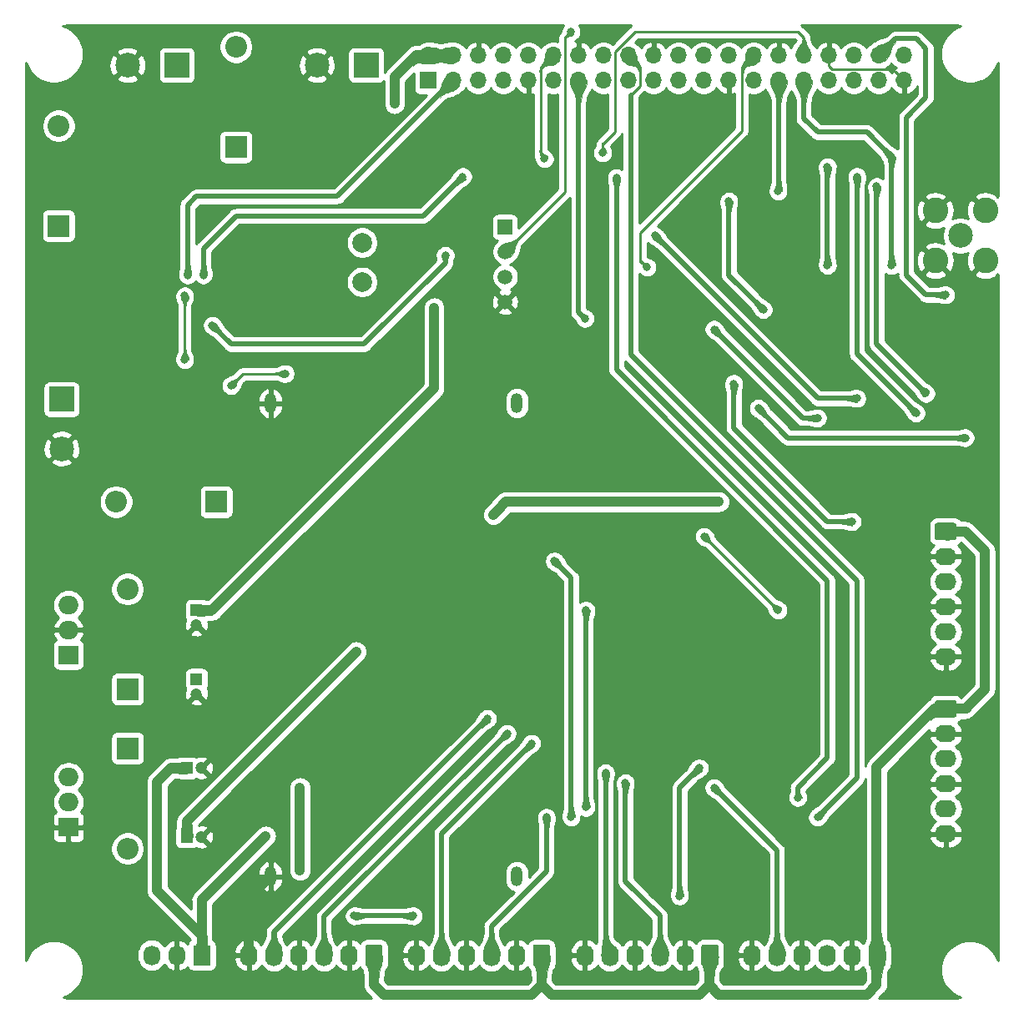
<source format=gbr>
G04 #@! TF.GenerationSoftware,KiCad,Pcbnew,(5.1.5)-3*
G04 #@! TF.CreationDate,2022-02-09T23:25:38-03:00*
G04 #@! TF.ProjectId,envcity_pcb,656e7663-6974-4795-9f70-63622e6b6963,rev?*
G04 #@! TF.SameCoordinates,Original*
G04 #@! TF.FileFunction,Copper,L2,Bot*
G04 #@! TF.FilePolarity,Positive*
%FSLAX46Y46*%
G04 Gerber Fmt 4.6, Leading zero omitted, Abs format (unit mm)*
G04 Created by KiCad (PCBNEW (5.1.5)-3) date 2022-02-09 23:25:38*
%MOMM*%
%LPD*%
G04 APERTURE LIST*
%ADD10C,2.500000*%
%ADD11R,2.500000X2.500000*%
%ADD12C,1.200000*%
%ADD13R,1.200000X1.200000*%
%ADD14O,2.200000X2.200000*%
%ADD15R,2.200000X2.200000*%
%ADD16R,1.700000X1.700000*%
%ADD17O,1.700000X1.700000*%
%ADD18C,2.600000*%
%ADD19O,1.740000X2.200000*%
%ADD20C,0.100000*%
%ADD21O,2.200000X1.740000*%
%ADD22R,1.730000X2.030000*%
%ADD23O,1.730000X2.030000*%
%ADD24C,2.000000*%
%ADD25R,2.000000X1.905000*%
%ADD26O,2.000000X1.905000*%
%ADD27R,1.500000X1.500000*%
%ADD28C,1.500000*%
%ADD29O,1.200000X2.000000*%
%ADD30C,0.800000*%
%ADD31C,1.000000*%
%ADD32C,0.250000*%
%ADD33C,0.500000*%
%ADD34C,0.254000*%
%ADD35C,0.025400*%
G04 APERTURE END LIST*
D10*
X83300000Y-79600000D03*
D11*
X83300000Y-74600000D03*
D10*
X90000000Y-40700000D03*
D11*
X95000000Y-40700000D03*
D10*
X109200000Y-40700000D03*
D11*
X114200000Y-40700000D03*
D12*
X97000000Y-104500000D03*
D13*
X97000000Y-103000000D03*
X97000000Y-96000000D03*
D12*
X97000000Y-97500000D03*
D13*
X96000000Y-112000000D03*
D12*
X97500000Y-112000000D03*
X97500000Y-119000000D03*
D13*
X96000000Y-119000000D03*
D14*
X90000000Y-93840000D03*
D15*
X90000000Y-104000000D03*
X90000000Y-110000000D03*
D14*
X90000000Y-120160000D03*
D16*
X120500000Y-42250000D03*
D17*
X120500000Y-39710000D03*
X123040000Y-42250000D03*
X123040000Y-39710000D03*
X125580000Y-42250000D03*
X125580000Y-39710000D03*
X128120000Y-42250000D03*
X128120000Y-39710000D03*
X130660000Y-42250000D03*
X130660000Y-39710000D03*
X133200000Y-42250000D03*
X133200000Y-39710000D03*
X135740000Y-42250000D03*
X135740000Y-39710000D03*
X138280000Y-42250000D03*
X138280000Y-39710000D03*
X140820000Y-42250000D03*
X140820000Y-39710000D03*
X143360000Y-42250000D03*
X143360000Y-39710000D03*
X145900000Y-42250000D03*
X145900000Y-39710000D03*
X148440000Y-42250000D03*
X148440000Y-39710000D03*
X150980000Y-42250000D03*
X150980000Y-39710000D03*
X153520000Y-42250000D03*
X153520000Y-39710000D03*
X156060000Y-42250000D03*
X156060000Y-39710000D03*
X158600000Y-42250000D03*
X158600000Y-39710000D03*
X161140000Y-42250000D03*
X161140000Y-39710000D03*
X163680000Y-42250000D03*
X163680000Y-39710000D03*
X166220000Y-42250000D03*
X166220000Y-39710000D03*
X168760000Y-42250000D03*
X168760000Y-39710000D03*
D18*
X177040000Y-60540000D03*
X171960000Y-60540000D03*
X177040000Y-55460000D03*
X171960000Y-55460000D03*
D10*
X174500000Y-58000000D03*
D19*
X153340000Y-131000000D03*
X155880000Y-131000000D03*
X158420000Y-131000000D03*
X160960000Y-131000000D03*
X163500000Y-131000000D03*
G04 #@! TA.AperFunction,ComponentPad*
D20*
G36*
X166684505Y-129901204D02*
G01*
X166708773Y-129904804D01*
X166732572Y-129910765D01*
X166755671Y-129919030D01*
X166777850Y-129929520D01*
X166798893Y-129942132D01*
X166818599Y-129956747D01*
X166836777Y-129973223D01*
X166853253Y-129991401D01*
X166867868Y-130011107D01*
X166880480Y-130032150D01*
X166890970Y-130054329D01*
X166899235Y-130077428D01*
X166905196Y-130101227D01*
X166908796Y-130125495D01*
X166910000Y-130149999D01*
X166910000Y-131850001D01*
X166908796Y-131874505D01*
X166905196Y-131898773D01*
X166899235Y-131922572D01*
X166890970Y-131945671D01*
X166880480Y-131967850D01*
X166867868Y-131988893D01*
X166853253Y-132008599D01*
X166836777Y-132026777D01*
X166818599Y-132043253D01*
X166798893Y-132057868D01*
X166777850Y-132070480D01*
X166755671Y-132080970D01*
X166732572Y-132089235D01*
X166708773Y-132095196D01*
X166684505Y-132098796D01*
X166660001Y-132100000D01*
X165419999Y-132100000D01*
X165395495Y-132098796D01*
X165371227Y-132095196D01*
X165347428Y-132089235D01*
X165324329Y-132080970D01*
X165302150Y-132070480D01*
X165281107Y-132057868D01*
X165261401Y-132043253D01*
X165243223Y-132026777D01*
X165226747Y-132008599D01*
X165212132Y-131988893D01*
X165199520Y-131967850D01*
X165189030Y-131945671D01*
X165180765Y-131922572D01*
X165174804Y-131898773D01*
X165171204Y-131874505D01*
X165170000Y-131850001D01*
X165170000Y-130149999D01*
X165171204Y-130125495D01*
X165174804Y-130101227D01*
X165180765Y-130077428D01*
X165189030Y-130054329D01*
X165199520Y-130032150D01*
X165212132Y-130011107D01*
X165226747Y-129991401D01*
X165243223Y-129973223D01*
X165261401Y-129956747D01*
X165281107Y-129942132D01*
X165302150Y-129929520D01*
X165324329Y-129919030D01*
X165347428Y-129910765D01*
X165371227Y-129904804D01*
X165395495Y-129901204D01*
X165419999Y-129900000D01*
X166660001Y-129900000D01*
X166684505Y-129901204D01*
G37*
G04 #@! TD.AperFunction*
G04 #@! TA.AperFunction,ComponentPad*
G36*
X132644505Y-129901204D02*
G01*
X132668773Y-129904804D01*
X132692572Y-129910765D01*
X132715671Y-129919030D01*
X132737850Y-129929520D01*
X132758893Y-129942132D01*
X132778599Y-129956747D01*
X132796777Y-129973223D01*
X132813253Y-129991401D01*
X132827868Y-130011107D01*
X132840480Y-130032150D01*
X132850970Y-130054329D01*
X132859235Y-130077428D01*
X132865196Y-130101227D01*
X132868796Y-130125495D01*
X132870000Y-130149999D01*
X132870000Y-131850001D01*
X132868796Y-131874505D01*
X132865196Y-131898773D01*
X132859235Y-131922572D01*
X132850970Y-131945671D01*
X132840480Y-131967850D01*
X132827868Y-131988893D01*
X132813253Y-132008599D01*
X132796777Y-132026777D01*
X132778599Y-132043253D01*
X132758893Y-132057868D01*
X132737850Y-132070480D01*
X132715671Y-132080970D01*
X132692572Y-132089235D01*
X132668773Y-132095196D01*
X132644505Y-132098796D01*
X132620001Y-132100000D01*
X131379999Y-132100000D01*
X131355495Y-132098796D01*
X131331227Y-132095196D01*
X131307428Y-132089235D01*
X131284329Y-132080970D01*
X131262150Y-132070480D01*
X131241107Y-132057868D01*
X131221401Y-132043253D01*
X131203223Y-132026777D01*
X131186747Y-132008599D01*
X131172132Y-131988893D01*
X131159520Y-131967850D01*
X131149030Y-131945671D01*
X131140765Y-131922572D01*
X131134804Y-131898773D01*
X131131204Y-131874505D01*
X131130000Y-131850001D01*
X131130000Y-130149999D01*
X131131204Y-130125495D01*
X131134804Y-130101227D01*
X131140765Y-130077428D01*
X131149030Y-130054329D01*
X131159520Y-130032150D01*
X131172132Y-130011107D01*
X131186747Y-129991401D01*
X131203223Y-129973223D01*
X131221401Y-129956747D01*
X131241107Y-129942132D01*
X131262150Y-129929520D01*
X131284329Y-129919030D01*
X131307428Y-129910765D01*
X131331227Y-129904804D01*
X131355495Y-129901204D01*
X131379999Y-129900000D01*
X132620001Y-129900000D01*
X132644505Y-129901204D01*
G37*
G04 #@! TD.AperFunction*
D19*
X129460000Y-131000000D03*
X126920000Y-131000000D03*
X124380000Y-131000000D03*
X121840000Y-131000000D03*
X119300000Y-131000000D03*
D21*
X173000000Y-100700000D03*
X173000000Y-98160000D03*
X173000000Y-95620000D03*
X173000000Y-93080000D03*
X173000000Y-90540000D03*
G04 #@! TA.AperFunction,ComponentPad*
D20*
G36*
X173874505Y-87131204D02*
G01*
X173898773Y-87134804D01*
X173922572Y-87140765D01*
X173945671Y-87149030D01*
X173967850Y-87159520D01*
X173988893Y-87172132D01*
X174008599Y-87186747D01*
X174026777Y-87203223D01*
X174043253Y-87221401D01*
X174057868Y-87241107D01*
X174070480Y-87262150D01*
X174080970Y-87284329D01*
X174089235Y-87307428D01*
X174095196Y-87331227D01*
X174098796Y-87355495D01*
X174100000Y-87379999D01*
X174100000Y-88620001D01*
X174098796Y-88644505D01*
X174095196Y-88668773D01*
X174089235Y-88692572D01*
X174080970Y-88715671D01*
X174070480Y-88737850D01*
X174057868Y-88758893D01*
X174043253Y-88778599D01*
X174026777Y-88796777D01*
X174008599Y-88813253D01*
X173988893Y-88827868D01*
X173967850Y-88840480D01*
X173945671Y-88850970D01*
X173922572Y-88859235D01*
X173898773Y-88865196D01*
X173874505Y-88868796D01*
X173850001Y-88870000D01*
X172149999Y-88870000D01*
X172125495Y-88868796D01*
X172101227Y-88865196D01*
X172077428Y-88859235D01*
X172054329Y-88850970D01*
X172032150Y-88840480D01*
X172011107Y-88827868D01*
X171991401Y-88813253D01*
X171973223Y-88796777D01*
X171956747Y-88778599D01*
X171942132Y-88758893D01*
X171929520Y-88737850D01*
X171919030Y-88715671D01*
X171910765Y-88692572D01*
X171904804Y-88668773D01*
X171901204Y-88644505D01*
X171900000Y-88620001D01*
X171900000Y-87379999D01*
X171901204Y-87355495D01*
X171904804Y-87331227D01*
X171910765Y-87307428D01*
X171919030Y-87284329D01*
X171929520Y-87262150D01*
X171942132Y-87241107D01*
X171956747Y-87221401D01*
X171973223Y-87203223D01*
X171991401Y-87186747D01*
X172011107Y-87172132D01*
X172032150Y-87159520D01*
X172054329Y-87149030D01*
X172077428Y-87140765D01*
X172101227Y-87134804D01*
X172125495Y-87131204D01*
X172149999Y-87130000D01*
X173850001Y-87130000D01*
X173874505Y-87131204D01*
G37*
G04 #@! TD.AperFunction*
D19*
X136380000Y-131000000D03*
X138920000Y-131000000D03*
X141460000Y-131000000D03*
X144000000Y-131000000D03*
X146540000Y-131000000D03*
G04 #@! TA.AperFunction,ComponentPad*
D20*
G36*
X149724505Y-129901204D02*
G01*
X149748773Y-129904804D01*
X149772572Y-129910765D01*
X149795671Y-129919030D01*
X149817850Y-129929520D01*
X149838893Y-129942132D01*
X149858599Y-129956747D01*
X149876777Y-129973223D01*
X149893253Y-129991401D01*
X149907868Y-130011107D01*
X149920480Y-130032150D01*
X149930970Y-130054329D01*
X149939235Y-130077428D01*
X149945196Y-130101227D01*
X149948796Y-130125495D01*
X149950000Y-130149999D01*
X149950000Y-131850001D01*
X149948796Y-131874505D01*
X149945196Y-131898773D01*
X149939235Y-131922572D01*
X149930970Y-131945671D01*
X149920480Y-131967850D01*
X149907868Y-131988893D01*
X149893253Y-132008599D01*
X149876777Y-132026777D01*
X149858599Y-132043253D01*
X149838893Y-132057868D01*
X149817850Y-132070480D01*
X149795671Y-132080970D01*
X149772572Y-132089235D01*
X149748773Y-132095196D01*
X149724505Y-132098796D01*
X149700001Y-132100000D01*
X148459999Y-132100000D01*
X148435495Y-132098796D01*
X148411227Y-132095196D01*
X148387428Y-132089235D01*
X148364329Y-132080970D01*
X148342150Y-132070480D01*
X148321107Y-132057868D01*
X148301401Y-132043253D01*
X148283223Y-132026777D01*
X148266747Y-132008599D01*
X148252132Y-131988893D01*
X148239520Y-131967850D01*
X148229030Y-131945671D01*
X148220765Y-131922572D01*
X148214804Y-131898773D01*
X148211204Y-131874505D01*
X148210000Y-131850001D01*
X148210000Y-130149999D01*
X148211204Y-130125495D01*
X148214804Y-130101227D01*
X148220765Y-130077428D01*
X148229030Y-130054329D01*
X148239520Y-130032150D01*
X148252132Y-130011107D01*
X148266747Y-129991401D01*
X148283223Y-129973223D01*
X148301401Y-129956747D01*
X148321107Y-129942132D01*
X148342150Y-129929520D01*
X148364329Y-129919030D01*
X148387428Y-129910765D01*
X148411227Y-129904804D01*
X148435495Y-129901204D01*
X148459999Y-129900000D01*
X149700001Y-129900000D01*
X149724505Y-129901204D01*
G37*
G04 #@! TD.AperFunction*
G04 #@! TA.AperFunction,ComponentPad*
G36*
X115644505Y-129901204D02*
G01*
X115668773Y-129904804D01*
X115692572Y-129910765D01*
X115715671Y-129919030D01*
X115737850Y-129929520D01*
X115758893Y-129942132D01*
X115778599Y-129956747D01*
X115796777Y-129973223D01*
X115813253Y-129991401D01*
X115827868Y-130011107D01*
X115840480Y-130032150D01*
X115850970Y-130054329D01*
X115859235Y-130077428D01*
X115865196Y-130101227D01*
X115868796Y-130125495D01*
X115870000Y-130149999D01*
X115870000Y-131850001D01*
X115868796Y-131874505D01*
X115865196Y-131898773D01*
X115859235Y-131922572D01*
X115850970Y-131945671D01*
X115840480Y-131967850D01*
X115827868Y-131988893D01*
X115813253Y-132008599D01*
X115796777Y-132026777D01*
X115778599Y-132043253D01*
X115758893Y-132057868D01*
X115737850Y-132070480D01*
X115715671Y-132080970D01*
X115692572Y-132089235D01*
X115668773Y-132095196D01*
X115644505Y-132098796D01*
X115620001Y-132100000D01*
X114379999Y-132100000D01*
X114355495Y-132098796D01*
X114331227Y-132095196D01*
X114307428Y-132089235D01*
X114284329Y-132080970D01*
X114262150Y-132070480D01*
X114241107Y-132057868D01*
X114221401Y-132043253D01*
X114203223Y-132026777D01*
X114186747Y-132008599D01*
X114172132Y-131988893D01*
X114159520Y-131967850D01*
X114149030Y-131945671D01*
X114140765Y-131922572D01*
X114134804Y-131898773D01*
X114131204Y-131874505D01*
X114130000Y-131850001D01*
X114130000Y-130149999D01*
X114131204Y-130125495D01*
X114134804Y-130101227D01*
X114140765Y-130077428D01*
X114149030Y-130054329D01*
X114159520Y-130032150D01*
X114172132Y-130011107D01*
X114186747Y-129991401D01*
X114203223Y-129973223D01*
X114221401Y-129956747D01*
X114241107Y-129942132D01*
X114262150Y-129929520D01*
X114284329Y-129919030D01*
X114307428Y-129910765D01*
X114331227Y-129904804D01*
X114355495Y-129901204D01*
X114379999Y-129900000D01*
X115620001Y-129900000D01*
X115644505Y-129901204D01*
G37*
G04 #@! TD.AperFunction*
D19*
X112460000Y-131000000D03*
X109920000Y-131000000D03*
X107380000Y-131000000D03*
X104840000Y-131000000D03*
X102300000Y-131000000D03*
G04 #@! TA.AperFunction,ComponentPad*
D20*
G36*
X173874505Y-105131204D02*
G01*
X173898773Y-105134804D01*
X173922572Y-105140765D01*
X173945671Y-105149030D01*
X173967850Y-105159520D01*
X173988893Y-105172132D01*
X174008599Y-105186747D01*
X174026777Y-105203223D01*
X174043253Y-105221401D01*
X174057868Y-105241107D01*
X174070480Y-105262150D01*
X174080970Y-105284329D01*
X174089235Y-105307428D01*
X174095196Y-105331227D01*
X174098796Y-105355495D01*
X174100000Y-105379999D01*
X174100000Y-106620001D01*
X174098796Y-106644505D01*
X174095196Y-106668773D01*
X174089235Y-106692572D01*
X174080970Y-106715671D01*
X174070480Y-106737850D01*
X174057868Y-106758893D01*
X174043253Y-106778599D01*
X174026777Y-106796777D01*
X174008599Y-106813253D01*
X173988893Y-106827868D01*
X173967850Y-106840480D01*
X173945671Y-106850970D01*
X173922572Y-106859235D01*
X173898773Y-106865196D01*
X173874505Y-106868796D01*
X173850001Y-106870000D01*
X172149999Y-106870000D01*
X172125495Y-106868796D01*
X172101227Y-106865196D01*
X172077428Y-106859235D01*
X172054329Y-106850970D01*
X172032150Y-106840480D01*
X172011107Y-106827868D01*
X171991401Y-106813253D01*
X171973223Y-106796777D01*
X171956747Y-106778599D01*
X171942132Y-106758893D01*
X171929520Y-106737850D01*
X171919030Y-106715671D01*
X171910765Y-106692572D01*
X171904804Y-106668773D01*
X171901204Y-106644505D01*
X171900000Y-106620001D01*
X171900000Y-105379999D01*
X171901204Y-105355495D01*
X171904804Y-105331227D01*
X171910765Y-105307428D01*
X171919030Y-105284329D01*
X171929520Y-105262150D01*
X171942132Y-105241107D01*
X171956747Y-105221401D01*
X171973223Y-105203223D01*
X171991401Y-105186747D01*
X172011107Y-105172132D01*
X172032150Y-105159520D01*
X172054329Y-105149030D01*
X172077428Y-105140765D01*
X172101227Y-105134804D01*
X172125495Y-105131204D01*
X172149999Y-105130000D01*
X173850001Y-105130000D01*
X173874505Y-105131204D01*
G37*
G04 #@! TD.AperFunction*
D21*
X173000000Y-108540000D03*
X173000000Y-111080000D03*
X173000000Y-113620000D03*
X173000000Y-116160000D03*
X173000000Y-118700000D03*
D22*
X97540000Y-131000000D03*
D23*
X95000000Y-131000000D03*
X92460000Y-131000000D03*
D24*
X113800000Y-62700000D03*
X113800000Y-58700000D03*
D25*
X84000000Y-100540000D03*
D26*
X84000000Y-98000000D03*
X84000000Y-95460000D03*
X84000000Y-112920000D03*
X84000000Y-115460000D03*
D25*
X84000000Y-118000000D03*
D27*
X128300000Y-57100000D03*
D28*
X128300000Y-59640000D03*
X128300000Y-62180000D03*
X128300000Y-64720000D03*
D14*
X101000000Y-38840000D03*
D15*
X101000000Y-49000000D03*
X83000000Y-57000000D03*
D14*
X83000000Y-46840000D03*
D15*
X99000000Y-85000000D03*
D14*
X88840000Y-85000000D03*
D29*
X129500000Y-123000000D03*
X129500000Y-75000000D03*
X104500000Y-123000000D03*
X104500000Y-75000000D03*
D30*
X156000000Y-96000000D03*
X148500000Y-88500000D03*
X107500000Y-114000000D03*
X107500000Y-122400000D03*
X117100000Y-44600000D03*
X121100000Y-65300000D03*
X113200000Y-100200000D03*
X127100000Y-86300000D03*
X150000000Y-85000000D03*
X95800000Y-70600000D03*
X95800000Y-64100000D03*
X106000000Y-72000000D03*
X100500000Y-73200000D03*
X104000000Y-118900000D03*
X96100000Y-62000000D03*
X97700000Y-62000000D03*
X124000000Y-52000000D03*
X173000000Y-64000000D03*
X98600000Y-67100000D03*
X122237500Y-60000000D03*
X135000000Y-117000000D03*
X133300000Y-91000000D03*
X132300000Y-50200000D03*
X136500000Y-116000000D03*
X136500000Y-96000000D03*
X136400000Y-66400000D03*
X158000000Y-115000000D03*
X139600001Y-52100001D03*
X160000000Y-117000000D03*
X164000000Y-74500000D03*
X143500000Y-58000000D03*
X160000000Y-76500000D03*
X149500000Y-67500000D03*
X163500000Y-87000000D03*
X151500000Y-73000000D03*
X154500000Y-65500000D03*
X151000000Y-54500000D03*
X175000000Y-78500000D03*
X154000000Y-75500000D03*
X135000000Y-37300000D03*
X142700000Y-61200000D03*
X156000000Y-53500000D03*
X167500000Y-50000000D03*
X167500000Y-61000000D03*
X138200000Y-49600000D03*
X161000000Y-61000000D03*
X161000000Y-51000000D03*
X170000000Y-76000000D03*
X164000000Y-52000000D03*
X171000000Y-74000000D03*
X166000000Y-53000000D03*
X149500000Y-114000000D03*
X132500000Y-117000000D03*
X131000000Y-109500000D03*
X138500000Y-112500000D03*
X140500000Y-113500000D03*
X128500000Y-108500000D03*
X126500000Y-107000000D03*
X148000000Y-112000000D03*
X146000000Y-125000000D03*
X119000000Y-127000000D03*
X113000000Y-127000000D03*
D31*
X102300000Y-125200000D02*
X102300000Y-131000000D01*
X104500000Y-123000000D02*
X102300000Y-125200000D01*
D32*
X161140000Y-39710000D02*
X161140000Y-40760000D01*
X167910001Y-41400001D02*
X168760000Y-42250000D01*
X167584999Y-41074999D02*
X167910001Y-41400001D01*
X161454999Y-41074999D02*
X167584999Y-41074999D01*
X161140000Y-40760000D02*
X161454999Y-41074999D01*
D31*
X116000000Y-135000000D02*
X115000000Y-134000000D01*
X131000000Y-135000000D02*
X116000000Y-135000000D01*
X115000000Y-134000000D02*
X115000000Y-131000000D01*
X132000000Y-134000000D02*
X131000000Y-135000000D01*
X132000000Y-131000000D02*
X132000000Y-134000000D01*
X148000000Y-135000000D02*
X149000000Y-134000000D01*
X132000000Y-134000000D02*
X133000000Y-135000000D01*
X149000000Y-134000000D02*
X149000000Y-131000000D01*
X133000000Y-135000000D02*
X148000000Y-135000000D01*
X149000000Y-134000000D02*
X150000000Y-135000000D01*
X150000000Y-135000000D02*
X165000000Y-135000000D01*
X165000000Y-135000000D02*
X166000000Y-134000000D01*
X166000000Y-134000000D02*
X166000000Y-131000000D01*
X166000000Y-129900000D02*
X166000000Y-131000000D01*
X166000000Y-111900000D02*
X166000000Y-129900000D01*
X171900000Y-106000000D02*
X166000000Y-111900000D01*
X173000000Y-106000000D02*
X171900000Y-106000000D01*
X175000000Y-88000000D02*
X173000000Y-88000000D01*
X177000000Y-90000000D02*
X175000000Y-88000000D01*
X177000000Y-104000000D02*
X177000000Y-90000000D01*
X173000000Y-106000000D02*
X175000000Y-106000000D01*
X175000000Y-106000000D02*
X177000000Y-104000000D01*
D32*
X156000000Y-96000000D02*
X148500000Y-88500000D01*
D31*
X107500000Y-114000000D02*
X107500000Y-122400000D01*
X119297919Y-39710000D02*
X117100000Y-41907919D01*
X120500000Y-39710000D02*
X119297919Y-39710000D01*
X117100000Y-41907919D02*
X117100000Y-44600000D01*
X98600000Y-96000000D02*
X97000000Y-96000000D01*
X121100000Y-73500000D02*
X98600000Y-96000000D01*
X121100000Y-65300000D02*
X121100000Y-73500000D01*
X123040000Y-39710000D02*
X120500000Y-39710000D01*
X96000000Y-117400000D02*
X113200000Y-100200000D01*
X96000000Y-119000000D02*
X96000000Y-117400000D01*
X128400000Y-85000000D02*
X127499999Y-85900001D01*
X129000000Y-85000000D02*
X128400000Y-85000000D01*
X127499999Y-85900001D02*
X127100000Y-86300000D01*
X150000000Y-85000000D02*
X129000000Y-85000000D01*
D32*
X95800000Y-70600000D02*
X95800000Y-64100000D01*
X106000000Y-72000000D02*
X101700000Y-72000000D01*
X101700000Y-72000000D02*
X100500000Y-73200000D01*
D31*
X97540000Y-128985000D02*
X97540000Y-131000000D01*
X93000000Y-124445000D02*
X97540000Y-128985000D01*
X93000000Y-113400000D02*
X93000000Y-124445000D01*
X96000000Y-112000000D02*
X94400000Y-112000000D01*
X94400000Y-112000000D02*
X93000000Y-113400000D01*
X97540000Y-128985000D02*
X97540000Y-125360000D01*
X97540000Y-125360000D02*
X104000000Y-118900000D01*
D33*
X97000000Y-54000000D02*
X111290000Y-54000000D01*
X96100000Y-62000000D02*
X96100000Y-54900000D01*
X111290000Y-54000000D02*
X123040000Y-42250000D01*
X96100000Y-54900000D02*
X97000000Y-54000000D01*
X97700000Y-62000000D02*
X97700000Y-59300000D01*
X97700000Y-59300000D02*
X101000000Y-56000000D01*
X101000000Y-56000000D02*
X120000000Y-56000000D01*
X120000000Y-56000000D02*
X124000000Y-52000000D01*
X169000000Y-46000000D02*
X171000000Y-44000000D01*
X166220000Y-39710000D02*
X167930000Y-38000000D01*
X167930000Y-38000000D02*
X170000000Y-38000000D01*
X170000000Y-38000000D02*
X171000000Y-39000000D01*
X171000000Y-39000000D02*
X171000000Y-44000000D01*
X169000000Y-62000000D02*
X169000000Y-46000000D01*
X173000000Y-64000000D02*
X171000000Y-64000000D01*
X171000000Y-64000000D02*
X169000000Y-62000000D01*
X122237500Y-60762500D02*
X122237500Y-60000000D01*
X114000000Y-69000000D02*
X122237500Y-60762500D01*
X98600000Y-67100000D02*
X100500000Y-69000000D01*
X100500000Y-69000000D02*
X114000000Y-69000000D01*
X135000000Y-117000000D02*
X135000000Y-92700000D01*
X135000000Y-92700000D02*
X133300000Y-91000000D01*
D32*
X132350001Y-40559999D02*
X133200000Y-39710000D01*
X131900001Y-41009999D02*
X132350001Y-40559999D01*
X131900001Y-49800001D02*
X131900001Y-41009999D01*
X132300000Y-50200000D02*
X131900001Y-49800001D01*
D33*
X136500000Y-116000000D02*
X136500000Y-96000000D01*
X135740000Y-65740000D02*
X135740000Y-42250000D01*
X136400000Y-66400000D02*
X135740000Y-65740000D01*
X158000000Y-114000000D02*
X158000000Y-115000000D01*
X161000000Y-111000000D02*
X158000000Y-114000000D01*
X161000000Y-93000000D02*
X161000000Y-111000000D01*
X139600001Y-52100001D02*
X139600001Y-71600001D01*
X139600001Y-71600001D02*
X161000000Y-93000000D01*
X160000000Y-117000000D02*
X162000000Y-115000000D01*
X162000000Y-115000000D02*
X164000000Y-113000000D01*
X164000000Y-113000000D02*
X164000000Y-93000000D01*
X164000000Y-93000000D02*
X147000000Y-76000000D01*
D32*
X141669999Y-40559999D02*
X140820000Y-39710000D01*
X141995001Y-40885001D02*
X141669999Y-40559999D01*
X141995001Y-42814001D02*
X141995001Y-40885001D01*
X141049990Y-43759012D02*
X141995001Y-42814001D01*
D33*
X141049990Y-70049990D02*
X141049990Y-43759012D01*
X147000000Y-76000000D02*
X141049990Y-70049990D01*
X164000000Y-74500000D02*
X160000000Y-74500000D01*
X160000000Y-74500000D02*
X143500000Y-58000000D01*
X160000000Y-76500000D02*
X158500000Y-76500000D01*
X158500000Y-76500000D02*
X149500000Y-67500000D01*
X163500000Y-87000000D02*
X161000000Y-87000000D01*
X161000000Y-87000000D02*
X151500000Y-77500000D01*
X151500000Y-77500000D02*
X151500000Y-73000000D01*
X148500000Y-42310000D02*
X148440000Y-42250000D01*
X151000000Y-62000000D02*
X154500000Y-65500000D01*
X151000000Y-54500000D02*
X151000000Y-62000000D01*
X157000000Y-78500000D02*
X175000000Y-78500000D01*
X154000000Y-75500000D02*
X157000000Y-78500000D01*
D32*
X129049999Y-58890001D02*
X128300000Y-59640000D01*
X134375001Y-53564999D02*
X129049999Y-58890001D01*
X134375001Y-37924999D02*
X134375001Y-53564999D01*
X135000000Y-37300000D02*
X134375001Y-37924999D01*
X152344999Y-47344999D02*
X142000000Y-57689998D01*
X142000000Y-60500000D02*
X142700000Y-61200000D01*
X142000000Y-57689998D02*
X142000000Y-60500000D01*
X153520000Y-39710000D02*
X152344999Y-40885001D01*
X152344999Y-40885001D02*
X152344999Y-47344999D01*
D33*
X156060000Y-53440000D02*
X156000000Y-53500000D01*
X156060000Y-42250000D02*
X156060000Y-53440000D01*
X158600000Y-46100000D02*
X158600000Y-42250000D01*
X160000000Y-47500000D02*
X158600000Y-46100000D01*
X167500000Y-50000000D02*
X165000000Y-47500000D01*
X165000000Y-47500000D02*
X160000000Y-47500000D01*
X167500000Y-61000000D02*
X167500000Y-50000000D01*
D32*
X138200000Y-49600000D02*
X138200000Y-48700000D01*
X158600000Y-39710000D02*
X158600000Y-37900000D01*
X158600000Y-37900000D02*
X158000000Y-37300000D01*
X139455001Y-47444999D02*
X138200000Y-48700000D01*
X139455001Y-39335997D02*
X139455001Y-47444999D01*
X141490998Y-37300000D02*
X139455001Y-39335997D01*
X158000000Y-37300000D02*
X141490998Y-37300000D01*
D33*
X161000000Y-61000000D02*
X161000000Y-51000000D01*
X170000000Y-76000000D02*
X164000000Y-70000000D01*
X164000000Y-70000000D02*
X164000000Y-52000000D01*
X166000000Y-69000000D02*
X166000000Y-53000000D01*
X171000000Y-74000000D02*
X166000000Y-69000000D01*
X155880000Y-120380000D02*
X155880000Y-131000000D01*
X149500000Y-114000000D02*
X155880000Y-120380000D01*
X132500000Y-122500000D02*
X132500000Y-117000000D01*
X126920000Y-131000000D02*
X126920000Y-128080000D01*
X126920000Y-128080000D02*
X132500000Y-122500000D01*
X121840000Y-118660000D02*
X121840000Y-131000000D01*
X131000000Y-109500000D02*
X121840000Y-118660000D01*
X138500000Y-130580000D02*
X138920000Y-131000000D01*
X138500000Y-112500000D02*
X138500000Y-130580000D01*
X140500000Y-113500000D02*
X140500000Y-123500000D01*
X144000000Y-127000000D02*
X144000000Y-131000000D01*
X140500000Y-123500000D02*
X144000000Y-127000000D01*
X109920000Y-127080000D02*
X109920000Y-131000000D01*
X128500000Y-108500000D02*
X109920000Y-127080000D01*
X104840000Y-128660000D02*
X104840000Y-131000000D01*
X104840000Y-128660000D02*
X126500000Y-107000000D01*
X148000000Y-112000000D02*
X146000000Y-114000000D01*
X146000000Y-114000000D02*
X146000000Y-125000000D01*
X119000000Y-127000000D02*
X113000000Y-127000000D01*
D34*
G36*
X134198113Y-36651558D02*
G01*
X134089885Y-36813533D01*
X134012467Y-37000435D01*
X133973000Y-37198849D01*
X133973000Y-37256018D01*
X133920816Y-37310395D01*
X133884375Y-37352137D01*
X133869380Y-37367132D01*
X133840684Y-37390682D01*
X133794123Y-37447418D01*
X133746711Y-37505189D01*
X133701823Y-37589170D01*
X133676883Y-37635830D01*
X133633882Y-37777582D01*
X133623028Y-37887787D01*
X133619363Y-37924999D01*
X133623001Y-37961935D01*
X133623001Y-38288204D01*
X133345472Y-38233000D01*
X133054528Y-38233000D01*
X132769175Y-38289760D01*
X132500378Y-38401099D01*
X132258467Y-38562739D01*
X132052739Y-38768467D01*
X131930000Y-38952159D01*
X131807261Y-38768467D01*
X131601533Y-38562739D01*
X131359622Y-38401099D01*
X131090825Y-38289760D01*
X130805472Y-38233000D01*
X130514528Y-38233000D01*
X130229175Y-38289760D01*
X129960378Y-38401099D01*
X129718467Y-38562739D01*
X129512739Y-38768467D01*
X129390000Y-38952159D01*
X129267261Y-38768467D01*
X129061533Y-38562739D01*
X128819622Y-38401099D01*
X128550825Y-38289760D01*
X128265472Y-38233000D01*
X127974528Y-38233000D01*
X127689175Y-38289760D01*
X127420378Y-38401099D01*
X127178467Y-38562739D01*
X126972739Y-38768467D01*
X126849340Y-38953147D01*
X126775178Y-38828645D01*
X126580269Y-38612412D01*
X126346920Y-38438359D01*
X126084099Y-38313175D01*
X125936890Y-38268524D01*
X125707000Y-38389845D01*
X125707000Y-39583000D01*
X125727000Y-39583000D01*
X125727000Y-39837000D01*
X125707000Y-39837000D01*
X125707000Y-39857000D01*
X125453000Y-39857000D01*
X125453000Y-39837000D01*
X125433000Y-39837000D01*
X125433000Y-39583000D01*
X125453000Y-39583000D01*
X125453000Y-38389845D01*
X125223110Y-38268524D01*
X125075901Y-38313175D01*
X124813080Y-38438359D01*
X124579731Y-38612412D01*
X124384822Y-38828645D01*
X124310660Y-38953147D01*
X124187261Y-38768467D01*
X123981533Y-38562739D01*
X123739622Y-38401099D01*
X123470825Y-38289760D01*
X123185472Y-38233000D01*
X122894528Y-38233000D01*
X122868173Y-38238242D01*
X122717488Y-38243129D01*
X122670782Y-38246393D01*
X122423386Y-38272993D01*
X122373374Y-38280421D01*
X122167072Y-38319620D01*
X122122898Y-38329679D01*
X121943992Y-38377280D01*
X121917619Y-38384919D01*
X121769999Y-38431205D01*
X121622379Y-38384919D01*
X121596004Y-38377280D01*
X121417098Y-38329680D01*
X121372930Y-38319621D01*
X121166628Y-38280421D01*
X121116613Y-38272993D01*
X120869217Y-38246393D01*
X120822511Y-38243129D01*
X120671827Y-38238242D01*
X120645472Y-38233000D01*
X120354528Y-38233000D01*
X120069175Y-38289760D01*
X119800378Y-38401099D01*
X119558467Y-38562739D01*
X119538206Y-38583000D01*
X119353276Y-38583000D01*
X119297919Y-38577548D01*
X119242562Y-38583000D01*
X119242554Y-38583000D01*
X119076988Y-38599307D01*
X118864548Y-38663750D01*
X118668762Y-38768400D01*
X118540158Y-38873942D01*
X118540155Y-38873945D01*
X118497154Y-38909235D01*
X118461864Y-38952236D01*
X116342241Y-41071860D01*
X116299235Y-41107154D01*
X116158400Y-41278762D01*
X116080033Y-41425377D01*
X116080033Y-39450000D01*
X116067927Y-39327087D01*
X116032075Y-39208897D01*
X115973853Y-39099972D01*
X115895501Y-39004499D01*
X115800028Y-38926147D01*
X115691103Y-38867925D01*
X115572913Y-38832073D01*
X115450000Y-38819967D01*
X112950000Y-38819967D01*
X112827087Y-38832073D01*
X112708897Y-38867925D01*
X112599972Y-38926147D01*
X112504499Y-39004499D01*
X112426147Y-39099972D01*
X112367925Y-39208897D01*
X112332073Y-39327087D01*
X112319967Y-39450000D01*
X112319967Y-41950000D01*
X112332073Y-42072913D01*
X112367925Y-42191103D01*
X112426147Y-42300028D01*
X112504499Y-42395501D01*
X112599972Y-42473853D01*
X112708897Y-42532075D01*
X112827087Y-42567927D01*
X112950000Y-42580033D01*
X115450000Y-42580033D01*
X115572913Y-42567927D01*
X115691103Y-42532075D01*
X115800028Y-42473853D01*
X115895501Y-42395501D01*
X115973000Y-42301067D01*
X115973001Y-44655365D01*
X115989308Y-44820931D01*
X116053751Y-45033371D01*
X116158401Y-45229157D01*
X116299236Y-45400765D01*
X116470844Y-45541600D01*
X116666630Y-45646250D01*
X116879070Y-45710693D01*
X117100000Y-45732453D01*
X117320931Y-45710693D01*
X117533371Y-45646250D01*
X117729157Y-45541600D01*
X117900765Y-45400765D01*
X118041600Y-45229157D01*
X118146250Y-45033371D01*
X118210693Y-44820931D01*
X118227000Y-44655365D01*
X118227000Y-42374737D01*
X119019967Y-41581771D01*
X119019967Y-43100000D01*
X119032073Y-43222913D01*
X119067925Y-43341103D01*
X119126147Y-43450028D01*
X119204499Y-43545501D01*
X119299972Y-43623853D01*
X119408897Y-43682075D01*
X119527087Y-43717927D01*
X119650000Y-43730033D01*
X120319702Y-43730033D01*
X110926735Y-53123000D01*
X97043069Y-53123000D01*
X96999999Y-53118758D01*
X96956930Y-53123000D01*
X96956921Y-53123000D01*
X96828078Y-53135690D01*
X96662763Y-53185838D01*
X96510408Y-53267273D01*
X96376867Y-53376867D01*
X96349406Y-53410329D01*
X95510327Y-54249408D01*
X95476868Y-54276867D01*
X95449409Y-54310326D01*
X95449406Y-54310329D01*
X95367274Y-54410408D01*
X95285838Y-54562764D01*
X95235690Y-54728078D01*
X95218757Y-54900000D01*
X95223001Y-54943090D01*
X95223000Y-60960676D01*
X95219715Y-61071163D01*
X95212693Y-61142457D01*
X95203436Y-61195696D01*
X95190957Y-61247006D01*
X95172244Y-61312333D01*
X95150044Y-61389830D01*
X95143561Y-61414317D01*
X95123161Y-61498191D01*
X95114668Y-61538966D01*
X95097868Y-61635590D01*
X95091619Y-61681541D01*
X95080219Y-61797292D01*
X95077477Y-61840111D01*
X95076210Y-61882709D01*
X95073000Y-61898849D01*
X95073000Y-62101151D01*
X95112467Y-62299565D01*
X95189885Y-62486467D01*
X95302277Y-62654674D01*
X95445326Y-62797723D01*
X95613533Y-62910115D01*
X95800435Y-62987533D01*
X95998849Y-63027000D01*
X96201151Y-63027000D01*
X96399565Y-62987533D01*
X96586467Y-62910115D01*
X96754674Y-62797723D01*
X96897723Y-62654674D01*
X96900000Y-62651266D01*
X96902277Y-62654674D01*
X97045326Y-62797723D01*
X97213533Y-62910115D01*
X97400435Y-62987533D01*
X97598849Y-63027000D01*
X97801151Y-63027000D01*
X97999565Y-62987533D01*
X98186467Y-62910115D01*
X98354674Y-62797723D01*
X98497723Y-62654674D01*
X98574509Y-62539755D01*
X112173000Y-62539755D01*
X112173000Y-62860245D01*
X112235525Y-63174578D01*
X112358172Y-63470673D01*
X112536227Y-63737152D01*
X112762848Y-63963773D01*
X113029327Y-64141828D01*
X113325422Y-64264475D01*
X113639755Y-64327000D01*
X113960245Y-64327000D01*
X114274578Y-64264475D01*
X114570673Y-64141828D01*
X114837152Y-63963773D01*
X115063773Y-63737152D01*
X115241828Y-63470673D01*
X115364475Y-63174578D01*
X115427000Y-62860245D01*
X115427000Y-62539755D01*
X115364475Y-62225422D01*
X115241828Y-61929327D01*
X115063773Y-61662848D01*
X114837152Y-61436227D01*
X114570673Y-61258172D01*
X114274578Y-61135525D01*
X113960245Y-61073000D01*
X113639755Y-61073000D01*
X113325422Y-61135525D01*
X113029327Y-61258172D01*
X112762848Y-61436227D01*
X112536227Y-61662848D01*
X112358172Y-61929327D01*
X112235525Y-62225422D01*
X112173000Y-62539755D01*
X98574509Y-62539755D01*
X98610115Y-62486467D01*
X98687533Y-62299565D01*
X98727000Y-62101151D01*
X98727000Y-61898849D01*
X98723790Y-61882709D01*
X98722523Y-61840111D01*
X98719781Y-61797292D01*
X98708381Y-61681541D01*
X98702131Y-61635584D01*
X98685330Y-61538960D01*
X98676839Y-61498198D01*
X98656440Y-61414324D01*
X98649956Y-61389830D01*
X98627756Y-61312333D01*
X98609047Y-61247019D01*
X98596561Y-61195685D01*
X98587307Y-61142461D01*
X98580285Y-61071163D01*
X98577000Y-60960681D01*
X98577000Y-59663265D01*
X99700510Y-58539755D01*
X112173000Y-58539755D01*
X112173000Y-58860245D01*
X112235525Y-59174578D01*
X112358172Y-59470673D01*
X112536227Y-59737152D01*
X112762848Y-59963773D01*
X113029327Y-60141828D01*
X113325422Y-60264475D01*
X113639755Y-60327000D01*
X113960245Y-60327000D01*
X114274578Y-60264475D01*
X114570673Y-60141828D01*
X114837152Y-59963773D01*
X115063773Y-59737152D01*
X115241828Y-59470673D01*
X115364475Y-59174578D01*
X115427000Y-58860245D01*
X115427000Y-58539755D01*
X115364475Y-58225422D01*
X115241828Y-57929327D01*
X115063773Y-57662848D01*
X114837152Y-57436227D01*
X114570673Y-57258172D01*
X114274578Y-57135525D01*
X113960245Y-57073000D01*
X113639755Y-57073000D01*
X113325422Y-57135525D01*
X113029327Y-57258172D01*
X112762848Y-57436227D01*
X112536227Y-57662848D01*
X112358172Y-57929327D01*
X112235525Y-58225422D01*
X112173000Y-58539755D01*
X99700510Y-58539755D01*
X101363266Y-56877000D01*
X119956921Y-56877000D01*
X120000000Y-56881243D01*
X120043079Y-56877000D01*
X120171922Y-56864310D01*
X120337237Y-56814162D01*
X120489592Y-56732727D01*
X120623133Y-56623133D01*
X120650597Y-56589668D01*
X123885217Y-53355048D01*
X123965666Y-53279244D01*
X124021051Y-53233791D01*
X124065240Y-53202692D01*
X124110329Y-53175245D01*
X124169774Y-53142273D01*
X124240265Y-53103175D01*
X124262168Y-53090441D01*
X124335900Y-53045558D01*
X124370734Y-53022734D01*
X124450937Y-52966290D01*
X124487848Y-52938216D01*
X124577757Y-52864429D01*
X124609974Y-52836091D01*
X124640990Y-52806866D01*
X124654674Y-52797723D01*
X124797723Y-52654674D01*
X124910115Y-52486467D01*
X124987533Y-52299565D01*
X125027000Y-52101151D01*
X125027000Y-51898849D01*
X124987533Y-51700435D01*
X124910115Y-51513533D01*
X124797723Y-51345326D01*
X124654674Y-51202277D01*
X124486467Y-51089885D01*
X124299565Y-51012467D01*
X124101151Y-50973000D01*
X123898849Y-50973000D01*
X123700435Y-51012467D01*
X123513533Y-51089885D01*
X123345326Y-51202277D01*
X123202277Y-51345326D01*
X123193134Y-51359010D01*
X123163913Y-51390021D01*
X123135570Y-51422242D01*
X123061783Y-51512151D01*
X123033709Y-51549062D01*
X122977265Y-51629265D01*
X122954441Y-51664099D01*
X122909558Y-51737831D01*
X122896824Y-51759734D01*
X122857726Y-51830225D01*
X122824754Y-51889670D01*
X122797307Y-51934759D01*
X122766208Y-51978948D01*
X122720761Y-52034326D01*
X122644929Y-52114806D01*
X119636735Y-55123000D01*
X101043079Y-55123000D01*
X101000000Y-55118757D01*
X100828077Y-55135690D01*
X100765496Y-55154674D01*
X100662763Y-55185838D01*
X100510408Y-55267273D01*
X100376867Y-55376867D01*
X100349408Y-55410326D01*
X97110327Y-58649408D01*
X97076868Y-58676867D01*
X97049409Y-58710326D01*
X97049406Y-58710329D01*
X96977000Y-58798557D01*
X96977000Y-55263265D01*
X97363265Y-54877000D01*
X111246921Y-54877000D01*
X111290000Y-54881243D01*
X111333079Y-54877000D01*
X111461922Y-54864310D01*
X111627237Y-54814162D01*
X111779592Y-54732727D01*
X111913133Y-54623133D01*
X111940597Y-54589668D01*
X122092420Y-44437845D01*
X122279716Y-44269931D01*
X122420629Y-44172597D01*
X122542486Y-44110830D01*
X122669670Y-44064203D01*
X122825845Y-44018879D01*
X123002770Y-43967534D01*
X123043839Y-43954064D01*
X123226032Y-43887270D01*
X123293693Y-43857841D01*
X123486418Y-43760151D01*
X123559284Y-43716788D01*
X123767804Y-43572756D01*
X123829997Y-43523717D01*
X123940377Y-43424761D01*
X123981533Y-43397261D01*
X124187261Y-43191533D01*
X124310000Y-43007841D01*
X124432739Y-43191533D01*
X124638467Y-43397261D01*
X124880378Y-43558901D01*
X125149175Y-43670240D01*
X125434528Y-43727000D01*
X125725472Y-43727000D01*
X126010825Y-43670240D01*
X126279622Y-43558901D01*
X126521533Y-43397261D01*
X126727261Y-43191533D01*
X126850000Y-43007841D01*
X126972739Y-43191533D01*
X127178467Y-43397261D01*
X127420378Y-43558901D01*
X127689175Y-43670240D01*
X127974528Y-43727000D01*
X128265472Y-43727000D01*
X128550825Y-43670240D01*
X128819622Y-43558901D01*
X129061533Y-43397261D01*
X129267261Y-43191533D01*
X129390660Y-43006853D01*
X129464822Y-43131355D01*
X129659731Y-43347588D01*
X129893080Y-43521641D01*
X130155901Y-43646825D01*
X130303110Y-43691476D01*
X130533000Y-43570155D01*
X130533000Y-42377000D01*
X130513000Y-42377000D01*
X130513000Y-42123000D01*
X130533000Y-42123000D01*
X130533000Y-42103000D01*
X130787000Y-42103000D01*
X130787000Y-42123000D01*
X130807000Y-42123000D01*
X130807000Y-42377000D01*
X130787000Y-42377000D01*
X130787000Y-43570155D01*
X131016890Y-43691476D01*
X131148002Y-43651708D01*
X131148001Y-49763065D01*
X131144363Y-49800001D01*
X131148001Y-49836936D01*
X131148001Y-49836938D01*
X131158882Y-49947418D01*
X131201063Y-50086467D01*
X131201883Y-50089170D01*
X131271711Y-50219811D01*
X131273000Y-50221382D01*
X131273000Y-50301151D01*
X131312467Y-50499565D01*
X131389885Y-50686467D01*
X131502277Y-50854674D01*
X131645326Y-50997723D01*
X131813533Y-51110115D01*
X132000435Y-51187533D01*
X132198849Y-51227000D01*
X132401151Y-51227000D01*
X132599565Y-51187533D01*
X132786467Y-51110115D01*
X132954674Y-50997723D01*
X133097723Y-50854674D01*
X133210115Y-50686467D01*
X133287533Y-50499565D01*
X133327000Y-50301151D01*
X133327000Y-50098849D01*
X133287533Y-49900435D01*
X133210115Y-49713533D01*
X133097723Y-49545326D01*
X132954674Y-49402277D01*
X132923069Y-49381159D01*
X132912271Y-49371629D01*
X132854361Y-49326274D01*
X132771435Y-49268841D01*
X132724265Y-49239183D01*
X132652001Y-49198111D01*
X132652001Y-43621705D01*
X132769175Y-43670240D01*
X133054528Y-43727000D01*
X133345472Y-43727000D01*
X133623001Y-43671796D01*
X133623002Y-53253509D01*
X129680033Y-57196479D01*
X129680033Y-56350000D01*
X129667927Y-56227087D01*
X129632075Y-56108897D01*
X129573853Y-55999972D01*
X129495501Y-55904499D01*
X129400028Y-55826147D01*
X129291103Y-55767925D01*
X129172913Y-55732073D01*
X129050000Y-55719967D01*
X127550000Y-55719967D01*
X127427087Y-55732073D01*
X127308897Y-55767925D01*
X127199972Y-55826147D01*
X127104499Y-55904499D01*
X127026147Y-55999972D01*
X126967925Y-56108897D01*
X126932073Y-56227087D01*
X126919967Y-56350000D01*
X126919967Y-57850000D01*
X126932073Y-57972913D01*
X126967925Y-58091103D01*
X127026147Y-58200028D01*
X127104499Y-58295501D01*
X127199972Y-58373853D01*
X127308897Y-58432075D01*
X127427087Y-58467927D01*
X127537349Y-58478787D01*
X127468188Y-58539695D01*
X127422213Y-58570414D01*
X127230414Y-58762213D01*
X127079718Y-58987746D01*
X126975917Y-59238344D01*
X126923000Y-59504377D01*
X126923000Y-59775623D01*
X126975917Y-60041656D01*
X127079718Y-60292254D01*
X127230414Y-60517787D01*
X127422213Y-60709586D01*
X127647746Y-60860282D01*
X127767776Y-60910000D01*
X127647746Y-60959718D01*
X127422213Y-61110414D01*
X127230414Y-61302213D01*
X127079718Y-61527746D01*
X126975917Y-61778344D01*
X126923000Y-62044377D01*
X126923000Y-62315623D01*
X126975917Y-62581656D01*
X127079718Y-62832254D01*
X127230414Y-63057787D01*
X127422213Y-63249586D01*
X127647746Y-63400282D01*
X127754445Y-63444478D01*
X127701168Y-63463723D01*
X127588137Y-63524140D01*
X127522612Y-63763007D01*
X128300000Y-64540395D01*
X129077388Y-63763007D01*
X129011863Y-63524140D01*
X128843723Y-63445237D01*
X128952254Y-63400282D01*
X129177787Y-63249586D01*
X129369586Y-63057787D01*
X129520282Y-62832254D01*
X129624083Y-62581656D01*
X129677000Y-62315623D01*
X129677000Y-62044377D01*
X129624083Y-61778344D01*
X129520282Y-61527746D01*
X129369586Y-61302213D01*
X129177787Y-61110414D01*
X128952254Y-60959718D01*
X128832224Y-60910000D01*
X128952254Y-60860282D01*
X129177787Y-60709586D01*
X129369586Y-60517787D01*
X129400311Y-60471804D01*
X129483488Y-60377354D01*
X129539273Y-60303710D01*
X129662605Y-60113203D01*
X129709450Y-60026624D01*
X129788321Y-59848757D01*
X129817245Y-59769537D01*
X129866476Y-59600098D01*
X129878205Y-59552996D01*
X129912615Y-59387773D01*
X129942074Y-59246328D01*
X129972738Y-59140791D01*
X130014462Y-59046696D01*
X130085792Y-58936516D01*
X130224663Y-58778825D01*
X134863000Y-54140488D01*
X134863000Y-65696920D01*
X134858757Y-65740000D01*
X134868334Y-65837236D01*
X134875690Y-65911921D01*
X134925838Y-66077236D01*
X135007273Y-66229591D01*
X135116867Y-66363133D01*
X135150331Y-66390596D01*
X135400838Y-66641104D01*
X135412467Y-66699565D01*
X135489885Y-66886467D01*
X135602277Y-67054674D01*
X135745326Y-67197723D01*
X135913533Y-67310115D01*
X136100435Y-67387533D01*
X136298849Y-67427000D01*
X136501151Y-67427000D01*
X136699565Y-67387533D01*
X136886467Y-67310115D01*
X137054674Y-67197723D01*
X137197723Y-67054674D01*
X137310115Y-66886467D01*
X137387533Y-66699565D01*
X137427000Y-66501151D01*
X137427000Y-66298849D01*
X137387533Y-66100435D01*
X137310115Y-65913533D01*
X137197723Y-65745326D01*
X137054674Y-65602277D01*
X136991380Y-65559985D01*
X136986186Y-65555766D01*
X136903602Y-65501334D01*
X136886467Y-65489885D01*
X136885832Y-65489622D01*
X136882197Y-65487226D01*
X136787416Y-65437487D01*
X136696462Y-65398570D01*
X136617000Y-65371767D01*
X136617000Y-44467101D01*
X136630707Y-44215905D01*
X136661521Y-44047446D01*
X136704012Y-43917597D01*
X136760977Y-43794690D01*
X136839355Y-43652221D01*
X136839356Y-43652220D01*
X136928156Y-43490805D01*
X136947670Y-43452243D01*
X137029270Y-43276182D01*
X137056305Y-43207528D01*
X137084946Y-43120006D01*
X137132739Y-43191533D01*
X137338467Y-43397261D01*
X137580378Y-43558901D01*
X137849175Y-43670240D01*
X138134528Y-43727000D01*
X138425472Y-43727000D01*
X138703002Y-43671796D01*
X138703002Y-47133509D01*
X137694375Y-48142137D01*
X137665684Y-48165683D01*
X137642138Y-48194374D01*
X137642137Y-48194375D01*
X137571710Y-48280190D01*
X137501882Y-48410831D01*
X137474641Y-48500632D01*
X137458882Y-48552582D01*
X137452984Y-48612467D01*
X137444362Y-48700000D01*
X137445737Y-48713963D01*
X137439461Y-48780755D01*
X137436713Y-48840827D01*
X137436870Y-48910733D01*
X137402277Y-48945326D01*
X137289885Y-49113533D01*
X137212467Y-49300435D01*
X137173000Y-49498849D01*
X137173000Y-49701151D01*
X137212467Y-49899565D01*
X137289885Y-50086467D01*
X137402277Y-50254674D01*
X137545326Y-50397723D01*
X137713533Y-50510115D01*
X137900435Y-50587533D01*
X138098849Y-50627000D01*
X138301151Y-50627000D01*
X138499565Y-50587533D01*
X138686467Y-50510115D01*
X138854674Y-50397723D01*
X138997723Y-50254674D01*
X139110115Y-50086467D01*
X139187533Y-49899565D01*
X139227000Y-49701151D01*
X139227000Y-49498849D01*
X139209418Y-49410457D01*
X139208064Y-49398613D01*
X139200138Y-49363803D01*
X139187533Y-49300435D01*
X139183481Y-49290654D01*
X139177477Y-49264284D01*
X139138506Y-49151966D01*
X139093828Y-49052248D01*
X139039268Y-48954356D01*
X139027612Y-48935876D01*
X139960627Y-48002862D01*
X139989318Y-47979316D01*
X140054411Y-47900000D01*
X140083291Y-47864810D01*
X140130179Y-47777087D01*
X140153119Y-47734169D01*
X140172991Y-47668662D01*
X140172991Y-51247698D01*
X140086468Y-51189886D01*
X139899566Y-51112468D01*
X139701152Y-51073001D01*
X139498850Y-51073001D01*
X139300436Y-51112468D01*
X139113534Y-51189886D01*
X138945327Y-51302278D01*
X138802278Y-51445327D01*
X138689886Y-51613534D01*
X138612468Y-51800436D01*
X138573001Y-51998850D01*
X138573001Y-52201152D01*
X138576211Y-52217292D01*
X138577478Y-52259889D01*
X138580220Y-52302708D01*
X138591620Y-52418459D01*
X138597869Y-52464410D01*
X138614669Y-52561034D01*
X138623162Y-52601809D01*
X138643562Y-52685683D01*
X138650044Y-52710168D01*
X138672244Y-52787666D01*
X138672245Y-52787668D01*
X138690952Y-52852972D01*
X138703440Y-52904315D01*
X138712694Y-52957539D01*
X138719716Y-53028837D01*
X138723001Y-53139322D01*
X138723002Y-71556911D01*
X138718758Y-71600001D01*
X138735691Y-71771923D01*
X138785839Y-71937237D01*
X138867275Y-72089593D01*
X138949407Y-72189672D01*
X138949410Y-72189675D01*
X138976869Y-72223134D01*
X139010328Y-72250593D01*
X160123000Y-93363266D01*
X160123001Y-110636734D01*
X157410332Y-113349403D01*
X157376867Y-113376867D01*
X157267273Y-113510409D01*
X157191419Y-113652322D01*
X157185838Y-113662764D01*
X157135690Y-113828078D01*
X157135296Y-113832081D01*
X157132319Y-113842088D01*
X157116020Y-113963916D01*
X157112835Y-114055343D01*
X157123000Y-114185760D01*
X157123000Y-114463972D01*
X157089885Y-114513533D01*
X157012467Y-114700435D01*
X156973000Y-114898849D01*
X156973000Y-115101151D01*
X157012467Y-115299565D01*
X157089885Y-115486467D01*
X157202277Y-115654674D01*
X157345326Y-115797723D01*
X157513533Y-115910115D01*
X157700435Y-115987533D01*
X157898849Y-116027000D01*
X158101151Y-116027000D01*
X158299565Y-115987533D01*
X158486467Y-115910115D01*
X158654674Y-115797723D01*
X158797723Y-115654674D01*
X158910115Y-115486467D01*
X158987533Y-115299565D01*
X159027000Y-115101151D01*
X159027000Y-114898849D01*
X159009657Y-114811662D01*
X159009207Y-114807691D01*
X159006366Y-114795114D01*
X158987533Y-114700435D01*
X158981912Y-114686865D01*
X158979087Y-114674359D01*
X158942962Y-114569370D01*
X158898937Y-114470252D01*
X158877000Y-114430531D01*
X158877000Y-114363265D01*
X161589668Y-111650597D01*
X161623133Y-111623133D01*
X161732727Y-111489592D01*
X161814162Y-111337237D01*
X161821252Y-111313865D01*
X161864310Y-111171923D01*
X161881243Y-111000000D01*
X161877000Y-110956921D01*
X161877000Y-93043079D01*
X161881243Y-93000000D01*
X161864310Y-92828077D01*
X161814162Y-92662763D01*
X161744319Y-92532096D01*
X161732727Y-92510408D01*
X161663806Y-92426427D01*
X161650594Y-92410328D01*
X161650592Y-92410326D01*
X161623133Y-92376867D01*
X161589675Y-92349409D01*
X140477001Y-71236736D01*
X140477001Y-70717266D01*
X146410328Y-76650594D01*
X146410334Y-76650599D01*
X163123001Y-93363266D01*
X163123000Y-112636734D01*
X161410333Y-114349402D01*
X161410328Y-114349406D01*
X160114800Y-115644935D01*
X160034326Y-115720761D01*
X159978948Y-115766208D01*
X159934759Y-115797307D01*
X159889670Y-115824754D01*
X159830225Y-115857726D01*
X159759734Y-115896824D01*
X159737831Y-115909558D01*
X159664099Y-115954441D01*
X159629265Y-115977265D01*
X159549062Y-116033709D01*
X159512151Y-116061783D01*
X159422242Y-116135570D01*
X159390021Y-116163913D01*
X159359010Y-116193134D01*
X159345326Y-116202277D01*
X159202277Y-116345326D01*
X159089885Y-116513533D01*
X159012467Y-116700435D01*
X158973000Y-116898849D01*
X158973000Y-117101151D01*
X159012467Y-117299565D01*
X159089885Y-117486467D01*
X159202277Y-117654674D01*
X159345326Y-117797723D01*
X159513533Y-117910115D01*
X159700435Y-117987533D01*
X159898849Y-118027000D01*
X160101151Y-118027000D01*
X160299565Y-117987533D01*
X160486467Y-117910115D01*
X160654674Y-117797723D01*
X160797723Y-117654674D01*
X160806866Y-117640990D01*
X160836091Y-117609974D01*
X160864429Y-117577757D01*
X160938216Y-117487848D01*
X160966290Y-117450937D01*
X161022734Y-117370734D01*
X161045558Y-117335900D01*
X161090441Y-117262168D01*
X161103175Y-117240265D01*
X161142273Y-117169774D01*
X161175245Y-117110329D01*
X161202692Y-117065240D01*
X161233791Y-117021051D01*
X161279244Y-116965666D01*
X161355042Y-116885223D01*
X162650594Y-115589672D01*
X162650598Y-115589667D01*
X164589675Y-113650591D01*
X164623133Y-113623133D01*
X164732727Y-113489592D01*
X164814162Y-113337237D01*
X164864310Y-113171922D01*
X164873000Y-113083691D01*
X164873001Y-128728635D01*
X164864678Y-129008049D01*
X164843990Y-129217740D01*
X164814601Y-129386471D01*
X164777667Y-129538053D01*
X164771442Y-129559744D01*
X164688279Y-129661079D01*
X164629366Y-129771296D01*
X164470494Y-129609464D01*
X164225437Y-129442429D01*
X163952502Y-129326412D01*
X163860031Y-129308698D01*
X163627000Y-129429754D01*
X163627000Y-130873000D01*
X163647000Y-130873000D01*
X163647000Y-131127000D01*
X163627000Y-131127000D01*
X163627000Y-132570246D01*
X163860031Y-132691302D01*
X163952502Y-132673588D01*
X164225437Y-132557571D01*
X164470494Y-132390536D01*
X164629366Y-132228704D01*
X164688279Y-132338921D01*
X164773935Y-132443294D01*
X164777846Y-132456860D01*
X164814713Y-132607484D01*
X164844038Y-132775101D01*
X164864686Y-132983462D01*
X164873000Y-133261397D01*
X164873000Y-133533181D01*
X164533182Y-133873000D01*
X150466819Y-133873000D01*
X150127000Y-133533182D01*
X150127000Y-133262155D01*
X150135617Y-132995967D01*
X150156867Y-132801809D01*
X150186893Y-132650511D01*
X150212090Y-132562707D01*
X150322278Y-132472278D01*
X150431721Y-132338921D01*
X150513045Y-132186775D01*
X150563123Y-132021687D01*
X150580033Y-131850001D01*
X150580033Y-131364380D01*
X151833134Y-131364380D01*
X151888304Y-131655773D01*
X151999262Y-131930804D01*
X152161744Y-132178903D01*
X152369506Y-132390536D01*
X152614563Y-132557571D01*
X152887498Y-132673588D01*
X152979969Y-132691302D01*
X153213000Y-132570246D01*
X153213000Y-131127000D01*
X151989414Y-131127000D01*
X151833134Y-131364380D01*
X150580033Y-131364380D01*
X150580033Y-130635620D01*
X151833134Y-130635620D01*
X151989414Y-130873000D01*
X153213000Y-130873000D01*
X153213000Y-129429754D01*
X152979969Y-129308698D01*
X152887498Y-129326412D01*
X152614563Y-129442429D01*
X152369506Y-129609464D01*
X152161744Y-129821097D01*
X151999262Y-130069196D01*
X151888304Y-130344227D01*
X151833134Y-130635620D01*
X150580033Y-130635620D01*
X150580033Y-130149999D01*
X150563123Y-129978313D01*
X150513045Y-129813225D01*
X150431721Y-129661079D01*
X150322278Y-129527722D01*
X150188921Y-129418279D01*
X150036775Y-129336955D01*
X149871687Y-129286877D01*
X149700001Y-129269967D01*
X148459999Y-129269967D01*
X148288313Y-129286877D01*
X148123225Y-129336955D01*
X147971079Y-129418279D01*
X147837722Y-129527722D01*
X147728279Y-129661079D01*
X147669366Y-129771296D01*
X147510494Y-129609464D01*
X147265437Y-129442429D01*
X146992502Y-129326412D01*
X146900031Y-129308698D01*
X146667000Y-129429754D01*
X146667000Y-130873000D01*
X146687000Y-130873000D01*
X146687000Y-131127000D01*
X146667000Y-131127000D01*
X146667000Y-132570246D01*
X146900031Y-132691302D01*
X146992502Y-132673588D01*
X147265437Y-132557571D01*
X147510494Y-132390536D01*
X147669366Y-132228704D01*
X147728279Y-132338921D01*
X147777149Y-132398470D01*
X147787269Y-132438508D01*
X147820446Y-132593004D01*
X147846993Y-132765750D01*
X147865597Y-132979214D01*
X147873000Y-133260280D01*
X147873000Y-133533181D01*
X147533182Y-133873000D01*
X133466819Y-133873000D01*
X133127000Y-133533182D01*
X133127000Y-133262487D01*
X133136200Y-132987611D01*
X133158771Y-132784289D01*
X133190682Y-132621691D01*
X133228695Y-132483425D01*
X133242278Y-132472278D01*
X133351721Y-132338921D01*
X133433045Y-132186775D01*
X133483123Y-132021687D01*
X133500033Y-131850001D01*
X133500033Y-131364380D01*
X134873134Y-131364380D01*
X134928304Y-131655773D01*
X135039262Y-131930804D01*
X135201744Y-132178903D01*
X135409506Y-132390536D01*
X135654563Y-132557571D01*
X135927498Y-132673588D01*
X136019969Y-132691302D01*
X136253000Y-132570246D01*
X136253000Y-131127000D01*
X135029414Y-131127000D01*
X134873134Y-131364380D01*
X133500033Y-131364380D01*
X133500033Y-130635620D01*
X134873134Y-130635620D01*
X135029414Y-130873000D01*
X136253000Y-130873000D01*
X136253000Y-129429754D01*
X136507000Y-129429754D01*
X136507000Y-130873000D01*
X136527000Y-130873000D01*
X136527000Y-131127000D01*
X136507000Y-131127000D01*
X136507000Y-132570246D01*
X136740031Y-132691302D01*
X136832502Y-132673588D01*
X137105437Y-132557571D01*
X137350494Y-132390536D01*
X137558256Y-132178903D01*
X137652694Y-132034703D01*
X137669268Y-132065712D01*
X137856340Y-132293660D01*
X138084287Y-132480732D01*
X138344351Y-132619739D01*
X138626537Y-132705339D01*
X138920000Y-132734243D01*
X139213462Y-132705339D01*
X139495648Y-132619739D01*
X139755712Y-132480732D01*
X139983660Y-132293660D01*
X140170732Y-132065713D01*
X140187307Y-132034704D01*
X140281744Y-132178903D01*
X140489506Y-132390536D01*
X140734563Y-132557571D01*
X141007498Y-132673588D01*
X141099969Y-132691302D01*
X141333000Y-132570246D01*
X141333000Y-131127000D01*
X141313000Y-131127000D01*
X141313000Y-130873000D01*
X141333000Y-130873000D01*
X141333000Y-129429754D01*
X141099969Y-129308698D01*
X141007498Y-129326412D01*
X140734563Y-129442429D01*
X140489506Y-129609464D01*
X140281744Y-129821097D01*
X140187307Y-129965296D01*
X140170732Y-129934287D01*
X139983660Y-129706340D01*
X139755713Y-129519268D01*
X139590968Y-129431210D01*
X139520933Y-129353929D01*
X139466811Y-129283429D01*
X139435201Y-129227196D01*
X139409661Y-129154976D01*
X139387542Y-129032282D01*
X139377000Y-128822281D01*
X139377000Y-113539319D01*
X139380285Y-113428836D01*
X139383238Y-113398849D01*
X139473000Y-113398849D01*
X139473000Y-113601151D01*
X139476210Y-113617291D01*
X139477477Y-113659888D01*
X139480219Y-113702707D01*
X139491619Y-113818458D01*
X139497867Y-113864403D01*
X139514666Y-113961027D01*
X139523162Y-114001815D01*
X139543563Y-114085689D01*
X139550043Y-114110167D01*
X139572243Y-114187665D01*
X139572244Y-114187667D01*
X139590951Y-114252971D01*
X139603439Y-114304314D01*
X139612693Y-114357538D01*
X139619715Y-114428836D01*
X139623000Y-114539322D01*
X139623001Y-123456910D01*
X139618757Y-123500000D01*
X139635690Y-123671922D01*
X139685838Y-123837236D01*
X139767274Y-123989592D01*
X139849406Y-124089671D01*
X139849409Y-124089674D01*
X139876868Y-124123133D01*
X139910327Y-124150592D01*
X143123000Y-127363265D01*
X143123000Y-128730744D01*
X143108789Y-128988874D01*
X143076722Y-129162574D01*
X143032417Y-129296673D01*
X142973126Y-129423344D01*
X142891942Y-129569433D01*
X142800182Y-129734552D01*
X142780372Y-129773310D01*
X142708091Y-129927730D01*
X142638256Y-129821097D01*
X142430494Y-129609464D01*
X142185437Y-129442429D01*
X141912502Y-129326412D01*
X141820031Y-129308698D01*
X141587000Y-129429754D01*
X141587000Y-130873000D01*
X141607000Y-130873000D01*
X141607000Y-131127000D01*
X141587000Y-131127000D01*
X141587000Y-132570246D01*
X141820031Y-132691302D01*
X141912502Y-132673588D01*
X142185437Y-132557571D01*
X142430494Y-132390536D01*
X142638256Y-132178903D01*
X142732694Y-132034703D01*
X142749268Y-132065712D01*
X142936340Y-132293660D01*
X143164287Y-132480732D01*
X143424351Y-132619739D01*
X143706537Y-132705339D01*
X144000000Y-132734243D01*
X144293462Y-132705339D01*
X144575648Y-132619739D01*
X144835712Y-132480732D01*
X145063660Y-132293660D01*
X145250732Y-132065713D01*
X145267307Y-132034704D01*
X145361744Y-132178903D01*
X145569506Y-132390536D01*
X145814563Y-132557571D01*
X146087498Y-132673588D01*
X146179969Y-132691302D01*
X146413000Y-132570246D01*
X146413000Y-131127000D01*
X146393000Y-131127000D01*
X146393000Y-130873000D01*
X146413000Y-130873000D01*
X146413000Y-129429754D01*
X146179969Y-129308698D01*
X146087498Y-129326412D01*
X145814563Y-129442429D01*
X145569506Y-129609464D01*
X145361744Y-129821097D01*
X145291909Y-129927731D01*
X145219629Y-129773312D01*
X145199818Y-129734552D01*
X145108058Y-129569433D01*
X145026873Y-129423342D01*
X144967583Y-129296676D01*
X144923278Y-129162573D01*
X144891211Y-128988874D01*
X144877000Y-128730752D01*
X144877000Y-127043069D01*
X144881242Y-126999999D01*
X144877000Y-126956930D01*
X144877000Y-126956921D01*
X144864310Y-126828078D01*
X144814162Y-126662763D01*
X144732727Y-126510408D01*
X144623133Y-126376867D01*
X144589669Y-126349404D01*
X143139114Y-124898849D01*
X144973000Y-124898849D01*
X144973000Y-125101151D01*
X145012467Y-125299565D01*
X145089885Y-125486467D01*
X145202277Y-125654674D01*
X145345326Y-125797723D01*
X145513533Y-125910115D01*
X145700435Y-125987533D01*
X145898849Y-126027000D01*
X146101151Y-126027000D01*
X146299565Y-125987533D01*
X146486467Y-125910115D01*
X146654674Y-125797723D01*
X146797723Y-125654674D01*
X146910115Y-125486467D01*
X146987533Y-125299565D01*
X147027000Y-125101151D01*
X147027000Y-124898849D01*
X147023790Y-124882709D01*
X147022523Y-124840111D01*
X147019781Y-124797292D01*
X147008381Y-124681541D01*
X147002131Y-124635584D01*
X146985330Y-124538960D01*
X146976839Y-124498198D01*
X146956440Y-124414324D01*
X146949956Y-124389830D01*
X146927756Y-124312333D01*
X146909047Y-124247019D01*
X146896561Y-124195685D01*
X146887307Y-124142461D01*
X146880285Y-124071163D01*
X146877000Y-123960681D01*
X146877000Y-114363265D01*
X147341416Y-113898849D01*
X148473000Y-113898849D01*
X148473000Y-114101151D01*
X148512467Y-114299565D01*
X148589885Y-114486467D01*
X148702277Y-114654674D01*
X148845326Y-114797723D01*
X148859008Y-114806865D01*
X148890023Y-114836089D01*
X148922242Y-114864429D01*
X149012151Y-114938216D01*
X149049062Y-114966290D01*
X149129265Y-115022734D01*
X149164099Y-115045558D01*
X149237831Y-115090441D01*
X149259734Y-115103175D01*
X149330225Y-115142273D01*
X149389670Y-115175245D01*
X149434759Y-115202692D01*
X149478948Y-115233791D01*
X149534333Y-115279244D01*
X149614783Y-115355048D01*
X155003000Y-120743265D01*
X155003001Y-128730738D01*
X154988789Y-128988874D01*
X154956722Y-129162574D01*
X154912417Y-129296673D01*
X154853126Y-129423344D01*
X154771942Y-129569433D01*
X154680182Y-129734552D01*
X154660372Y-129773310D01*
X154588091Y-129927730D01*
X154518256Y-129821097D01*
X154310494Y-129609464D01*
X154065437Y-129442429D01*
X153792502Y-129326412D01*
X153700031Y-129308698D01*
X153467000Y-129429754D01*
X153467000Y-130873000D01*
X153487000Y-130873000D01*
X153487000Y-131127000D01*
X153467000Y-131127000D01*
X153467000Y-132570246D01*
X153700031Y-132691302D01*
X153792502Y-132673588D01*
X154065437Y-132557571D01*
X154310494Y-132390536D01*
X154518256Y-132178903D01*
X154612694Y-132034703D01*
X154629268Y-132065712D01*
X154816340Y-132293660D01*
X155044287Y-132480732D01*
X155304351Y-132619739D01*
X155586537Y-132705339D01*
X155880000Y-132734243D01*
X156173462Y-132705339D01*
X156455648Y-132619739D01*
X156715712Y-132480732D01*
X156943660Y-132293660D01*
X157130732Y-132065713D01*
X157147307Y-132034704D01*
X157241744Y-132178903D01*
X157449506Y-132390536D01*
X157694563Y-132557571D01*
X157967498Y-132673588D01*
X158059969Y-132691302D01*
X158293000Y-132570246D01*
X158293000Y-131127000D01*
X158273000Y-131127000D01*
X158273000Y-130873000D01*
X158293000Y-130873000D01*
X158293000Y-129429754D01*
X158547000Y-129429754D01*
X158547000Y-130873000D01*
X158567000Y-130873000D01*
X158567000Y-131127000D01*
X158547000Y-131127000D01*
X158547000Y-132570246D01*
X158780031Y-132691302D01*
X158872502Y-132673588D01*
X159145437Y-132557571D01*
X159390494Y-132390536D01*
X159598256Y-132178903D01*
X159692694Y-132034703D01*
X159709268Y-132065712D01*
X159896340Y-132293660D01*
X160124287Y-132480732D01*
X160384351Y-132619739D01*
X160666537Y-132705339D01*
X160960000Y-132734243D01*
X161253462Y-132705339D01*
X161535648Y-132619739D01*
X161795712Y-132480732D01*
X162023660Y-132293660D01*
X162210732Y-132065713D01*
X162227307Y-132034704D01*
X162321744Y-132178903D01*
X162529506Y-132390536D01*
X162774563Y-132557571D01*
X163047498Y-132673588D01*
X163139969Y-132691302D01*
X163373000Y-132570246D01*
X163373000Y-131127000D01*
X163353000Y-131127000D01*
X163353000Y-130873000D01*
X163373000Y-130873000D01*
X163373000Y-129429754D01*
X163139969Y-129308698D01*
X163047498Y-129326412D01*
X162774563Y-129442429D01*
X162529506Y-129609464D01*
X162321744Y-129821097D01*
X162227307Y-129965296D01*
X162210732Y-129934287D01*
X162023660Y-129706340D01*
X161795713Y-129519268D01*
X161535649Y-129380261D01*
X161253463Y-129294661D01*
X160960000Y-129265757D01*
X160666538Y-129294661D01*
X160384352Y-129380261D01*
X160124288Y-129519268D01*
X159896340Y-129706340D01*
X159709268Y-129934287D01*
X159692693Y-129965296D01*
X159598256Y-129821097D01*
X159390494Y-129609464D01*
X159145437Y-129442429D01*
X158872502Y-129326412D01*
X158780031Y-129308698D01*
X158547000Y-129429754D01*
X158293000Y-129429754D01*
X158059969Y-129308698D01*
X157967498Y-129326412D01*
X157694563Y-129442429D01*
X157449506Y-129609464D01*
X157241744Y-129821097D01*
X157171909Y-129927731D01*
X157099629Y-129773312D01*
X157079818Y-129734552D01*
X156988058Y-129569433D01*
X156906873Y-129423342D01*
X156847583Y-129296676D01*
X156803278Y-129162573D01*
X156771211Y-128988874D01*
X156757000Y-128730752D01*
X156757000Y-120423079D01*
X156761243Y-120380000D01*
X156744310Y-120208077D01*
X156694162Y-120042763D01*
X156612727Y-119890408D01*
X156579371Y-119849764D01*
X156503133Y-119756867D01*
X156469669Y-119729404D01*
X150855051Y-114114786D01*
X150779244Y-114034333D01*
X150733791Y-113978948D01*
X150702692Y-113934759D01*
X150675245Y-113889670D01*
X150642273Y-113830225D01*
X150603175Y-113759734D01*
X150590441Y-113737831D01*
X150545558Y-113664099D01*
X150522734Y-113629265D01*
X150466290Y-113549062D01*
X150438216Y-113512151D01*
X150364429Y-113422242D01*
X150336089Y-113390023D01*
X150306865Y-113359008D01*
X150297723Y-113345326D01*
X150154674Y-113202277D01*
X149986467Y-113089885D01*
X149799565Y-113012467D01*
X149601151Y-112973000D01*
X149398849Y-112973000D01*
X149200435Y-113012467D01*
X149013533Y-113089885D01*
X148845326Y-113202277D01*
X148702277Y-113345326D01*
X148589885Y-113513533D01*
X148512467Y-113700435D01*
X148473000Y-113898849D01*
X147341416Y-113898849D01*
X147885228Y-113355038D01*
X147965666Y-113279244D01*
X148021051Y-113233791D01*
X148065240Y-113202692D01*
X148110329Y-113175245D01*
X148169774Y-113142273D01*
X148240265Y-113103175D01*
X148262168Y-113090441D01*
X148335900Y-113045558D01*
X148370734Y-113022734D01*
X148450937Y-112966290D01*
X148487848Y-112938216D01*
X148577757Y-112864429D01*
X148609974Y-112836091D01*
X148640990Y-112806866D01*
X148654674Y-112797723D01*
X148797723Y-112654674D01*
X148910115Y-112486467D01*
X148987533Y-112299565D01*
X149027000Y-112101151D01*
X149027000Y-111898849D01*
X148987533Y-111700435D01*
X148910115Y-111513533D01*
X148797723Y-111345326D01*
X148654674Y-111202277D01*
X148486467Y-111089885D01*
X148299565Y-111012467D01*
X148101151Y-110973000D01*
X147898849Y-110973000D01*
X147700435Y-111012467D01*
X147513533Y-111089885D01*
X147345326Y-111202277D01*
X147202277Y-111345326D01*
X147193134Y-111359010D01*
X147163913Y-111390021D01*
X147135570Y-111422242D01*
X147061783Y-111512151D01*
X147033709Y-111549062D01*
X146977265Y-111629265D01*
X146954441Y-111664099D01*
X146909558Y-111737831D01*
X146896824Y-111759734D01*
X146857726Y-111830225D01*
X146824754Y-111889670D01*
X146797307Y-111934759D01*
X146766208Y-111978948D01*
X146720761Y-112034326D01*
X146644939Y-112114795D01*
X145410332Y-113349403D01*
X145376867Y-113376867D01*
X145267273Y-113510409D01*
X145191419Y-113652322D01*
X145185838Y-113662764D01*
X145135690Y-113828078D01*
X145118757Y-114000000D01*
X145123000Y-114043080D01*
X145123001Y-123960651D01*
X145119715Y-124071163D01*
X145112693Y-124142457D01*
X145103436Y-124195696D01*
X145090957Y-124247006D01*
X145072244Y-124312333D01*
X145050044Y-124389830D01*
X145043561Y-124414317D01*
X145023161Y-124498191D01*
X145014668Y-124538966D01*
X144997868Y-124635590D01*
X144991619Y-124681541D01*
X144980219Y-124797292D01*
X144977477Y-124840111D01*
X144976210Y-124882709D01*
X144973000Y-124898849D01*
X143139114Y-124898849D01*
X141377000Y-123136735D01*
X141377000Y-114539319D01*
X141380285Y-114428836D01*
X141387307Y-114357534D01*
X141396561Y-114304311D01*
X141409046Y-114252982D01*
X141427756Y-114187667D01*
X141427757Y-114187665D01*
X141449957Y-114110167D01*
X141456439Y-114085682D01*
X141476839Y-114001808D01*
X141485332Y-113961033D01*
X141502132Y-113864409D01*
X141508381Y-113818458D01*
X141519781Y-113702707D01*
X141522523Y-113659888D01*
X141523790Y-113617291D01*
X141527000Y-113601151D01*
X141527000Y-113398849D01*
X141487533Y-113200435D01*
X141410115Y-113013533D01*
X141297723Y-112845326D01*
X141154674Y-112702277D01*
X140986467Y-112589885D01*
X140799565Y-112512467D01*
X140601151Y-112473000D01*
X140398849Y-112473000D01*
X140200435Y-112512467D01*
X140013533Y-112589885D01*
X139845326Y-112702277D01*
X139702277Y-112845326D01*
X139589885Y-113013533D01*
X139512467Y-113200435D01*
X139473000Y-113398849D01*
X139383238Y-113398849D01*
X139387307Y-113357534D01*
X139396561Y-113304311D01*
X139409046Y-113252982D01*
X139427756Y-113187667D01*
X139427757Y-113187665D01*
X139449957Y-113110167D01*
X139456439Y-113085682D01*
X139476839Y-113001808D01*
X139485332Y-112961033D01*
X139502132Y-112864409D01*
X139508381Y-112818458D01*
X139519781Y-112702707D01*
X139522523Y-112659888D01*
X139523790Y-112617291D01*
X139527000Y-112601151D01*
X139527000Y-112398849D01*
X139487533Y-112200435D01*
X139410115Y-112013533D01*
X139297723Y-111845326D01*
X139154674Y-111702277D01*
X138986467Y-111589885D01*
X138799565Y-111512467D01*
X138601151Y-111473000D01*
X138398849Y-111473000D01*
X138200435Y-111512467D01*
X138013533Y-111589885D01*
X137845326Y-111702277D01*
X137702277Y-111845326D01*
X137589885Y-112013533D01*
X137512467Y-112200435D01*
X137473000Y-112398849D01*
X137473000Y-112601151D01*
X137476210Y-112617291D01*
X137477477Y-112659888D01*
X137480219Y-112702707D01*
X137491619Y-112818458D01*
X137497867Y-112864403D01*
X137514666Y-112961027D01*
X137523162Y-113001815D01*
X137543563Y-113085689D01*
X137550043Y-113110167D01*
X137572243Y-113187665D01*
X137572244Y-113187667D01*
X137590951Y-113252971D01*
X137603439Y-113304314D01*
X137612693Y-113357538D01*
X137619715Y-113428836D01*
X137623000Y-113539321D01*
X137623001Y-128832007D01*
X137617773Y-129107444D01*
X137604355Y-129321485D01*
X137585051Y-129496485D01*
X137561142Y-129651883D01*
X137534848Y-129797253D01*
X137350494Y-129609464D01*
X137105437Y-129442429D01*
X136832502Y-129326412D01*
X136740031Y-129308698D01*
X136507000Y-129429754D01*
X136253000Y-129429754D01*
X136019969Y-129308698D01*
X135927498Y-129326412D01*
X135654563Y-129442429D01*
X135409506Y-129609464D01*
X135201744Y-129821097D01*
X135039262Y-130069196D01*
X134928304Y-130344227D01*
X134873134Y-130635620D01*
X133500033Y-130635620D01*
X133500033Y-130149999D01*
X133483123Y-129978313D01*
X133433045Y-129813225D01*
X133351721Y-129661079D01*
X133242278Y-129527722D01*
X133108921Y-129418279D01*
X132956775Y-129336955D01*
X132791687Y-129286877D01*
X132620001Y-129269967D01*
X131379999Y-129269967D01*
X131208313Y-129286877D01*
X131043225Y-129336955D01*
X130891079Y-129418279D01*
X130757722Y-129527722D01*
X130648279Y-129661079D01*
X130589366Y-129771296D01*
X130430494Y-129609464D01*
X130185437Y-129442429D01*
X129912502Y-129326412D01*
X129820031Y-129308698D01*
X129587000Y-129429754D01*
X129587000Y-130873000D01*
X129607000Y-130873000D01*
X129607000Y-131127000D01*
X129587000Y-131127000D01*
X129587000Y-132570246D01*
X129820031Y-132691302D01*
X129912502Y-132673588D01*
X130185437Y-132557571D01*
X130430494Y-132390536D01*
X130589366Y-132228704D01*
X130648279Y-132338921D01*
X130757722Y-132472278D01*
X130771304Y-132483424D01*
X130809320Y-132621700D01*
X130841229Y-132784283D01*
X130863800Y-132987611D01*
X130873001Y-133262509D01*
X130873001Y-133533181D01*
X130533182Y-133873000D01*
X116466819Y-133873000D01*
X116127000Y-133533182D01*
X116127000Y-133262487D01*
X116136200Y-132987611D01*
X116158771Y-132784289D01*
X116190682Y-132621691D01*
X116228695Y-132483425D01*
X116242278Y-132472278D01*
X116351721Y-132338921D01*
X116433045Y-132186775D01*
X116483123Y-132021687D01*
X116500033Y-131850001D01*
X116500033Y-131364380D01*
X117793134Y-131364380D01*
X117848304Y-131655773D01*
X117959262Y-131930804D01*
X118121744Y-132178903D01*
X118329506Y-132390536D01*
X118574563Y-132557571D01*
X118847498Y-132673588D01*
X118939969Y-132691302D01*
X119173000Y-132570246D01*
X119173000Y-131127000D01*
X117949414Y-131127000D01*
X117793134Y-131364380D01*
X116500033Y-131364380D01*
X116500033Y-130635620D01*
X117793134Y-130635620D01*
X117949414Y-130873000D01*
X119173000Y-130873000D01*
X119173000Y-129429754D01*
X119427000Y-129429754D01*
X119427000Y-130873000D01*
X119447000Y-130873000D01*
X119447000Y-131127000D01*
X119427000Y-131127000D01*
X119427000Y-132570246D01*
X119660031Y-132691302D01*
X119752502Y-132673588D01*
X120025437Y-132557571D01*
X120270494Y-132390536D01*
X120478256Y-132178903D01*
X120572694Y-132034703D01*
X120589268Y-132065712D01*
X120776340Y-132293660D01*
X121004287Y-132480732D01*
X121264351Y-132619739D01*
X121546537Y-132705339D01*
X121840000Y-132734243D01*
X122133462Y-132705339D01*
X122415648Y-132619739D01*
X122675712Y-132480732D01*
X122903660Y-132293660D01*
X123090732Y-132065713D01*
X123107307Y-132034704D01*
X123201744Y-132178903D01*
X123409506Y-132390536D01*
X123654563Y-132557571D01*
X123927498Y-132673588D01*
X124019969Y-132691302D01*
X124253000Y-132570246D01*
X124253000Y-131127000D01*
X124233000Y-131127000D01*
X124233000Y-130873000D01*
X124253000Y-130873000D01*
X124253000Y-129429754D01*
X124507000Y-129429754D01*
X124507000Y-130873000D01*
X124527000Y-130873000D01*
X124527000Y-131127000D01*
X124507000Y-131127000D01*
X124507000Y-132570246D01*
X124740031Y-132691302D01*
X124832502Y-132673588D01*
X125105437Y-132557571D01*
X125350494Y-132390536D01*
X125558256Y-132178903D01*
X125652694Y-132034703D01*
X125669268Y-132065712D01*
X125856340Y-132293660D01*
X126084287Y-132480732D01*
X126344351Y-132619739D01*
X126626537Y-132705339D01*
X126920000Y-132734243D01*
X127213462Y-132705339D01*
X127495648Y-132619739D01*
X127755712Y-132480732D01*
X127983660Y-132293660D01*
X128170732Y-132065713D01*
X128187307Y-132034704D01*
X128281744Y-132178903D01*
X128489506Y-132390536D01*
X128734563Y-132557571D01*
X129007498Y-132673588D01*
X129099969Y-132691302D01*
X129333000Y-132570246D01*
X129333000Y-131127000D01*
X129313000Y-131127000D01*
X129313000Y-130873000D01*
X129333000Y-130873000D01*
X129333000Y-129429754D01*
X129099969Y-129308698D01*
X129007498Y-129326412D01*
X128734563Y-129442429D01*
X128489506Y-129609464D01*
X128281744Y-129821097D01*
X128211909Y-129927731D01*
X128139629Y-129773312D01*
X128119818Y-129734552D01*
X128028058Y-129569433D01*
X127946873Y-129423342D01*
X127887583Y-129296676D01*
X127843278Y-129162573D01*
X127811211Y-128988874D01*
X127797000Y-128730752D01*
X127797000Y-128443265D01*
X133089669Y-123150596D01*
X133123133Y-123123133D01*
X133232727Y-122989592D01*
X133314162Y-122837237D01*
X133364310Y-122671922D01*
X133377000Y-122543079D01*
X133377000Y-122543078D01*
X133381243Y-122500000D01*
X133377000Y-122456921D01*
X133377000Y-118039319D01*
X133380285Y-117928836D01*
X133387307Y-117857534D01*
X133396561Y-117804311D01*
X133409046Y-117752982D01*
X133427756Y-117687667D01*
X133427757Y-117687665D01*
X133449957Y-117610167D01*
X133456439Y-117585682D01*
X133476839Y-117501808D01*
X133485332Y-117461033D01*
X133502132Y-117364409D01*
X133508381Y-117318458D01*
X133519781Y-117202707D01*
X133522523Y-117159888D01*
X133523790Y-117117291D01*
X133527000Y-117101151D01*
X133527000Y-116898849D01*
X133487533Y-116700435D01*
X133410115Y-116513533D01*
X133297723Y-116345326D01*
X133154674Y-116202277D01*
X132986467Y-116089885D01*
X132799565Y-116012467D01*
X132601151Y-115973000D01*
X132398849Y-115973000D01*
X132200435Y-116012467D01*
X132013533Y-116089885D01*
X131845326Y-116202277D01*
X131702277Y-116345326D01*
X131589885Y-116513533D01*
X131512467Y-116700435D01*
X131473000Y-116898849D01*
X131473000Y-117101151D01*
X131476210Y-117117291D01*
X131477477Y-117159888D01*
X131480219Y-117202707D01*
X131491619Y-117318458D01*
X131497867Y-117364403D01*
X131514666Y-117461027D01*
X131523162Y-117501815D01*
X131543563Y-117585689D01*
X131550043Y-117610167D01*
X131572243Y-117687665D01*
X131572244Y-117687667D01*
X131590951Y-117752971D01*
X131603439Y-117804314D01*
X131612693Y-117857538D01*
X131619715Y-117928836D01*
X131623001Y-118039346D01*
X131623000Y-122136735D01*
X130727000Y-123032735D01*
X130727000Y-122539733D01*
X130709245Y-122359467D01*
X130639084Y-122128176D01*
X130525149Y-121915017D01*
X130371817Y-121728183D01*
X130184983Y-121574851D01*
X129971824Y-121460916D01*
X129740534Y-121390755D01*
X129500000Y-121367064D01*
X129259467Y-121390755D01*
X129028177Y-121460916D01*
X128815018Y-121574851D01*
X128628184Y-121728183D01*
X128474852Y-121915017D01*
X128360916Y-122128176D01*
X128290755Y-122359466D01*
X128273000Y-122539732D01*
X128273000Y-123460267D01*
X128290755Y-123640533D01*
X128360916Y-123871823D01*
X128474851Y-124084982D01*
X128628183Y-124271817D01*
X128815017Y-124425149D01*
X129028176Y-124539084D01*
X129175854Y-124583881D01*
X126330327Y-127429408D01*
X126296868Y-127456867D01*
X126269409Y-127490326D01*
X126269406Y-127490329D01*
X126187274Y-127590408D01*
X126105838Y-127742764D01*
X126055690Y-127908078D01*
X126038757Y-128080000D01*
X126043001Y-128123089D01*
X126043001Y-128730738D01*
X126028789Y-128988874D01*
X125996722Y-129162574D01*
X125952417Y-129296673D01*
X125893126Y-129423344D01*
X125811942Y-129569433D01*
X125720182Y-129734552D01*
X125700372Y-129773310D01*
X125628091Y-129927730D01*
X125558256Y-129821097D01*
X125350494Y-129609464D01*
X125105437Y-129442429D01*
X124832502Y-129326412D01*
X124740031Y-129308698D01*
X124507000Y-129429754D01*
X124253000Y-129429754D01*
X124019969Y-129308698D01*
X123927498Y-129326412D01*
X123654563Y-129442429D01*
X123409506Y-129609464D01*
X123201744Y-129821097D01*
X123131909Y-129927731D01*
X123059629Y-129773312D01*
X123039818Y-129734552D01*
X122948058Y-129569433D01*
X122866873Y-129423342D01*
X122807583Y-129296676D01*
X122763278Y-129162573D01*
X122731211Y-128988874D01*
X122717000Y-128730752D01*
X122717000Y-119023265D01*
X130885217Y-110855048D01*
X130965666Y-110779244D01*
X131021051Y-110733791D01*
X131065240Y-110702692D01*
X131110329Y-110675245D01*
X131169774Y-110642273D01*
X131240265Y-110603175D01*
X131262168Y-110590441D01*
X131335900Y-110545558D01*
X131370734Y-110522734D01*
X131450937Y-110466290D01*
X131487848Y-110438216D01*
X131577757Y-110364429D01*
X131609974Y-110336091D01*
X131640990Y-110306866D01*
X131654674Y-110297723D01*
X131797723Y-110154674D01*
X131910115Y-109986467D01*
X131987533Y-109799565D01*
X132027000Y-109601151D01*
X132027000Y-109398849D01*
X131987533Y-109200435D01*
X131910115Y-109013533D01*
X131797723Y-108845326D01*
X131654674Y-108702277D01*
X131486467Y-108589885D01*
X131299565Y-108512467D01*
X131101151Y-108473000D01*
X130898849Y-108473000D01*
X130700435Y-108512467D01*
X130513533Y-108589885D01*
X130345326Y-108702277D01*
X130202277Y-108845326D01*
X130193134Y-108859010D01*
X130163913Y-108890021D01*
X130135570Y-108922242D01*
X130061783Y-109012151D01*
X130033709Y-109049062D01*
X129977265Y-109129265D01*
X129954441Y-109164099D01*
X129909558Y-109237831D01*
X129896824Y-109259734D01*
X129857726Y-109330225D01*
X129824754Y-109389670D01*
X129797307Y-109434759D01*
X129766208Y-109478948D01*
X129720761Y-109534326D01*
X129644929Y-109614806D01*
X121250332Y-118009403D01*
X121216867Y-118036867D01*
X121107273Y-118170409D01*
X121057112Y-118264255D01*
X121025838Y-118322764D01*
X120975690Y-118488078D01*
X120958757Y-118660000D01*
X120963000Y-118703080D01*
X120963001Y-128730737D01*
X120948789Y-128988874D01*
X120916722Y-129162574D01*
X120872417Y-129296673D01*
X120813126Y-129423344D01*
X120731942Y-129569433D01*
X120640182Y-129734552D01*
X120620372Y-129773310D01*
X120548091Y-129927730D01*
X120478256Y-129821097D01*
X120270494Y-129609464D01*
X120025437Y-129442429D01*
X119752502Y-129326412D01*
X119660031Y-129308698D01*
X119427000Y-129429754D01*
X119173000Y-129429754D01*
X118939969Y-129308698D01*
X118847498Y-129326412D01*
X118574563Y-129442429D01*
X118329506Y-129609464D01*
X118121744Y-129821097D01*
X117959262Y-130069196D01*
X117848304Y-130344227D01*
X117793134Y-130635620D01*
X116500033Y-130635620D01*
X116500033Y-130149999D01*
X116483123Y-129978313D01*
X116433045Y-129813225D01*
X116351721Y-129661079D01*
X116242278Y-129527722D01*
X116108921Y-129418279D01*
X115956775Y-129336955D01*
X115791687Y-129286877D01*
X115620001Y-129269967D01*
X114379999Y-129269967D01*
X114208313Y-129286877D01*
X114043225Y-129336955D01*
X113891079Y-129418279D01*
X113757722Y-129527722D01*
X113648279Y-129661079D01*
X113589366Y-129771296D01*
X113430494Y-129609464D01*
X113185437Y-129442429D01*
X112912502Y-129326412D01*
X112820031Y-129308698D01*
X112587000Y-129429754D01*
X112587000Y-130873000D01*
X112607000Y-130873000D01*
X112607000Y-131127000D01*
X112587000Y-131127000D01*
X112587000Y-132570246D01*
X112820031Y-132691302D01*
X112912502Y-132673588D01*
X113185437Y-132557571D01*
X113430494Y-132390536D01*
X113589366Y-132228704D01*
X113648279Y-132338921D01*
X113757722Y-132472278D01*
X113771304Y-132483424D01*
X113809320Y-132621700D01*
X113841229Y-132784283D01*
X113863800Y-132987611D01*
X113873000Y-133262495D01*
X113873000Y-133944645D01*
X113867548Y-134000000D01*
X113873000Y-134055354D01*
X113873000Y-134055364D01*
X113889307Y-134220930D01*
X113953750Y-134433370D01*
X114058400Y-134629157D01*
X114199235Y-134800765D01*
X114242241Y-134836059D01*
X114755180Y-135348999D01*
X84040233Y-135348999D01*
X83467926Y-135297922D01*
X83950138Y-135098183D01*
X84437727Y-134772387D01*
X84852387Y-134357727D01*
X85178183Y-133870138D01*
X85402595Y-133328359D01*
X85517000Y-132753209D01*
X85517000Y-132166791D01*
X85402595Y-131591641D01*
X85178183Y-131049862D01*
X84995665Y-130776704D01*
X90968000Y-130776704D01*
X90968000Y-131223295D01*
X90989588Y-131442482D01*
X91074902Y-131723725D01*
X91213445Y-131982920D01*
X91399892Y-132210108D01*
X91627079Y-132396555D01*
X91886274Y-132535098D01*
X92167517Y-132620412D01*
X92460000Y-132649219D01*
X92752482Y-132620412D01*
X93033725Y-132535098D01*
X93292920Y-132396555D01*
X93520108Y-132210108D01*
X93706555Y-131982921D01*
X93728352Y-131942142D01*
X93882190Y-132151972D01*
X94099143Y-132350793D01*
X94350716Y-132503469D01*
X94627241Y-132604131D01*
X94640754Y-132606346D01*
X94873000Y-132485224D01*
X94873000Y-131127000D01*
X94853000Y-131127000D01*
X94853000Y-130873000D01*
X94873000Y-130873000D01*
X94873000Y-129514776D01*
X94640754Y-129393654D01*
X94627241Y-129395869D01*
X94350716Y-129496531D01*
X94099143Y-129649207D01*
X93882190Y-129848028D01*
X93728352Y-130057859D01*
X93706555Y-130017079D01*
X93520108Y-129789892D01*
X93292921Y-129603445D01*
X93033726Y-129464902D01*
X92752483Y-129379588D01*
X92460000Y-129350781D01*
X92167518Y-129379588D01*
X91886275Y-129464902D01*
X91627080Y-129603445D01*
X91399892Y-129789892D01*
X91213445Y-130017079D01*
X91074902Y-130276274D01*
X90989588Y-130557517D01*
X90968000Y-130776704D01*
X84995665Y-130776704D01*
X84852387Y-130562273D01*
X84437727Y-130147613D01*
X83950138Y-129821817D01*
X83408359Y-129597405D01*
X82833209Y-129483000D01*
X82246791Y-129483000D01*
X81671641Y-129597405D01*
X81129862Y-129821817D01*
X80642273Y-130147613D01*
X80227613Y-130562273D01*
X79901817Y-131049862D01*
X79693435Y-131552940D01*
X79663224Y-131141542D01*
X79666203Y-131131723D01*
X79676000Y-131032260D01*
X79676122Y-119989905D01*
X88273000Y-119989905D01*
X88273000Y-120330095D01*
X88339368Y-120663747D01*
X88469553Y-120978041D01*
X88658552Y-121260898D01*
X88899102Y-121501448D01*
X89181959Y-121690447D01*
X89496253Y-121820632D01*
X89829905Y-121887000D01*
X90170095Y-121887000D01*
X90503747Y-121820632D01*
X90818041Y-121690447D01*
X91100898Y-121501448D01*
X91341448Y-121260898D01*
X91530447Y-120978041D01*
X91660632Y-120663747D01*
X91727000Y-120330095D01*
X91727000Y-119989905D01*
X91660632Y-119656253D01*
X91530447Y-119341959D01*
X91341448Y-119059102D01*
X91100898Y-118818552D01*
X90818041Y-118629553D01*
X90503747Y-118499368D01*
X90170095Y-118433000D01*
X89829905Y-118433000D01*
X89496253Y-118499368D01*
X89181959Y-118629553D01*
X88899102Y-118818552D01*
X88658552Y-119059102D01*
X88469553Y-119341959D01*
X88339368Y-119656253D01*
X88273000Y-119989905D01*
X79676122Y-119989905D01*
X79676134Y-118952500D01*
X82361928Y-118952500D01*
X82374188Y-119076982D01*
X82410498Y-119196680D01*
X82469463Y-119306994D01*
X82548815Y-119403685D01*
X82645506Y-119483037D01*
X82755820Y-119542002D01*
X82875518Y-119578312D01*
X83000000Y-119590572D01*
X83714250Y-119587500D01*
X83873000Y-119428750D01*
X83873000Y-118127000D01*
X84127000Y-118127000D01*
X84127000Y-119428750D01*
X84285750Y-119587500D01*
X85000000Y-119590572D01*
X85124482Y-119578312D01*
X85244180Y-119542002D01*
X85354494Y-119483037D01*
X85451185Y-119403685D01*
X85530537Y-119306994D01*
X85589502Y-119196680D01*
X85625812Y-119076982D01*
X85638072Y-118952500D01*
X85635000Y-118285750D01*
X85476250Y-118127000D01*
X84127000Y-118127000D01*
X83873000Y-118127000D01*
X82523750Y-118127000D01*
X82365000Y-118285750D01*
X82361928Y-118952500D01*
X79676134Y-118952500D01*
X79676155Y-117047500D01*
X82361928Y-117047500D01*
X82365000Y-117714250D01*
X82523750Y-117873000D01*
X83873000Y-117873000D01*
X83873000Y-117853000D01*
X84127000Y-117853000D01*
X84127000Y-117873000D01*
X85476250Y-117873000D01*
X85635000Y-117714250D01*
X85638072Y-117047500D01*
X85625812Y-116923018D01*
X85589502Y-116803320D01*
X85530537Y-116693006D01*
X85451185Y-116596315D01*
X85354494Y-116516963D01*
X85263360Y-116468250D01*
X85367160Y-116341769D01*
X85513828Y-116067373D01*
X85604146Y-115769636D01*
X85634642Y-115460000D01*
X85604146Y-115150364D01*
X85513828Y-114852627D01*
X85367160Y-114578231D01*
X85169779Y-114337721D01*
X84989780Y-114190000D01*
X85169779Y-114042279D01*
X85367160Y-113801769D01*
X85513828Y-113527373D01*
X85552466Y-113400000D01*
X91867548Y-113400000D01*
X91873000Y-113455354D01*
X91873001Y-124389636D01*
X91867548Y-124445000D01*
X91889308Y-124665930D01*
X91953750Y-124878370D01*
X92058400Y-125074156D01*
X92163942Y-125202760D01*
X92163946Y-125202764D01*
X92199236Y-125245765D01*
X92242237Y-125281055D01*
X96388416Y-129427235D01*
X96324972Y-129461147D01*
X96229499Y-129539499D01*
X96151147Y-129634972D01*
X96092925Y-129743897D01*
X96073622Y-129807533D01*
X95900857Y-129649207D01*
X95649284Y-129496531D01*
X95372759Y-129395869D01*
X95359246Y-129393654D01*
X95127000Y-129514776D01*
X95127000Y-130873000D01*
X95147000Y-130873000D01*
X95147000Y-131127000D01*
X95127000Y-131127000D01*
X95127000Y-132485224D01*
X95359246Y-132606346D01*
X95372759Y-132604131D01*
X95649284Y-132503469D01*
X95900857Y-132350793D01*
X96073622Y-132192467D01*
X96092925Y-132256103D01*
X96151147Y-132365028D01*
X96229499Y-132460501D01*
X96324972Y-132538853D01*
X96433897Y-132597075D01*
X96552087Y-132632927D01*
X96675000Y-132645033D01*
X98405000Y-132645033D01*
X98527913Y-132632927D01*
X98646103Y-132597075D01*
X98755028Y-132538853D01*
X98850501Y-132460501D01*
X98928853Y-132365028D01*
X98987075Y-132256103D01*
X99022927Y-132137913D01*
X99035033Y-132015000D01*
X99035033Y-131364380D01*
X100793134Y-131364380D01*
X100848304Y-131655773D01*
X100959262Y-131930804D01*
X101121744Y-132178903D01*
X101329506Y-132390536D01*
X101574563Y-132557571D01*
X101847498Y-132673588D01*
X101939969Y-132691302D01*
X102173000Y-132570246D01*
X102173000Y-131127000D01*
X100949414Y-131127000D01*
X100793134Y-131364380D01*
X99035033Y-131364380D01*
X99035033Y-130635620D01*
X100793134Y-130635620D01*
X100949414Y-130873000D01*
X102173000Y-130873000D01*
X102173000Y-129429754D01*
X102427000Y-129429754D01*
X102427000Y-130873000D01*
X102447000Y-130873000D01*
X102447000Y-131127000D01*
X102427000Y-131127000D01*
X102427000Y-132570246D01*
X102660031Y-132691302D01*
X102752502Y-132673588D01*
X103025437Y-132557571D01*
X103270494Y-132390536D01*
X103478256Y-132178903D01*
X103572694Y-132034703D01*
X103589268Y-132065712D01*
X103776340Y-132293660D01*
X104004287Y-132480732D01*
X104264351Y-132619739D01*
X104546537Y-132705339D01*
X104840000Y-132734243D01*
X105133462Y-132705339D01*
X105415648Y-132619739D01*
X105675712Y-132480732D01*
X105903660Y-132293660D01*
X106090732Y-132065713D01*
X106107307Y-132034704D01*
X106201744Y-132178903D01*
X106409506Y-132390536D01*
X106654563Y-132557571D01*
X106927498Y-132673588D01*
X107019969Y-132691302D01*
X107253000Y-132570246D01*
X107253000Y-131127000D01*
X107233000Y-131127000D01*
X107233000Y-130873000D01*
X107253000Y-130873000D01*
X107253000Y-129429754D01*
X107507000Y-129429754D01*
X107507000Y-130873000D01*
X107527000Y-130873000D01*
X107527000Y-131127000D01*
X107507000Y-131127000D01*
X107507000Y-132570246D01*
X107740031Y-132691302D01*
X107832502Y-132673588D01*
X108105437Y-132557571D01*
X108350494Y-132390536D01*
X108558256Y-132178903D01*
X108652694Y-132034703D01*
X108669268Y-132065712D01*
X108856340Y-132293660D01*
X109084287Y-132480732D01*
X109344351Y-132619739D01*
X109626537Y-132705339D01*
X109920000Y-132734243D01*
X110213462Y-132705339D01*
X110495648Y-132619739D01*
X110755712Y-132480732D01*
X110983660Y-132293660D01*
X111170732Y-132065713D01*
X111187307Y-132034704D01*
X111281744Y-132178903D01*
X111489506Y-132390536D01*
X111734563Y-132557571D01*
X112007498Y-132673588D01*
X112099969Y-132691302D01*
X112333000Y-132570246D01*
X112333000Y-131127000D01*
X112313000Y-131127000D01*
X112313000Y-130873000D01*
X112333000Y-130873000D01*
X112333000Y-129429754D01*
X112099969Y-129308698D01*
X112007498Y-129326412D01*
X111734563Y-129442429D01*
X111489506Y-129609464D01*
X111281744Y-129821097D01*
X111211909Y-129927731D01*
X111139629Y-129773312D01*
X111119818Y-129734552D01*
X111028058Y-129569433D01*
X110946873Y-129423342D01*
X110887583Y-129296676D01*
X110843278Y-129162573D01*
X110811211Y-128988874D01*
X110797000Y-128730752D01*
X110797000Y-127443265D01*
X111341416Y-126898849D01*
X111973000Y-126898849D01*
X111973000Y-127101151D01*
X112012467Y-127299565D01*
X112089885Y-127486467D01*
X112202277Y-127654674D01*
X112345326Y-127797723D01*
X112513533Y-127910115D01*
X112700435Y-127987533D01*
X112898849Y-128027000D01*
X113101151Y-128027000D01*
X113117291Y-128023790D01*
X113159888Y-128022523D01*
X113202707Y-128019781D01*
X113318458Y-128008381D01*
X113364415Y-128002131D01*
X113461039Y-127985330D01*
X113501801Y-127976839D01*
X113585675Y-127956440D01*
X113610167Y-127949957D01*
X113687665Y-127927757D01*
X113687667Y-127927756D01*
X113752971Y-127909049D01*
X113804314Y-127896561D01*
X113857538Y-127887307D01*
X113928836Y-127880285D01*
X114039319Y-127877000D01*
X117960681Y-127877000D01*
X118071163Y-127880285D01*
X118142465Y-127887307D01*
X118195688Y-127896561D01*
X118247009Y-127909044D01*
X118312335Y-127927757D01*
X118389830Y-127949956D01*
X118414317Y-127956439D01*
X118498191Y-127976839D01*
X118538966Y-127985332D01*
X118635590Y-128002132D01*
X118681541Y-128008381D01*
X118797292Y-128019781D01*
X118840111Y-128022523D01*
X118882709Y-128023790D01*
X118898849Y-128027000D01*
X119101151Y-128027000D01*
X119299565Y-127987533D01*
X119486467Y-127910115D01*
X119654674Y-127797723D01*
X119797723Y-127654674D01*
X119910115Y-127486467D01*
X119987533Y-127299565D01*
X120027000Y-127101151D01*
X120027000Y-126898849D01*
X119987533Y-126700435D01*
X119910115Y-126513533D01*
X119797723Y-126345326D01*
X119654674Y-126202277D01*
X119486467Y-126089885D01*
X119299565Y-126012467D01*
X119101151Y-125973000D01*
X118898849Y-125973000D01*
X118882709Y-125976210D01*
X118840111Y-125977477D01*
X118797292Y-125980219D01*
X118681541Y-125991619D01*
X118635596Y-125997867D01*
X118538972Y-126014666D01*
X118498184Y-126023162D01*
X118414310Y-126043563D01*
X118389830Y-126050044D01*
X118312335Y-126072243D01*
X118247019Y-126090953D01*
X118195685Y-126103439D01*
X118142461Y-126112693D01*
X118071163Y-126119715D01*
X117960681Y-126123000D01*
X114039319Y-126123000D01*
X113928836Y-126119715D01*
X113857542Y-126112693D01*
X113804303Y-126103436D01*
X113752984Y-126090955D01*
X113687667Y-126072244D01*
X113687665Y-126072243D01*
X113610167Y-126050043D01*
X113585682Y-126043561D01*
X113501808Y-126023161D01*
X113461033Y-126014668D01*
X113364409Y-125997868D01*
X113318458Y-125991619D01*
X113202707Y-125980219D01*
X113159888Y-125977477D01*
X113117291Y-125976210D01*
X113101151Y-125973000D01*
X112898849Y-125973000D01*
X112700435Y-126012467D01*
X112513533Y-126089885D01*
X112345326Y-126202277D01*
X112202277Y-126345326D01*
X112089885Y-126513533D01*
X112012467Y-126700435D01*
X111973000Y-126898849D01*
X111341416Y-126898849D01*
X128385234Y-109855032D01*
X128465666Y-109779244D01*
X128521051Y-109733791D01*
X128565240Y-109702692D01*
X128610329Y-109675245D01*
X128669774Y-109642273D01*
X128740265Y-109603175D01*
X128762168Y-109590441D01*
X128835900Y-109545558D01*
X128870734Y-109522734D01*
X128950937Y-109466290D01*
X128987848Y-109438216D01*
X129077757Y-109364429D01*
X129109974Y-109336091D01*
X129140990Y-109306866D01*
X129154674Y-109297723D01*
X129297723Y-109154674D01*
X129410115Y-108986467D01*
X129487533Y-108799565D01*
X129527000Y-108601151D01*
X129527000Y-108398849D01*
X129487533Y-108200435D01*
X129410115Y-108013533D01*
X129297723Y-107845326D01*
X129154674Y-107702277D01*
X128986467Y-107589885D01*
X128799565Y-107512467D01*
X128601151Y-107473000D01*
X128398849Y-107473000D01*
X128200435Y-107512467D01*
X128013533Y-107589885D01*
X127845326Y-107702277D01*
X127702277Y-107845326D01*
X127693134Y-107859010D01*
X127663913Y-107890021D01*
X127635570Y-107922242D01*
X127561783Y-108012151D01*
X127533709Y-108049062D01*
X127477265Y-108129265D01*
X127454441Y-108164099D01*
X127409558Y-108237831D01*
X127396824Y-108259734D01*
X127357726Y-108330225D01*
X127324754Y-108389670D01*
X127297307Y-108434759D01*
X127266208Y-108478948D01*
X127220761Y-108534326D01*
X127144944Y-108614790D01*
X109330332Y-126429403D01*
X109296867Y-126456867D01*
X109187273Y-126590409D01*
X109148600Y-126662762D01*
X109105838Y-126742764D01*
X109055690Y-126908078D01*
X109038757Y-127080000D01*
X109043000Y-127123080D01*
X109043000Y-128730744D01*
X109028789Y-128988874D01*
X108996722Y-129162574D01*
X108952417Y-129296673D01*
X108893126Y-129423344D01*
X108811942Y-129569433D01*
X108720182Y-129734552D01*
X108700372Y-129773310D01*
X108628091Y-129927730D01*
X108558256Y-129821097D01*
X108350494Y-129609464D01*
X108105437Y-129442429D01*
X107832502Y-129326412D01*
X107740031Y-129308698D01*
X107507000Y-129429754D01*
X107253000Y-129429754D01*
X107019969Y-129308698D01*
X106927498Y-129326412D01*
X106654563Y-129442429D01*
X106409506Y-129609464D01*
X106201744Y-129821097D01*
X106131909Y-129927731D01*
X106059629Y-129773312D01*
X106039818Y-129734552D01*
X105948058Y-129569433D01*
X105866873Y-129423342D01*
X105807583Y-129296676D01*
X105763278Y-129162573D01*
X105734356Y-129005909D01*
X126385234Y-108355032D01*
X126465666Y-108279244D01*
X126521051Y-108233791D01*
X126565240Y-108202692D01*
X126610329Y-108175245D01*
X126669774Y-108142273D01*
X126740265Y-108103175D01*
X126762168Y-108090441D01*
X126835900Y-108045558D01*
X126870734Y-108022734D01*
X126950937Y-107966290D01*
X126987848Y-107938216D01*
X127077757Y-107864429D01*
X127109974Y-107836091D01*
X127140990Y-107806866D01*
X127154674Y-107797723D01*
X127297723Y-107654674D01*
X127410115Y-107486467D01*
X127487533Y-107299565D01*
X127527000Y-107101151D01*
X127527000Y-106898849D01*
X127487533Y-106700435D01*
X127410115Y-106513533D01*
X127297723Y-106345326D01*
X127154674Y-106202277D01*
X126986467Y-106089885D01*
X126799565Y-106012467D01*
X126601151Y-105973000D01*
X126398849Y-105973000D01*
X126200435Y-106012467D01*
X126013533Y-106089885D01*
X125845326Y-106202277D01*
X125702277Y-106345326D01*
X125693134Y-106359010D01*
X125663913Y-106390021D01*
X125635570Y-106422242D01*
X125561783Y-106512151D01*
X125533709Y-106549062D01*
X125477265Y-106629265D01*
X125454441Y-106664099D01*
X125409558Y-106737831D01*
X125396824Y-106759734D01*
X125357726Y-106830225D01*
X125324754Y-106889670D01*
X125297307Y-106934759D01*
X125266208Y-106978948D01*
X125220761Y-107034326D01*
X125144945Y-107114789D01*
X104250332Y-128009403D01*
X104216867Y-128036867D01*
X104107273Y-128170409D01*
X104060066Y-128258728D01*
X104025838Y-128322764D01*
X103975690Y-128488078D01*
X103958757Y-128660000D01*
X103963000Y-128703080D01*
X103963000Y-128730751D01*
X103948789Y-128988874D01*
X103916722Y-129162574D01*
X103872417Y-129296673D01*
X103813126Y-129423344D01*
X103731942Y-129569433D01*
X103640182Y-129734552D01*
X103620372Y-129773310D01*
X103548091Y-129927730D01*
X103478256Y-129821097D01*
X103270494Y-129609464D01*
X103025437Y-129442429D01*
X102752502Y-129326412D01*
X102660031Y-129308698D01*
X102427000Y-129429754D01*
X102173000Y-129429754D01*
X101939969Y-129308698D01*
X101847498Y-129326412D01*
X101574563Y-129442429D01*
X101329506Y-129609464D01*
X101121744Y-129821097D01*
X100959262Y-130069196D01*
X100848304Y-130344227D01*
X100793134Y-130635620D01*
X99035033Y-130635620D01*
X99035033Y-129985000D01*
X99022927Y-129862087D01*
X98987075Y-129743897D01*
X98928853Y-129634972D01*
X98850501Y-129539499D01*
X98755028Y-129461147D01*
X98672929Y-129417264D01*
X98672613Y-129411221D01*
X98668267Y-129222888D01*
X98667246Y-129037870D01*
X98672453Y-128985000D01*
X98667000Y-128929635D01*
X98667000Y-125826818D01*
X101366818Y-123127000D01*
X103265000Y-123127000D01*
X103265000Y-123527000D01*
X103313507Y-123765496D01*
X103407610Y-123989946D01*
X103543693Y-124191725D01*
X103716526Y-124363078D01*
X103919467Y-124497421D01*
X104144718Y-124589591D01*
X104182391Y-124593462D01*
X104373000Y-124468731D01*
X104373000Y-123127000D01*
X104627000Y-123127000D01*
X104627000Y-124468731D01*
X104817609Y-124593462D01*
X104855282Y-124589591D01*
X105080533Y-124497421D01*
X105283474Y-124363078D01*
X105456307Y-124191725D01*
X105592390Y-123989946D01*
X105686493Y-123765496D01*
X105735000Y-123527000D01*
X105735000Y-123127000D01*
X104627000Y-123127000D01*
X104373000Y-123127000D01*
X103265000Y-123127000D01*
X101366818Y-123127000D01*
X102020818Y-122473000D01*
X103265000Y-122473000D01*
X103265000Y-122873000D01*
X104373000Y-122873000D01*
X104373000Y-121531269D01*
X104627000Y-121531269D01*
X104627000Y-122873000D01*
X105735000Y-122873000D01*
X105735000Y-122473000D01*
X105686493Y-122234504D01*
X105592390Y-122010054D01*
X105456307Y-121808275D01*
X105283474Y-121636922D01*
X105080533Y-121502579D01*
X104855282Y-121410409D01*
X104817609Y-121406538D01*
X104627000Y-121531269D01*
X104373000Y-121531269D01*
X104182391Y-121406538D01*
X104144718Y-121410409D01*
X103919467Y-121502579D01*
X103716526Y-121636922D01*
X103543693Y-121808275D01*
X103407610Y-122010054D01*
X103313507Y-122234504D01*
X103265000Y-122473000D01*
X102020818Y-122473000D01*
X104836058Y-119657761D01*
X104941600Y-119529157D01*
X105046250Y-119333371D01*
X105110693Y-119120931D01*
X105132452Y-118900000D01*
X105110693Y-118679070D01*
X105046250Y-118466629D01*
X104941600Y-118270843D01*
X104800765Y-118099235D01*
X104629157Y-117958400D01*
X104433371Y-117853750D01*
X104220930Y-117789307D01*
X104000000Y-117767548D01*
X103779069Y-117789307D01*
X103566629Y-117853750D01*
X103370843Y-117958400D01*
X103242239Y-118063942D01*
X96782237Y-124523945D01*
X96739236Y-124559235D01*
X96703946Y-124602236D01*
X96703942Y-124602240D01*
X96598400Y-124730844D01*
X96493750Y-124926630D01*
X96429308Y-125139070D01*
X96407548Y-125360000D01*
X96413001Y-125415364D01*
X96413001Y-126264182D01*
X94127000Y-123978182D01*
X94127000Y-118400000D01*
X94769967Y-118400000D01*
X94769967Y-119600000D01*
X94782073Y-119722913D01*
X94817925Y-119841103D01*
X94876147Y-119950028D01*
X94954499Y-120045501D01*
X95049972Y-120123853D01*
X95158897Y-120182075D01*
X95277087Y-120217927D01*
X95400000Y-120230033D01*
X96600000Y-120230033D01*
X96722913Y-120217927D01*
X96841103Y-120182075D01*
X96950028Y-120123853D01*
X96963573Y-120112737D01*
X97098516Y-120174237D01*
X97335313Y-120230000D01*
X97578438Y-120238495D01*
X97818549Y-120199395D01*
X98046418Y-120114202D01*
X98122852Y-120073348D01*
X98170159Y-119849764D01*
X97500000Y-119179605D01*
X97485858Y-119193748D01*
X97306253Y-119014143D01*
X97320395Y-119000000D01*
X97679605Y-119000000D01*
X98349764Y-119670159D01*
X98573348Y-119622852D01*
X98674237Y-119401484D01*
X98730000Y-119164687D01*
X98738495Y-118921562D01*
X98699395Y-118681451D01*
X98614202Y-118453582D01*
X98573348Y-118377148D01*
X98349764Y-118329841D01*
X97679605Y-119000000D01*
X97320395Y-119000000D01*
X97306253Y-118985858D01*
X97485858Y-118806253D01*
X97500000Y-118820395D01*
X98170159Y-118150236D01*
X98122852Y-117926652D01*
X97901484Y-117825763D01*
X97664687Y-117770000D01*
X97421562Y-117761505D01*
X97195501Y-117798317D01*
X101049182Y-113944636D01*
X106373000Y-113944636D01*
X106373001Y-122455365D01*
X106389308Y-122620931D01*
X106453751Y-122833371D01*
X106558401Y-123029157D01*
X106699236Y-123200765D01*
X106870844Y-123341600D01*
X107066630Y-123446250D01*
X107279070Y-123510693D01*
X107500000Y-123532453D01*
X107720931Y-123510693D01*
X107933371Y-123446250D01*
X108129157Y-123341600D01*
X108300765Y-123200765D01*
X108441600Y-123029157D01*
X108546250Y-122833371D01*
X108610693Y-122620931D01*
X108627000Y-122455365D01*
X108627000Y-113944635D01*
X108610693Y-113779069D01*
X108546250Y-113566629D01*
X108441600Y-113370843D01*
X108300765Y-113199235D01*
X108129157Y-113058400D01*
X107933370Y-112953750D01*
X107720930Y-112889307D01*
X107500000Y-112867547D01*
X107279069Y-112889307D01*
X107066629Y-112953750D01*
X106870843Y-113058400D01*
X106699235Y-113199235D01*
X106558400Y-113370843D01*
X106453750Y-113566630D01*
X106389307Y-113779070D01*
X106373000Y-113944636D01*
X101049182Y-113944636D01*
X114036058Y-100957761D01*
X114141600Y-100829157D01*
X114246249Y-100633372D01*
X114310692Y-100420931D01*
X114332452Y-100200001D01*
X114310692Y-99979070D01*
X114246249Y-99766630D01*
X114141600Y-99570844D01*
X114000765Y-99399235D01*
X113829156Y-99258400D01*
X113633370Y-99153751D01*
X113420930Y-99089308D01*
X113199999Y-99067548D01*
X112979069Y-99089308D01*
X112766628Y-99153751D01*
X112570843Y-99258400D01*
X112442239Y-99363942D01*
X95242237Y-116563945D01*
X95199236Y-116599235D01*
X95163946Y-116642236D01*
X95163942Y-116642240D01*
X95058400Y-116770844D01*
X94953750Y-116966630D01*
X94943384Y-117000804D01*
X94889307Y-117179069D01*
X94873000Y-117344635D01*
X94873000Y-117344646D01*
X94867548Y-117400000D01*
X94872889Y-117454225D01*
X94870382Y-117643282D01*
X94863652Y-117797115D01*
X94853966Y-117923058D01*
X94841984Y-118034885D01*
X94828976Y-118138223D01*
X94817925Y-118158897D01*
X94782073Y-118277087D01*
X94769967Y-118400000D01*
X94127000Y-118400000D01*
X94127000Y-113866818D01*
X94853160Y-113140658D01*
X94923068Y-113146034D01*
X95034884Y-113158016D01*
X95138223Y-113171024D01*
X95158897Y-113182075D01*
X95277087Y-113217927D01*
X95400000Y-113230033D01*
X96600000Y-113230033D01*
X96722913Y-113217927D01*
X96841103Y-113182075D01*
X96950028Y-113123853D01*
X96963573Y-113112737D01*
X97098516Y-113174237D01*
X97335313Y-113230000D01*
X97578438Y-113238495D01*
X97818549Y-113199395D01*
X98046418Y-113114202D01*
X98122852Y-113073348D01*
X98170159Y-112849764D01*
X97500000Y-112179605D01*
X97485858Y-112193748D01*
X97306253Y-112014143D01*
X97320395Y-112000000D01*
X97679605Y-112000000D01*
X98349764Y-112670159D01*
X98573348Y-112622852D01*
X98674237Y-112401484D01*
X98730000Y-112164687D01*
X98738495Y-111921562D01*
X98699395Y-111681451D01*
X98614202Y-111453582D01*
X98573348Y-111377148D01*
X98349764Y-111329841D01*
X97679605Y-112000000D01*
X97320395Y-112000000D01*
X97306253Y-111985858D01*
X97485858Y-111806253D01*
X97500000Y-111820395D01*
X98170159Y-111150236D01*
X98122852Y-110926652D01*
X97901484Y-110825763D01*
X97664687Y-110770000D01*
X97421562Y-110761505D01*
X97181451Y-110800605D01*
X96959220Y-110883690D01*
X96950028Y-110876147D01*
X96841103Y-110817925D01*
X96722913Y-110782073D01*
X96600000Y-110769967D01*
X95400000Y-110769967D01*
X95277087Y-110782073D01*
X95158897Y-110817925D01*
X95138223Y-110828976D01*
X95034858Y-110841988D01*
X94923063Y-110853966D01*
X94797126Y-110863651D01*
X94643282Y-110870382D01*
X94454225Y-110872889D01*
X94400000Y-110867548D01*
X94344645Y-110873000D01*
X94344635Y-110873000D01*
X94179069Y-110889307D01*
X93976341Y-110950804D01*
X93966629Y-110953750D01*
X93770843Y-111058400D01*
X93642239Y-111163942D01*
X93642236Y-111163945D01*
X93599235Y-111199235D01*
X93563945Y-111242236D01*
X92242241Y-112563941D01*
X92199235Y-112599235D01*
X92058400Y-112770843D01*
X91953750Y-112966630D01*
X91889307Y-113179070D01*
X91873000Y-113344636D01*
X91873000Y-113344646D01*
X91867548Y-113400000D01*
X85552466Y-113400000D01*
X85604146Y-113229636D01*
X85634642Y-112920000D01*
X85604146Y-112610364D01*
X85513828Y-112312627D01*
X85367160Y-112038231D01*
X85169779Y-111797721D01*
X84929269Y-111600340D01*
X84654873Y-111453672D01*
X84357136Y-111363354D01*
X84125092Y-111340500D01*
X83874908Y-111340500D01*
X83642864Y-111363354D01*
X83345127Y-111453672D01*
X83070731Y-111600340D01*
X82830221Y-111797721D01*
X82632840Y-112038231D01*
X82486172Y-112312627D01*
X82395854Y-112610364D01*
X82365358Y-112920000D01*
X82395854Y-113229636D01*
X82486172Y-113527373D01*
X82632840Y-113801769D01*
X82830221Y-114042279D01*
X83010220Y-114190000D01*
X82830221Y-114337721D01*
X82632840Y-114578231D01*
X82486172Y-114852627D01*
X82395854Y-115150364D01*
X82365358Y-115460000D01*
X82395854Y-115769636D01*
X82486172Y-116067373D01*
X82632840Y-116341769D01*
X82736640Y-116468250D01*
X82645506Y-116516963D01*
X82548815Y-116596315D01*
X82469463Y-116693006D01*
X82410498Y-116803320D01*
X82374188Y-116923018D01*
X82361928Y-117047500D01*
X79676155Y-117047500D01*
X79676245Y-108900000D01*
X88269967Y-108900000D01*
X88269967Y-111100000D01*
X88282073Y-111222913D01*
X88317925Y-111341103D01*
X88376147Y-111450028D01*
X88454499Y-111545501D01*
X88549972Y-111623853D01*
X88658897Y-111682075D01*
X88777087Y-111717927D01*
X88900000Y-111730033D01*
X91100000Y-111730033D01*
X91222913Y-111717927D01*
X91341103Y-111682075D01*
X91450028Y-111623853D01*
X91545501Y-111545501D01*
X91623853Y-111450028D01*
X91682075Y-111341103D01*
X91717927Y-111222913D01*
X91730033Y-111100000D01*
X91730033Y-108900000D01*
X91717927Y-108777087D01*
X91682075Y-108658897D01*
X91623853Y-108549972D01*
X91545501Y-108454499D01*
X91450028Y-108376147D01*
X91341103Y-108317925D01*
X91222913Y-108282073D01*
X91100000Y-108269967D01*
X88900000Y-108269967D01*
X88777087Y-108282073D01*
X88658897Y-108317925D01*
X88549972Y-108376147D01*
X88454499Y-108454499D01*
X88376147Y-108549972D01*
X88317925Y-108658897D01*
X88282073Y-108777087D01*
X88269967Y-108900000D01*
X79676245Y-108900000D01*
X79676311Y-102900000D01*
X88269967Y-102900000D01*
X88269967Y-105100000D01*
X88282073Y-105222913D01*
X88317925Y-105341103D01*
X88376147Y-105450028D01*
X88454499Y-105545501D01*
X88549972Y-105623853D01*
X88658897Y-105682075D01*
X88777087Y-105717927D01*
X88900000Y-105730033D01*
X91100000Y-105730033D01*
X91222913Y-105717927D01*
X91341103Y-105682075D01*
X91450028Y-105623853D01*
X91545501Y-105545501D01*
X91623853Y-105450028D01*
X91677445Y-105349764D01*
X96329841Y-105349764D01*
X96377148Y-105573348D01*
X96598516Y-105674237D01*
X96835313Y-105730000D01*
X97078438Y-105738495D01*
X97318549Y-105699395D01*
X97546418Y-105614202D01*
X97622852Y-105573348D01*
X97670159Y-105349764D01*
X97000000Y-104679605D01*
X96329841Y-105349764D01*
X91677445Y-105349764D01*
X91682075Y-105341103D01*
X91717927Y-105222913D01*
X91730033Y-105100000D01*
X91730033Y-104578438D01*
X95761505Y-104578438D01*
X95800605Y-104818549D01*
X95885798Y-105046418D01*
X95926652Y-105122852D01*
X96150236Y-105170159D01*
X96820395Y-104500000D01*
X96806253Y-104485858D01*
X96985858Y-104306253D01*
X97000000Y-104320395D01*
X97014143Y-104306253D01*
X97193748Y-104485858D01*
X97179605Y-104500000D01*
X97849764Y-105170159D01*
X98073348Y-105122852D01*
X98174237Y-104901484D01*
X98230000Y-104664687D01*
X98238495Y-104421562D01*
X98199395Y-104181451D01*
X98116310Y-103959220D01*
X98123853Y-103950028D01*
X98182075Y-103841103D01*
X98217927Y-103722913D01*
X98230033Y-103600000D01*
X98230033Y-102400000D01*
X98217927Y-102277087D01*
X98182075Y-102158897D01*
X98123853Y-102049972D01*
X98045501Y-101954499D01*
X97950028Y-101876147D01*
X97841103Y-101817925D01*
X97722913Y-101782073D01*
X97600000Y-101769967D01*
X96400000Y-101769967D01*
X96277087Y-101782073D01*
X96158897Y-101817925D01*
X96049972Y-101876147D01*
X95954499Y-101954499D01*
X95876147Y-102049972D01*
X95817925Y-102158897D01*
X95782073Y-102277087D01*
X95769967Y-102400000D01*
X95769967Y-103600000D01*
X95782073Y-103722913D01*
X95817925Y-103841103D01*
X95876147Y-103950028D01*
X95887263Y-103963573D01*
X95825763Y-104098516D01*
X95770000Y-104335313D01*
X95761505Y-104578438D01*
X91730033Y-104578438D01*
X91730033Y-102900000D01*
X91717927Y-102777087D01*
X91682075Y-102658897D01*
X91623853Y-102549972D01*
X91545501Y-102454499D01*
X91450028Y-102376147D01*
X91341103Y-102317925D01*
X91222913Y-102282073D01*
X91100000Y-102269967D01*
X88900000Y-102269967D01*
X88777087Y-102282073D01*
X88658897Y-102317925D01*
X88549972Y-102376147D01*
X88454499Y-102454499D01*
X88376147Y-102549972D01*
X88317925Y-102658897D01*
X88282073Y-102777087D01*
X88269967Y-102900000D01*
X79676311Y-102900000D01*
X79676348Y-99587500D01*
X82369967Y-99587500D01*
X82369967Y-101492500D01*
X82382073Y-101615413D01*
X82417925Y-101733603D01*
X82476147Y-101842528D01*
X82554499Y-101938001D01*
X82649972Y-102016353D01*
X82758897Y-102074575D01*
X82877087Y-102110427D01*
X83000000Y-102122533D01*
X85000000Y-102122533D01*
X85122913Y-102110427D01*
X85241103Y-102074575D01*
X85350028Y-102016353D01*
X85445501Y-101938001D01*
X85523853Y-101842528D01*
X85582075Y-101733603D01*
X85617927Y-101615413D01*
X85630033Y-101492500D01*
X85630033Y-99587500D01*
X85617927Y-99464587D01*
X85582075Y-99346397D01*
X85523853Y-99237472D01*
X85445501Y-99141999D01*
X85350028Y-99063647D01*
X85257686Y-99014289D01*
X85375969Y-98866923D01*
X85519571Y-98591094D01*
X85590563Y-98372980D01*
X85579241Y-98349764D01*
X96329841Y-98349764D01*
X96377148Y-98573348D01*
X96598516Y-98674237D01*
X96835313Y-98730000D01*
X97078438Y-98738495D01*
X97318549Y-98699395D01*
X97546418Y-98614202D01*
X97622852Y-98573348D01*
X97670159Y-98349764D01*
X97000000Y-97679605D01*
X96329841Y-98349764D01*
X85579241Y-98349764D01*
X85470594Y-98127000D01*
X84127000Y-98127000D01*
X84127000Y-98147000D01*
X83873000Y-98147000D01*
X83873000Y-98127000D01*
X82529406Y-98127000D01*
X82409437Y-98372980D01*
X82480429Y-98591094D01*
X82624031Y-98866923D01*
X82742314Y-99014289D01*
X82649972Y-99063647D01*
X82554499Y-99141999D01*
X82476147Y-99237472D01*
X82417925Y-99346397D01*
X82382073Y-99464587D01*
X82369967Y-99587500D01*
X79676348Y-99587500D01*
X79676394Y-95460000D01*
X82365358Y-95460000D01*
X82395854Y-95769636D01*
X82486172Y-96067373D01*
X82632840Y-96341769D01*
X82830221Y-96582279D01*
X83010135Y-96729930D01*
X82818685Y-96890563D01*
X82624031Y-97133077D01*
X82480429Y-97408906D01*
X82409437Y-97627020D01*
X82529406Y-97873000D01*
X83873000Y-97873000D01*
X83873000Y-97853000D01*
X84127000Y-97853000D01*
X84127000Y-97873000D01*
X85470594Y-97873000D01*
X85590563Y-97627020D01*
X85574751Y-97578438D01*
X95761505Y-97578438D01*
X95800605Y-97818549D01*
X95885798Y-98046418D01*
X95926652Y-98122852D01*
X96150236Y-98170159D01*
X96820395Y-97500000D01*
X96806253Y-97485858D01*
X96985858Y-97306253D01*
X97000000Y-97320395D01*
X97014143Y-97306253D01*
X97193748Y-97485858D01*
X97179605Y-97500000D01*
X97849764Y-98170159D01*
X98073348Y-98122852D01*
X98174237Y-97901484D01*
X98230000Y-97664687D01*
X98238495Y-97421562D01*
X98199395Y-97181451D01*
X98183101Y-97137870D01*
X98202873Y-97136349D01*
X98356717Y-97129618D01*
X98545775Y-97127111D01*
X98600000Y-97132452D01*
X98655354Y-97127000D01*
X98655365Y-97127000D01*
X98820931Y-97110693D01*
X99033371Y-97046250D01*
X99229157Y-96941600D01*
X99400765Y-96800765D01*
X99436060Y-96757758D01*
X105294969Y-90898849D01*
X132273000Y-90898849D01*
X132273000Y-91101151D01*
X132312467Y-91299565D01*
X132389885Y-91486467D01*
X132502277Y-91654674D01*
X132645326Y-91797723D01*
X132659008Y-91806865D01*
X132690023Y-91836089D01*
X132722242Y-91864429D01*
X132812151Y-91938216D01*
X132849062Y-91966290D01*
X132929265Y-92022734D01*
X132964099Y-92045558D01*
X133037831Y-92090441D01*
X133059734Y-92103175D01*
X133130225Y-92142273D01*
X133189670Y-92175245D01*
X133234759Y-92202692D01*
X133278948Y-92233791D01*
X133334333Y-92279244D01*
X133414779Y-92355044D01*
X134123001Y-93063267D01*
X134123000Y-115960680D01*
X134119715Y-116071163D01*
X134112693Y-116142457D01*
X134103436Y-116195696D01*
X134090957Y-116247006D01*
X134072244Y-116312333D01*
X134050044Y-116389830D01*
X134043561Y-116414317D01*
X134023161Y-116498191D01*
X134014668Y-116538966D01*
X133997868Y-116635590D01*
X133991619Y-116681541D01*
X133980219Y-116797292D01*
X133977477Y-116840111D01*
X133976210Y-116882709D01*
X133973000Y-116898849D01*
X133973000Y-117101151D01*
X134012467Y-117299565D01*
X134089885Y-117486467D01*
X134202277Y-117654674D01*
X134345326Y-117797723D01*
X134513533Y-117910115D01*
X134700435Y-117987533D01*
X134898849Y-118027000D01*
X135101151Y-118027000D01*
X135299565Y-117987533D01*
X135486467Y-117910115D01*
X135654674Y-117797723D01*
X135797723Y-117654674D01*
X135910115Y-117486467D01*
X135987533Y-117299565D01*
X136027000Y-117101151D01*
X136027000Y-116915693D01*
X136200435Y-116987533D01*
X136398849Y-117027000D01*
X136601151Y-117027000D01*
X136799565Y-116987533D01*
X136986467Y-116910115D01*
X137154674Y-116797723D01*
X137297723Y-116654674D01*
X137410115Y-116486467D01*
X137487533Y-116299565D01*
X137527000Y-116101151D01*
X137527000Y-115898849D01*
X137523790Y-115882709D01*
X137522523Y-115840111D01*
X137519781Y-115797292D01*
X137508381Y-115681541D01*
X137502131Y-115635584D01*
X137485330Y-115538960D01*
X137476839Y-115498198D01*
X137456440Y-115414324D01*
X137449956Y-115389830D01*
X137427756Y-115312333D01*
X137409047Y-115247019D01*
X137396561Y-115195685D01*
X137387307Y-115142461D01*
X137380285Y-115071163D01*
X137377000Y-114960681D01*
X137377000Y-97039319D01*
X137380285Y-96928836D01*
X137387307Y-96857534D01*
X137396561Y-96804311D01*
X137409046Y-96752982D01*
X137427756Y-96687667D01*
X137427757Y-96687665D01*
X137449957Y-96610167D01*
X137456439Y-96585682D01*
X137476839Y-96501808D01*
X137485332Y-96461033D01*
X137502132Y-96364409D01*
X137508381Y-96318458D01*
X137519781Y-96202707D01*
X137522523Y-96159888D01*
X137523790Y-96117291D01*
X137527000Y-96101151D01*
X137527000Y-95898849D01*
X137487533Y-95700435D01*
X137410115Y-95513533D01*
X137297723Y-95345326D01*
X137154674Y-95202277D01*
X136986467Y-95089885D01*
X136799565Y-95012467D01*
X136601151Y-94973000D01*
X136398849Y-94973000D01*
X136200435Y-95012467D01*
X136013533Y-95089885D01*
X135877000Y-95181113D01*
X135877000Y-92743079D01*
X135881243Y-92699999D01*
X135864310Y-92528077D01*
X135814162Y-92362763D01*
X135763122Y-92267273D01*
X135732727Y-92210408D01*
X135623133Y-92076867D01*
X135589674Y-92049408D01*
X134655044Y-91114779D01*
X134579244Y-91034333D01*
X134533791Y-90978948D01*
X134502692Y-90934759D01*
X134475245Y-90889670D01*
X134442273Y-90830225D01*
X134403175Y-90759734D01*
X134390441Y-90737831D01*
X134345558Y-90664099D01*
X134322734Y-90629265D01*
X134266290Y-90549062D01*
X134238216Y-90512151D01*
X134164429Y-90422242D01*
X134136089Y-90390023D01*
X134106865Y-90359008D01*
X134097723Y-90345326D01*
X133954674Y-90202277D01*
X133786467Y-90089885D01*
X133599565Y-90012467D01*
X133401151Y-89973000D01*
X133198849Y-89973000D01*
X133000435Y-90012467D01*
X132813533Y-90089885D01*
X132645326Y-90202277D01*
X132502277Y-90345326D01*
X132389885Y-90513533D01*
X132312467Y-90700435D01*
X132273000Y-90898849D01*
X105294969Y-90898849D01*
X107794969Y-88398849D01*
X147473000Y-88398849D01*
X147473000Y-88601151D01*
X147512467Y-88799565D01*
X147589885Y-88986467D01*
X147702277Y-89154674D01*
X147845326Y-89297723D01*
X147871641Y-89315306D01*
X147905364Y-89345605D01*
X147966183Y-89393793D01*
X148063451Y-89461505D01*
X148134670Y-89504370D01*
X148224451Y-89550594D01*
X148290689Y-89579986D01*
X148375480Y-89611884D01*
X148415755Y-89625496D01*
X148498049Y-89650233D01*
X148498058Y-89650236D01*
X148559983Y-89668849D01*
X148590885Y-89680475D01*
X148611372Y-89691023D01*
X148642545Y-89712723D01*
X148708436Y-89771924D01*
X154728076Y-95791564D01*
X154787276Y-95857454D01*
X154808976Y-95888627D01*
X154819524Y-95909114D01*
X154831150Y-95940016D01*
X154849763Y-96001941D01*
X154849766Y-96001950D01*
X154874503Y-96084244D01*
X154888115Y-96124519D01*
X154920013Y-96209310D01*
X154949405Y-96275548D01*
X154995629Y-96365329D01*
X155038494Y-96436548D01*
X155106206Y-96533816D01*
X155154394Y-96594635D01*
X155184694Y-96628360D01*
X155202277Y-96654674D01*
X155345326Y-96797723D01*
X155513533Y-96910115D01*
X155700435Y-96987533D01*
X155898849Y-97027000D01*
X156101151Y-97027000D01*
X156299565Y-96987533D01*
X156486467Y-96910115D01*
X156654674Y-96797723D01*
X156797723Y-96654674D01*
X156910115Y-96486467D01*
X156987533Y-96299565D01*
X157027000Y-96101151D01*
X157027000Y-95898849D01*
X156987533Y-95700435D01*
X156910115Y-95513533D01*
X156797723Y-95345326D01*
X156654674Y-95202277D01*
X156628360Y-95184694D01*
X156594635Y-95154394D01*
X156533816Y-95106206D01*
X156436548Y-95038494D01*
X156365329Y-94995629D01*
X156275548Y-94949405D01*
X156209310Y-94920013D01*
X156124519Y-94888115D01*
X156084244Y-94874503D01*
X156001950Y-94849766D01*
X156001941Y-94849763D01*
X155940016Y-94831150D01*
X155909114Y-94819524D01*
X155888627Y-94808976D01*
X155857454Y-94787276D01*
X155791564Y-94728076D01*
X149771924Y-88708436D01*
X149712723Y-88642545D01*
X149691023Y-88611372D01*
X149680475Y-88590885D01*
X149668849Y-88559983D01*
X149650236Y-88498058D01*
X149650233Y-88498049D01*
X149625496Y-88415755D01*
X149611884Y-88375480D01*
X149579986Y-88290689D01*
X149550594Y-88224451D01*
X149504370Y-88134670D01*
X149461505Y-88063451D01*
X149393793Y-87966183D01*
X149345605Y-87905364D01*
X149315306Y-87871641D01*
X149297723Y-87845326D01*
X149154674Y-87702277D01*
X148986467Y-87589885D01*
X148799565Y-87512467D01*
X148601151Y-87473000D01*
X148398849Y-87473000D01*
X148200435Y-87512467D01*
X148013533Y-87589885D01*
X147845326Y-87702277D01*
X147702277Y-87845326D01*
X147589885Y-88013533D01*
X147512467Y-88200435D01*
X147473000Y-88398849D01*
X107794969Y-88398849D01*
X109893818Y-86300000D01*
X125967548Y-86300000D01*
X125989308Y-86520930D01*
X126053750Y-86733370D01*
X126158400Y-86929156D01*
X126299235Y-87100765D01*
X126470844Y-87241600D01*
X126666630Y-87346250D01*
X126879070Y-87410692D01*
X127100000Y-87432452D01*
X127320930Y-87410692D01*
X127533370Y-87346250D01*
X127729156Y-87241600D01*
X127857760Y-87136058D01*
X128336057Y-86657761D01*
X128866819Y-86127000D01*
X150055365Y-86127000D01*
X150220931Y-86110693D01*
X150433371Y-86046250D01*
X150629157Y-85941600D01*
X150800765Y-85800765D01*
X150941600Y-85629157D01*
X151046250Y-85433371D01*
X151110693Y-85220931D01*
X151132453Y-85000000D01*
X151110693Y-84779069D01*
X151046250Y-84566629D01*
X150941600Y-84370843D01*
X150800765Y-84199235D01*
X150629157Y-84058400D01*
X150433371Y-83953750D01*
X150220931Y-83889307D01*
X150055365Y-83873000D01*
X128455357Y-83873000D01*
X128400000Y-83867548D01*
X128344643Y-83873000D01*
X128344635Y-83873000D01*
X128179069Y-83889307D01*
X127966629Y-83953750D01*
X127770843Y-84058400D01*
X127642239Y-84163942D01*
X127642236Y-84163945D01*
X127599235Y-84199235D01*
X127563945Y-84242236D01*
X126742239Y-85063943D01*
X126263942Y-85542240D01*
X126158400Y-85670844D01*
X126053750Y-85866630D01*
X125989308Y-86079070D01*
X125967548Y-86300000D01*
X109893818Y-86300000D01*
X121654086Y-74539732D01*
X128273000Y-74539732D01*
X128273000Y-75460267D01*
X128290755Y-75640533D01*
X128360916Y-75871823D01*
X128474851Y-76084982D01*
X128628183Y-76271817D01*
X128815017Y-76425149D01*
X129028176Y-76539084D01*
X129259466Y-76609245D01*
X129500000Y-76632936D01*
X129740533Y-76609245D01*
X129971823Y-76539084D01*
X130184982Y-76425149D01*
X130371817Y-76271817D01*
X130525149Y-76084983D01*
X130639084Y-75871824D01*
X130709245Y-75640534D01*
X130727000Y-75460268D01*
X130727000Y-74539733D01*
X130709245Y-74359467D01*
X130639084Y-74128176D01*
X130525149Y-73915017D01*
X130371817Y-73728183D01*
X130184983Y-73574851D01*
X129971824Y-73460916D01*
X129740534Y-73390755D01*
X129500000Y-73367064D01*
X129259467Y-73390755D01*
X129028177Y-73460916D01*
X128815018Y-73574851D01*
X128628184Y-73728183D01*
X128474852Y-73915017D01*
X128360916Y-74128176D01*
X128290755Y-74359466D01*
X128273000Y-74539732D01*
X121654086Y-74539732D01*
X121857764Y-74336055D01*
X121900765Y-74300765D01*
X121936055Y-74257764D01*
X121936058Y-74257761D01*
X122041600Y-74129157D01*
X122055341Y-74103450D01*
X122146250Y-73933371D01*
X122210693Y-73720931D01*
X122227000Y-73555365D01*
X122227000Y-73555355D01*
X122232452Y-73500001D01*
X122227000Y-73444646D01*
X122227000Y-65676993D01*
X127522612Y-65676993D01*
X127588137Y-65915860D01*
X127835116Y-66031760D01*
X128099960Y-66097250D01*
X128372492Y-66109812D01*
X128642238Y-66068965D01*
X128898832Y-65976277D01*
X129011863Y-65915860D01*
X129077388Y-65676993D01*
X128300000Y-64899605D01*
X127522612Y-65676993D01*
X122227000Y-65676993D01*
X122227000Y-65244635D01*
X122210693Y-65079069D01*
X122146250Y-64866629D01*
X122106623Y-64792492D01*
X126910188Y-64792492D01*
X126951035Y-65062238D01*
X127043723Y-65318832D01*
X127104140Y-65431863D01*
X127343007Y-65497388D01*
X128120395Y-64720000D01*
X128479605Y-64720000D01*
X129256993Y-65497388D01*
X129495860Y-65431863D01*
X129611760Y-65184884D01*
X129677250Y-64920040D01*
X129689812Y-64647508D01*
X129648965Y-64377762D01*
X129556277Y-64121168D01*
X129495860Y-64008137D01*
X129256993Y-63942612D01*
X128479605Y-64720000D01*
X128120395Y-64720000D01*
X127343007Y-63942612D01*
X127104140Y-64008137D01*
X126988240Y-64255116D01*
X126922750Y-64519960D01*
X126910188Y-64792492D01*
X122106623Y-64792492D01*
X122041600Y-64670843D01*
X121900765Y-64499235D01*
X121729157Y-64358400D01*
X121533370Y-64253750D01*
X121320930Y-64189307D01*
X121100000Y-64167547D01*
X120879069Y-64189307D01*
X120666629Y-64253750D01*
X120470843Y-64358400D01*
X120299235Y-64499235D01*
X120158400Y-64670843D01*
X120053750Y-64866630D01*
X119989307Y-65079070D01*
X119973000Y-65244636D01*
X119973001Y-73033180D01*
X98146840Y-94859342D01*
X98076941Y-94853966D01*
X97965114Y-94841984D01*
X97861777Y-94828976D01*
X97841103Y-94817925D01*
X97722913Y-94782073D01*
X97600000Y-94769967D01*
X96400000Y-94769967D01*
X96277087Y-94782073D01*
X96158897Y-94817925D01*
X96049972Y-94876147D01*
X95954499Y-94954499D01*
X95876147Y-95049972D01*
X95817925Y-95158897D01*
X95782073Y-95277087D01*
X95769967Y-95400000D01*
X95769967Y-96600000D01*
X95782073Y-96722913D01*
X95817925Y-96841103D01*
X95876147Y-96950028D01*
X95887263Y-96963573D01*
X95825763Y-97098516D01*
X95770000Y-97335313D01*
X95761505Y-97578438D01*
X85574751Y-97578438D01*
X85519571Y-97408906D01*
X85375969Y-97133077D01*
X85181315Y-96890563D01*
X84989865Y-96729930D01*
X85169779Y-96582279D01*
X85367160Y-96341769D01*
X85513828Y-96067373D01*
X85604146Y-95769636D01*
X85634642Y-95460000D01*
X85604146Y-95150364D01*
X85513828Y-94852627D01*
X85367160Y-94578231D01*
X85169779Y-94337721D01*
X84929269Y-94140340D01*
X84654873Y-93993672D01*
X84357136Y-93903354D01*
X84125092Y-93880500D01*
X83874908Y-93880500D01*
X83642864Y-93903354D01*
X83345127Y-93993672D01*
X83070731Y-94140340D01*
X82830221Y-94337721D01*
X82632840Y-94578231D01*
X82486172Y-94852627D01*
X82395854Y-95150364D01*
X82365358Y-95460000D01*
X79676394Y-95460000D01*
X79676413Y-93669905D01*
X88273000Y-93669905D01*
X88273000Y-94010095D01*
X88339368Y-94343747D01*
X88469553Y-94658041D01*
X88658552Y-94940898D01*
X88899102Y-95181448D01*
X89181959Y-95370447D01*
X89496253Y-95500632D01*
X89829905Y-95567000D01*
X90170095Y-95567000D01*
X90503747Y-95500632D01*
X90818041Y-95370447D01*
X91100898Y-95181448D01*
X91341448Y-94940898D01*
X91530447Y-94658041D01*
X91660632Y-94343747D01*
X91727000Y-94010095D01*
X91727000Y-93669905D01*
X91660632Y-93336253D01*
X91530447Y-93021959D01*
X91341448Y-92739102D01*
X91100898Y-92498552D01*
X90818041Y-92309553D01*
X90503747Y-92179368D01*
X90170095Y-92113000D01*
X89829905Y-92113000D01*
X89496253Y-92179368D01*
X89181959Y-92309553D01*
X88899102Y-92498552D01*
X88658552Y-92739102D01*
X88469553Y-93021959D01*
X88339368Y-93336253D01*
X88273000Y-93669905D01*
X79676413Y-93669905D01*
X79676512Y-84829905D01*
X87113000Y-84829905D01*
X87113000Y-85170095D01*
X87179368Y-85503747D01*
X87309553Y-85818041D01*
X87498552Y-86100898D01*
X87739102Y-86341448D01*
X88021959Y-86530447D01*
X88336253Y-86660632D01*
X88669905Y-86727000D01*
X89010095Y-86727000D01*
X89343747Y-86660632D01*
X89658041Y-86530447D01*
X89940898Y-86341448D01*
X90181448Y-86100898D01*
X90370447Y-85818041D01*
X90500632Y-85503747D01*
X90567000Y-85170095D01*
X90567000Y-84829905D01*
X90500632Y-84496253D01*
X90370447Y-84181959D01*
X90182049Y-83900000D01*
X97269967Y-83900000D01*
X97269967Y-86100000D01*
X97282073Y-86222913D01*
X97317925Y-86341103D01*
X97376147Y-86450028D01*
X97454499Y-86545501D01*
X97549972Y-86623853D01*
X97658897Y-86682075D01*
X97777087Y-86717927D01*
X97900000Y-86730033D01*
X100100000Y-86730033D01*
X100222913Y-86717927D01*
X100341103Y-86682075D01*
X100450028Y-86623853D01*
X100545501Y-86545501D01*
X100623853Y-86450028D01*
X100682075Y-86341103D01*
X100717927Y-86222913D01*
X100730033Y-86100000D01*
X100730033Y-83900000D01*
X100717927Y-83777087D01*
X100682075Y-83658897D01*
X100623853Y-83549972D01*
X100545501Y-83454499D01*
X100450028Y-83376147D01*
X100341103Y-83317925D01*
X100222913Y-83282073D01*
X100100000Y-83269967D01*
X97900000Y-83269967D01*
X97777087Y-83282073D01*
X97658897Y-83317925D01*
X97549972Y-83376147D01*
X97454499Y-83454499D01*
X97376147Y-83549972D01*
X97317925Y-83658897D01*
X97282073Y-83777087D01*
X97269967Y-83900000D01*
X90182049Y-83900000D01*
X90181448Y-83899102D01*
X89940898Y-83658552D01*
X89658041Y-83469553D01*
X89343747Y-83339368D01*
X89010095Y-83273000D01*
X88669905Y-83273000D01*
X88336253Y-83339368D01*
X88021959Y-83469553D01*
X87739102Y-83658552D01*
X87498552Y-83899102D01*
X87309553Y-84181959D01*
X87179368Y-84496253D01*
X87113000Y-84829905D01*
X79676512Y-84829905D01*
X79676556Y-80913605D01*
X82166000Y-80913605D01*
X82291914Y-81203577D01*
X82624126Y-81369433D01*
X82982312Y-81467290D01*
X83352706Y-81493389D01*
X83721075Y-81446725D01*
X84073262Y-81329094D01*
X84308086Y-81203577D01*
X84434000Y-80913605D01*
X83300000Y-79779605D01*
X82166000Y-80913605D01*
X79676556Y-80913605D01*
X79676570Y-79652706D01*
X81406611Y-79652706D01*
X81453275Y-80021075D01*
X81570906Y-80373262D01*
X81696423Y-80608086D01*
X81986395Y-80734000D01*
X83120395Y-79600000D01*
X83479605Y-79600000D01*
X84613605Y-80734000D01*
X84903577Y-80608086D01*
X85069433Y-80275874D01*
X85167290Y-79917688D01*
X85193389Y-79547294D01*
X85146725Y-79178925D01*
X85029094Y-78826738D01*
X84903577Y-78591914D01*
X84613605Y-78466000D01*
X83479605Y-79600000D01*
X83120395Y-79600000D01*
X81986395Y-78466000D01*
X81696423Y-78591914D01*
X81530567Y-78924126D01*
X81432710Y-79282312D01*
X81406611Y-79652706D01*
X79676570Y-79652706D01*
X79676585Y-78286395D01*
X82166000Y-78286395D01*
X83300000Y-79420395D01*
X84434000Y-78286395D01*
X84308086Y-77996423D01*
X83975874Y-77830567D01*
X83617688Y-77732710D01*
X83247294Y-77706611D01*
X82878925Y-77753275D01*
X82526738Y-77870906D01*
X82291914Y-77996423D01*
X82166000Y-78286395D01*
X79676585Y-78286395D01*
X79676640Y-73350000D01*
X81419967Y-73350000D01*
X81419967Y-75850000D01*
X81432073Y-75972913D01*
X81467925Y-76091103D01*
X81526147Y-76200028D01*
X81604499Y-76295501D01*
X81699972Y-76373853D01*
X81808897Y-76432075D01*
X81927087Y-76467927D01*
X82050000Y-76480033D01*
X84550000Y-76480033D01*
X84672913Y-76467927D01*
X84791103Y-76432075D01*
X84900028Y-76373853D01*
X84995501Y-76295501D01*
X85073853Y-76200028D01*
X85132075Y-76091103D01*
X85167927Y-75972913D01*
X85180033Y-75850000D01*
X85180033Y-75127000D01*
X103265000Y-75127000D01*
X103265000Y-75527000D01*
X103313507Y-75765496D01*
X103407610Y-75989946D01*
X103543693Y-76191725D01*
X103716526Y-76363078D01*
X103919467Y-76497421D01*
X104144718Y-76589591D01*
X104182391Y-76593462D01*
X104373000Y-76468731D01*
X104373000Y-75127000D01*
X104627000Y-75127000D01*
X104627000Y-76468731D01*
X104817609Y-76593462D01*
X104855282Y-76589591D01*
X105080533Y-76497421D01*
X105283474Y-76363078D01*
X105456307Y-76191725D01*
X105592390Y-75989946D01*
X105686493Y-75765496D01*
X105735000Y-75527000D01*
X105735000Y-75127000D01*
X104627000Y-75127000D01*
X104373000Y-75127000D01*
X103265000Y-75127000D01*
X85180033Y-75127000D01*
X85180033Y-74473000D01*
X103265000Y-74473000D01*
X103265000Y-74873000D01*
X104373000Y-74873000D01*
X104373000Y-73531269D01*
X104627000Y-73531269D01*
X104627000Y-74873000D01*
X105735000Y-74873000D01*
X105735000Y-74473000D01*
X105686493Y-74234504D01*
X105592390Y-74010054D01*
X105456307Y-73808275D01*
X105283474Y-73636922D01*
X105080533Y-73502579D01*
X104855282Y-73410409D01*
X104817609Y-73406538D01*
X104627000Y-73531269D01*
X104373000Y-73531269D01*
X104182391Y-73406538D01*
X104144718Y-73410409D01*
X103919467Y-73502579D01*
X103716526Y-73636922D01*
X103543693Y-73808275D01*
X103407610Y-74010054D01*
X103313507Y-74234504D01*
X103265000Y-74473000D01*
X85180033Y-74473000D01*
X85180033Y-73350000D01*
X85167927Y-73227087D01*
X85132075Y-73108897D01*
X85126705Y-73098849D01*
X99473000Y-73098849D01*
X99473000Y-73301151D01*
X99512467Y-73499565D01*
X99589885Y-73686467D01*
X99702277Y-73854674D01*
X99845326Y-73997723D01*
X100013533Y-74110115D01*
X100200435Y-74187533D01*
X100398849Y-74227000D01*
X100601151Y-74227000D01*
X100799565Y-74187533D01*
X100986467Y-74110115D01*
X101154674Y-73997723D01*
X101297723Y-73854674D01*
X101315310Y-73828354D01*
X101345607Y-73794632D01*
X101393793Y-73733816D01*
X101461505Y-73636548D01*
X101504370Y-73565329D01*
X101550594Y-73475548D01*
X101579986Y-73409310D01*
X101611884Y-73324519D01*
X101625496Y-73284244D01*
X101650233Y-73201950D01*
X101650236Y-73201941D01*
X101668849Y-73140016D01*
X101680475Y-73109114D01*
X101691023Y-73088627D01*
X101712723Y-73057455D01*
X101771917Y-72991572D01*
X102011489Y-72752000D01*
X104953249Y-72752000D01*
X105041667Y-72756729D01*
X105079068Y-72763429D01*
X105101009Y-72770456D01*
X105131089Y-72784090D01*
X105188036Y-72814715D01*
X105263715Y-72855413D01*
X105301833Y-72874274D01*
X105384345Y-72911674D01*
X105451955Y-72937724D01*
X105548125Y-72968524D01*
X105628794Y-72988574D01*
X105745453Y-73009474D01*
X105822538Y-73018405D01*
X105867812Y-73020826D01*
X105898849Y-73027000D01*
X106101151Y-73027000D01*
X106299565Y-72987533D01*
X106486467Y-72910115D01*
X106654674Y-72797723D01*
X106797723Y-72654674D01*
X106910115Y-72486467D01*
X106987533Y-72299565D01*
X107027000Y-72101151D01*
X107027000Y-71898849D01*
X106987533Y-71700435D01*
X106910115Y-71513533D01*
X106797723Y-71345326D01*
X106654674Y-71202277D01*
X106486467Y-71089885D01*
X106299565Y-71012467D01*
X106101151Y-70973000D01*
X105898849Y-70973000D01*
X105867812Y-70979174D01*
X105822538Y-70981595D01*
X105745453Y-70990526D01*
X105628794Y-71011426D01*
X105548131Y-71031474D01*
X105451961Y-71062273D01*
X105384339Y-71088327D01*
X105301827Y-71125728D01*
X105263715Y-71144587D01*
X105188036Y-71185285D01*
X105131083Y-71215913D01*
X105101014Y-71229542D01*
X105079065Y-71236571D01*
X105041667Y-71243271D01*
X104953249Y-71248000D01*
X101736935Y-71248000D01*
X101699999Y-71244362D01*
X101663064Y-71248000D01*
X101663062Y-71248000D01*
X101552582Y-71258881D01*
X101410830Y-71301882D01*
X101350017Y-71334387D01*
X101280189Y-71371710D01*
X101218817Y-71422077D01*
X101165683Y-71465683D01*
X101142137Y-71494374D01*
X100708425Y-71928087D01*
X100642549Y-71987273D01*
X100611372Y-72008976D01*
X100590885Y-72019524D01*
X100559983Y-72031150D01*
X100498058Y-72049763D01*
X100498049Y-72049766D01*
X100415755Y-72074503D01*
X100375480Y-72088115D01*
X100290689Y-72120013D01*
X100224451Y-72149405D01*
X100134670Y-72195629D01*
X100063451Y-72238494D01*
X99966183Y-72306206D01*
X99905362Y-72354396D01*
X99871639Y-72384696D01*
X99845326Y-72402277D01*
X99702277Y-72545326D01*
X99589885Y-72713533D01*
X99512467Y-72900435D01*
X99473000Y-73098849D01*
X85126705Y-73098849D01*
X85073853Y-72999972D01*
X84995501Y-72904499D01*
X84900028Y-72826147D01*
X84791103Y-72767925D01*
X84672913Y-72732073D01*
X84550000Y-72719967D01*
X82050000Y-72719967D01*
X81927087Y-72732073D01*
X81808897Y-72767925D01*
X81699972Y-72826147D01*
X81604499Y-72904499D01*
X81526147Y-72999972D01*
X81467925Y-73108897D01*
X81432073Y-73227087D01*
X81419967Y-73350000D01*
X79676640Y-73350000D01*
X79676743Y-63998849D01*
X94773000Y-63998849D01*
X94773000Y-64201151D01*
X94779174Y-64232189D01*
X94781595Y-64277461D01*
X94790526Y-64354546D01*
X94811426Y-64471205D01*
X94831474Y-64551868D01*
X94862273Y-64648038D01*
X94888327Y-64715660D01*
X94925728Y-64798172D01*
X94944585Y-64836281D01*
X94985285Y-64911964D01*
X94985287Y-64911967D01*
X95015911Y-64968913D01*
X95029542Y-64998985D01*
X95036571Y-65020934D01*
X95043271Y-65058332D01*
X95048001Y-65146767D01*
X95048000Y-69553246D01*
X95043271Y-69641667D01*
X95036571Y-69679065D01*
X95029544Y-69701006D01*
X95015906Y-69731094D01*
X94985287Y-69788033D01*
X94944587Y-69863715D01*
X94925726Y-69901833D01*
X94888326Y-69984345D01*
X94862276Y-70051955D01*
X94831476Y-70148125D01*
X94811426Y-70228794D01*
X94790526Y-70345453D01*
X94781595Y-70422538D01*
X94779174Y-70467812D01*
X94773000Y-70498849D01*
X94773000Y-70701151D01*
X94812467Y-70899565D01*
X94889885Y-71086467D01*
X95002277Y-71254674D01*
X95145326Y-71397723D01*
X95313533Y-71510115D01*
X95500435Y-71587533D01*
X95698849Y-71627000D01*
X95901151Y-71627000D01*
X96099565Y-71587533D01*
X96286467Y-71510115D01*
X96454674Y-71397723D01*
X96597723Y-71254674D01*
X96710115Y-71086467D01*
X96787533Y-70899565D01*
X96827000Y-70701151D01*
X96827000Y-70498849D01*
X96820826Y-70467812D01*
X96818405Y-70422538D01*
X96809474Y-70345453D01*
X96788574Y-70228794D01*
X96768522Y-70148120D01*
X96737721Y-70051950D01*
X96711676Y-69984350D01*
X96674277Y-69901838D01*
X96655413Y-69863715D01*
X96614713Y-69788033D01*
X96584087Y-69731083D01*
X96570458Y-69701014D01*
X96563429Y-69679065D01*
X96556729Y-69641667D01*
X96552000Y-69553249D01*
X96552000Y-66998849D01*
X97573000Y-66998849D01*
X97573000Y-67201151D01*
X97612467Y-67399565D01*
X97689885Y-67586467D01*
X97802277Y-67754674D01*
X97945326Y-67897723D01*
X97959008Y-67906865D01*
X97990023Y-67936089D01*
X98022242Y-67964429D01*
X98112151Y-68038216D01*
X98149062Y-68066290D01*
X98229265Y-68122734D01*
X98264099Y-68145558D01*
X98337831Y-68190441D01*
X98359734Y-68203175D01*
X98430225Y-68242273D01*
X98489670Y-68275245D01*
X98534759Y-68302692D01*
X98578948Y-68333791D01*
X98634333Y-68379244D01*
X98714779Y-68455045D01*
X99849408Y-69589674D01*
X99876867Y-69623133D01*
X99910326Y-69650592D01*
X99910328Y-69650594D01*
X99975427Y-69704019D01*
X100010408Y-69732727D01*
X100113879Y-69788033D01*
X100162763Y-69814162D01*
X100328077Y-69864310D01*
X100500000Y-69881243D01*
X100543079Y-69877000D01*
X113956921Y-69877000D01*
X114000000Y-69881243D01*
X114043079Y-69877000D01*
X114171922Y-69864310D01*
X114337237Y-69814162D01*
X114489592Y-69732727D01*
X114623133Y-69623133D01*
X114650597Y-69589668D01*
X122827169Y-61413096D01*
X122860633Y-61385633D01*
X122970227Y-61252092D01*
X123051662Y-61099737D01*
X123101810Y-60934422D01*
X123114500Y-60805579D01*
X123114500Y-60805570D01*
X123118742Y-60762501D01*
X123114500Y-60719431D01*
X123114500Y-60536027D01*
X123147615Y-60486467D01*
X123225033Y-60299565D01*
X123264500Y-60101151D01*
X123264500Y-59898849D01*
X123225033Y-59700435D01*
X123147615Y-59513533D01*
X123035223Y-59345326D01*
X122892174Y-59202277D01*
X122723967Y-59089885D01*
X122537065Y-59012467D01*
X122338651Y-58973000D01*
X122136349Y-58973000D01*
X121937935Y-59012467D01*
X121751033Y-59089885D01*
X121582826Y-59202277D01*
X121439777Y-59345326D01*
X121327385Y-59513533D01*
X121249967Y-59700435D01*
X121210500Y-59898849D01*
X121210500Y-60101151D01*
X121219869Y-60148253D01*
X121220485Y-60156452D01*
X121233543Y-60245000D01*
X121254683Y-60340501D01*
X121273537Y-60407700D01*
X121293527Y-60466208D01*
X113636735Y-68123000D01*
X100863266Y-68123000D01*
X99955045Y-67214779D01*
X99879244Y-67134333D01*
X99833791Y-67078948D01*
X99802692Y-67034759D01*
X99775245Y-66989670D01*
X99742273Y-66930225D01*
X99703175Y-66859734D01*
X99690441Y-66837831D01*
X99645558Y-66764099D01*
X99622734Y-66729265D01*
X99566290Y-66649062D01*
X99538216Y-66612151D01*
X99464429Y-66522242D01*
X99436089Y-66490023D01*
X99406865Y-66459008D01*
X99397723Y-66445326D01*
X99254674Y-66302277D01*
X99086467Y-66189885D01*
X98899565Y-66112467D01*
X98701151Y-66073000D01*
X98498849Y-66073000D01*
X98300435Y-66112467D01*
X98113533Y-66189885D01*
X97945326Y-66302277D01*
X97802277Y-66445326D01*
X97689885Y-66613533D01*
X97612467Y-66800435D01*
X97573000Y-66998849D01*
X96552000Y-66998849D01*
X96552000Y-65146751D01*
X96556729Y-65058332D01*
X96563429Y-65020931D01*
X96570456Y-64998990D01*
X96584092Y-64968907D01*
X96614713Y-64911967D01*
X96614715Y-64911964D01*
X96655415Y-64836281D01*
X96674274Y-64798166D01*
X96711674Y-64715654D01*
X96737724Y-64648044D01*
X96768524Y-64551874D01*
X96788574Y-64471205D01*
X96809474Y-64354546D01*
X96818405Y-64277461D01*
X96820826Y-64232189D01*
X96827000Y-64201151D01*
X96827000Y-63998849D01*
X96787533Y-63800435D01*
X96710115Y-63613533D01*
X96597723Y-63445326D01*
X96454674Y-63302277D01*
X96286467Y-63189885D01*
X96099565Y-63112467D01*
X95901151Y-63073000D01*
X95698849Y-63073000D01*
X95500435Y-63112467D01*
X95313533Y-63189885D01*
X95145326Y-63302277D01*
X95002277Y-63445326D01*
X94889885Y-63613533D01*
X94812467Y-63800435D01*
X94773000Y-63998849D01*
X79676743Y-63998849D01*
X79676834Y-55900000D01*
X81269967Y-55900000D01*
X81269967Y-58100000D01*
X81282073Y-58222913D01*
X81317925Y-58341103D01*
X81376147Y-58450028D01*
X81454499Y-58545501D01*
X81549972Y-58623853D01*
X81658897Y-58682075D01*
X81777087Y-58717927D01*
X81900000Y-58730033D01*
X84100000Y-58730033D01*
X84222913Y-58717927D01*
X84341103Y-58682075D01*
X84450028Y-58623853D01*
X84545501Y-58545501D01*
X84623853Y-58450028D01*
X84682075Y-58341103D01*
X84717927Y-58222913D01*
X84730033Y-58100000D01*
X84730033Y-55900000D01*
X84717927Y-55777087D01*
X84682075Y-55658897D01*
X84623853Y-55549972D01*
X84545501Y-55454499D01*
X84450028Y-55376147D01*
X84341103Y-55317925D01*
X84222913Y-55282073D01*
X84100000Y-55269967D01*
X81900000Y-55269967D01*
X81777087Y-55282073D01*
X81658897Y-55317925D01*
X81549972Y-55376147D01*
X81454499Y-55454499D01*
X81376147Y-55549972D01*
X81317925Y-55658897D01*
X81282073Y-55777087D01*
X81269967Y-55900000D01*
X79676834Y-55900000D01*
X79676936Y-46669905D01*
X81273000Y-46669905D01*
X81273000Y-47010095D01*
X81339368Y-47343747D01*
X81469553Y-47658041D01*
X81658552Y-47940898D01*
X81899102Y-48181448D01*
X82181959Y-48370447D01*
X82496253Y-48500632D01*
X82829905Y-48567000D01*
X83170095Y-48567000D01*
X83503747Y-48500632D01*
X83818041Y-48370447D01*
X84100898Y-48181448D01*
X84341448Y-47940898D01*
X84368775Y-47900000D01*
X99269967Y-47900000D01*
X99269967Y-50100000D01*
X99282073Y-50222913D01*
X99317925Y-50341103D01*
X99376147Y-50450028D01*
X99454499Y-50545501D01*
X99549972Y-50623853D01*
X99658897Y-50682075D01*
X99777087Y-50717927D01*
X99900000Y-50730033D01*
X102100000Y-50730033D01*
X102222913Y-50717927D01*
X102341103Y-50682075D01*
X102450028Y-50623853D01*
X102545501Y-50545501D01*
X102623853Y-50450028D01*
X102682075Y-50341103D01*
X102717927Y-50222913D01*
X102730033Y-50100000D01*
X102730033Y-47900000D01*
X102717927Y-47777087D01*
X102682075Y-47658897D01*
X102623853Y-47549972D01*
X102545501Y-47454499D01*
X102450028Y-47376147D01*
X102341103Y-47317925D01*
X102222913Y-47282073D01*
X102100000Y-47269967D01*
X99900000Y-47269967D01*
X99777087Y-47282073D01*
X99658897Y-47317925D01*
X99549972Y-47376147D01*
X99454499Y-47454499D01*
X99376147Y-47549972D01*
X99317925Y-47658897D01*
X99282073Y-47777087D01*
X99269967Y-47900000D01*
X84368775Y-47900000D01*
X84530447Y-47658041D01*
X84660632Y-47343747D01*
X84727000Y-47010095D01*
X84727000Y-46669905D01*
X84660632Y-46336253D01*
X84530447Y-46021959D01*
X84341448Y-45739102D01*
X84100898Y-45498552D01*
X83818041Y-45309553D01*
X83503747Y-45179368D01*
X83170095Y-45113000D01*
X82829905Y-45113000D01*
X82496253Y-45179368D01*
X82181959Y-45309553D01*
X81899102Y-45498552D01*
X81658552Y-45739102D01*
X81469553Y-46021959D01*
X81339368Y-46336253D01*
X81273000Y-46669905D01*
X79676936Y-46669905D01*
X79677000Y-40966756D01*
X79667205Y-40867293D01*
X79666610Y-40865333D01*
X79702078Y-40467926D01*
X79901817Y-40950138D01*
X80227613Y-41437727D01*
X80642273Y-41852387D01*
X81129862Y-42178183D01*
X81671641Y-42402595D01*
X82246791Y-42517000D01*
X82833209Y-42517000D01*
X83408359Y-42402595D01*
X83950138Y-42178183D01*
X84196446Y-42013605D01*
X88866000Y-42013605D01*
X88991914Y-42303577D01*
X89324126Y-42469433D01*
X89682312Y-42567290D01*
X90052706Y-42593389D01*
X90421075Y-42546725D01*
X90773262Y-42429094D01*
X91008086Y-42303577D01*
X91134000Y-42013605D01*
X90000000Y-40879605D01*
X88866000Y-42013605D01*
X84196446Y-42013605D01*
X84437727Y-41852387D01*
X84852387Y-41437727D01*
X85178183Y-40950138D01*
X85259961Y-40752706D01*
X88106611Y-40752706D01*
X88153275Y-41121075D01*
X88270906Y-41473262D01*
X88396423Y-41708086D01*
X88686395Y-41834000D01*
X89820395Y-40700000D01*
X90179605Y-40700000D01*
X91313605Y-41834000D01*
X91603577Y-41708086D01*
X91769433Y-41375874D01*
X91867290Y-41017688D01*
X91893389Y-40647294D01*
X91846725Y-40278925D01*
X91729094Y-39926738D01*
X91603577Y-39691914D01*
X91313605Y-39566000D01*
X90179605Y-40700000D01*
X89820395Y-40700000D01*
X88686395Y-39566000D01*
X88396423Y-39691914D01*
X88230567Y-40024126D01*
X88132710Y-40382312D01*
X88106611Y-40752706D01*
X85259961Y-40752706D01*
X85402595Y-40408359D01*
X85517000Y-39833209D01*
X85517000Y-39386395D01*
X88866000Y-39386395D01*
X90000000Y-40520395D01*
X91070395Y-39450000D01*
X93119967Y-39450000D01*
X93119967Y-41950000D01*
X93132073Y-42072913D01*
X93167925Y-42191103D01*
X93226147Y-42300028D01*
X93304499Y-42395501D01*
X93399972Y-42473853D01*
X93508897Y-42532075D01*
X93627087Y-42567927D01*
X93750000Y-42580033D01*
X96250000Y-42580033D01*
X96372913Y-42567927D01*
X96491103Y-42532075D01*
X96600028Y-42473853D01*
X96695501Y-42395501D01*
X96773853Y-42300028D01*
X96832075Y-42191103D01*
X96867927Y-42072913D01*
X96873768Y-42013605D01*
X108066000Y-42013605D01*
X108191914Y-42303577D01*
X108524126Y-42469433D01*
X108882312Y-42567290D01*
X109252706Y-42593389D01*
X109621075Y-42546725D01*
X109973262Y-42429094D01*
X110208086Y-42303577D01*
X110334000Y-42013605D01*
X109200000Y-40879605D01*
X108066000Y-42013605D01*
X96873768Y-42013605D01*
X96880033Y-41950000D01*
X96880033Y-40752706D01*
X107306611Y-40752706D01*
X107353275Y-41121075D01*
X107470906Y-41473262D01*
X107596423Y-41708086D01*
X107886395Y-41834000D01*
X109020395Y-40700000D01*
X109379605Y-40700000D01*
X110513605Y-41834000D01*
X110803577Y-41708086D01*
X110969433Y-41375874D01*
X111067290Y-41017688D01*
X111093389Y-40647294D01*
X111046725Y-40278925D01*
X110929094Y-39926738D01*
X110803577Y-39691914D01*
X110513605Y-39566000D01*
X109379605Y-40700000D01*
X109020395Y-40700000D01*
X107886395Y-39566000D01*
X107596423Y-39691914D01*
X107430567Y-40024126D01*
X107332710Y-40382312D01*
X107306611Y-40752706D01*
X96880033Y-40752706D01*
X96880033Y-39450000D01*
X96867927Y-39327087D01*
X96832075Y-39208897D01*
X96773853Y-39099972D01*
X96695501Y-39004499D01*
X96600028Y-38926147D01*
X96491103Y-38867925D01*
X96372913Y-38832073D01*
X96250000Y-38819967D01*
X93750000Y-38819967D01*
X93627087Y-38832073D01*
X93508897Y-38867925D01*
X93399972Y-38926147D01*
X93304499Y-39004499D01*
X93226147Y-39099972D01*
X93167925Y-39208897D01*
X93132073Y-39327087D01*
X93119967Y-39450000D01*
X91070395Y-39450000D01*
X91134000Y-39386395D01*
X91008086Y-39096423D01*
X90675874Y-38930567D01*
X90317688Y-38832710D01*
X89947294Y-38806611D01*
X89578925Y-38853275D01*
X89226738Y-38970906D01*
X88991914Y-39096423D01*
X88866000Y-39386395D01*
X85517000Y-39386395D01*
X85517000Y-39246791D01*
X85402595Y-38671641D01*
X85401876Y-38669905D01*
X99273000Y-38669905D01*
X99273000Y-39010095D01*
X99339368Y-39343747D01*
X99469553Y-39658041D01*
X99658552Y-39940898D01*
X99899102Y-40181448D01*
X100181959Y-40370447D01*
X100496253Y-40500632D01*
X100829905Y-40567000D01*
X101170095Y-40567000D01*
X101503747Y-40500632D01*
X101818041Y-40370447D01*
X102100898Y-40181448D01*
X102341448Y-39940898D01*
X102530447Y-39658041D01*
X102642966Y-39386395D01*
X108066000Y-39386395D01*
X109200000Y-40520395D01*
X110334000Y-39386395D01*
X110208086Y-39096423D01*
X109875874Y-38930567D01*
X109517688Y-38832710D01*
X109147294Y-38806611D01*
X108778925Y-38853275D01*
X108426738Y-38970906D01*
X108191914Y-39096423D01*
X108066000Y-39386395D01*
X102642966Y-39386395D01*
X102660632Y-39343747D01*
X102727000Y-39010095D01*
X102727000Y-38669905D01*
X102660632Y-38336253D01*
X102530447Y-38021959D01*
X102341448Y-37739102D01*
X102100898Y-37498552D01*
X101818041Y-37309553D01*
X101503747Y-37179368D01*
X101170095Y-37113000D01*
X100829905Y-37113000D01*
X100496253Y-37179368D01*
X100181959Y-37309553D01*
X99899102Y-37498552D01*
X99658552Y-37739102D01*
X99469553Y-38021959D01*
X99339368Y-38336253D01*
X99273000Y-38669905D01*
X85401876Y-38669905D01*
X85178183Y-38129862D01*
X84852387Y-37642273D01*
X84437727Y-37227613D01*
X83950138Y-36901817D01*
X83447060Y-36693435D01*
X84024911Y-36651001D01*
X134198113Y-36651558D01*
G37*
X134198113Y-36651558D02*
X134089885Y-36813533D01*
X134012467Y-37000435D01*
X133973000Y-37198849D01*
X133973000Y-37256018D01*
X133920816Y-37310395D01*
X133884375Y-37352137D01*
X133869380Y-37367132D01*
X133840684Y-37390682D01*
X133794123Y-37447418D01*
X133746711Y-37505189D01*
X133701823Y-37589170D01*
X133676883Y-37635830D01*
X133633882Y-37777582D01*
X133623028Y-37887787D01*
X133619363Y-37924999D01*
X133623001Y-37961935D01*
X133623001Y-38288204D01*
X133345472Y-38233000D01*
X133054528Y-38233000D01*
X132769175Y-38289760D01*
X132500378Y-38401099D01*
X132258467Y-38562739D01*
X132052739Y-38768467D01*
X131930000Y-38952159D01*
X131807261Y-38768467D01*
X131601533Y-38562739D01*
X131359622Y-38401099D01*
X131090825Y-38289760D01*
X130805472Y-38233000D01*
X130514528Y-38233000D01*
X130229175Y-38289760D01*
X129960378Y-38401099D01*
X129718467Y-38562739D01*
X129512739Y-38768467D01*
X129390000Y-38952159D01*
X129267261Y-38768467D01*
X129061533Y-38562739D01*
X128819622Y-38401099D01*
X128550825Y-38289760D01*
X128265472Y-38233000D01*
X127974528Y-38233000D01*
X127689175Y-38289760D01*
X127420378Y-38401099D01*
X127178467Y-38562739D01*
X126972739Y-38768467D01*
X126849340Y-38953147D01*
X126775178Y-38828645D01*
X126580269Y-38612412D01*
X126346920Y-38438359D01*
X126084099Y-38313175D01*
X125936890Y-38268524D01*
X125707000Y-38389845D01*
X125707000Y-39583000D01*
X125727000Y-39583000D01*
X125727000Y-39837000D01*
X125707000Y-39837000D01*
X125707000Y-39857000D01*
X125453000Y-39857000D01*
X125453000Y-39837000D01*
X125433000Y-39837000D01*
X125433000Y-39583000D01*
X125453000Y-39583000D01*
X125453000Y-38389845D01*
X125223110Y-38268524D01*
X125075901Y-38313175D01*
X124813080Y-38438359D01*
X124579731Y-38612412D01*
X124384822Y-38828645D01*
X124310660Y-38953147D01*
X124187261Y-38768467D01*
X123981533Y-38562739D01*
X123739622Y-38401099D01*
X123470825Y-38289760D01*
X123185472Y-38233000D01*
X122894528Y-38233000D01*
X122868173Y-38238242D01*
X122717488Y-38243129D01*
X122670782Y-38246393D01*
X122423386Y-38272993D01*
X122373374Y-38280421D01*
X122167072Y-38319620D01*
X122122898Y-38329679D01*
X121943992Y-38377280D01*
X121917619Y-38384919D01*
X121769999Y-38431205D01*
X121622379Y-38384919D01*
X121596004Y-38377280D01*
X121417098Y-38329680D01*
X121372930Y-38319621D01*
X121166628Y-38280421D01*
X121116613Y-38272993D01*
X120869217Y-38246393D01*
X120822511Y-38243129D01*
X120671827Y-38238242D01*
X120645472Y-38233000D01*
X120354528Y-38233000D01*
X120069175Y-38289760D01*
X119800378Y-38401099D01*
X119558467Y-38562739D01*
X119538206Y-38583000D01*
X119353276Y-38583000D01*
X119297919Y-38577548D01*
X119242562Y-38583000D01*
X119242554Y-38583000D01*
X119076988Y-38599307D01*
X118864548Y-38663750D01*
X118668762Y-38768400D01*
X118540158Y-38873942D01*
X118540155Y-38873945D01*
X118497154Y-38909235D01*
X118461864Y-38952236D01*
X116342241Y-41071860D01*
X116299235Y-41107154D01*
X116158400Y-41278762D01*
X116080033Y-41425377D01*
X116080033Y-39450000D01*
X116067927Y-39327087D01*
X116032075Y-39208897D01*
X115973853Y-39099972D01*
X115895501Y-39004499D01*
X115800028Y-38926147D01*
X115691103Y-38867925D01*
X115572913Y-38832073D01*
X115450000Y-38819967D01*
X112950000Y-38819967D01*
X112827087Y-38832073D01*
X112708897Y-38867925D01*
X112599972Y-38926147D01*
X112504499Y-39004499D01*
X112426147Y-39099972D01*
X112367925Y-39208897D01*
X112332073Y-39327087D01*
X112319967Y-39450000D01*
X112319967Y-41950000D01*
X112332073Y-42072913D01*
X112367925Y-42191103D01*
X112426147Y-42300028D01*
X112504499Y-42395501D01*
X112599972Y-42473853D01*
X112708897Y-42532075D01*
X112827087Y-42567927D01*
X112950000Y-42580033D01*
X115450000Y-42580033D01*
X115572913Y-42567927D01*
X115691103Y-42532075D01*
X115800028Y-42473853D01*
X115895501Y-42395501D01*
X115973000Y-42301067D01*
X115973001Y-44655365D01*
X115989308Y-44820931D01*
X116053751Y-45033371D01*
X116158401Y-45229157D01*
X116299236Y-45400765D01*
X116470844Y-45541600D01*
X116666630Y-45646250D01*
X116879070Y-45710693D01*
X117100000Y-45732453D01*
X117320931Y-45710693D01*
X117533371Y-45646250D01*
X117729157Y-45541600D01*
X117900765Y-45400765D01*
X118041600Y-45229157D01*
X118146250Y-45033371D01*
X118210693Y-44820931D01*
X118227000Y-44655365D01*
X118227000Y-42374737D01*
X119019967Y-41581771D01*
X119019967Y-43100000D01*
X119032073Y-43222913D01*
X119067925Y-43341103D01*
X119126147Y-43450028D01*
X119204499Y-43545501D01*
X119299972Y-43623853D01*
X119408897Y-43682075D01*
X119527087Y-43717927D01*
X119650000Y-43730033D01*
X120319702Y-43730033D01*
X110926735Y-53123000D01*
X97043069Y-53123000D01*
X96999999Y-53118758D01*
X96956930Y-53123000D01*
X96956921Y-53123000D01*
X96828078Y-53135690D01*
X96662763Y-53185838D01*
X96510408Y-53267273D01*
X96376867Y-53376867D01*
X96349406Y-53410329D01*
X95510327Y-54249408D01*
X95476868Y-54276867D01*
X95449409Y-54310326D01*
X95449406Y-54310329D01*
X95367274Y-54410408D01*
X95285838Y-54562764D01*
X95235690Y-54728078D01*
X95218757Y-54900000D01*
X95223001Y-54943090D01*
X95223000Y-60960676D01*
X95219715Y-61071163D01*
X95212693Y-61142457D01*
X95203436Y-61195696D01*
X95190957Y-61247006D01*
X95172244Y-61312333D01*
X95150044Y-61389830D01*
X95143561Y-61414317D01*
X95123161Y-61498191D01*
X95114668Y-61538966D01*
X95097868Y-61635590D01*
X95091619Y-61681541D01*
X95080219Y-61797292D01*
X95077477Y-61840111D01*
X95076210Y-61882709D01*
X95073000Y-61898849D01*
X95073000Y-62101151D01*
X95112467Y-62299565D01*
X95189885Y-62486467D01*
X95302277Y-62654674D01*
X95445326Y-62797723D01*
X95613533Y-62910115D01*
X95800435Y-62987533D01*
X95998849Y-63027000D01*
X96201151Y-63027000D01*
X96399565Y-62987533D01*
X96586467Y-62910115D01*
X96754674Y-62797723D01*
X96897723Y-62654674D01*
X96900000Y-62651266D01*
X96902277Y-62654674D01*
X97045326Y-62797723D01*
X97213533Y-62910115D01*
X97400435Y-62987533D01*
X97598849Y-63027000D01*
X97801151Y-63027000D01*
X97999565Y-62987533D01*
X98186467Y-62910115D01*
X98354674Y-62797723D01*
X98497723Y-62654674D01*
X98574509Y-62539755D01*
X112173000Y-62539755D01*
X112173000Y-62860245D01*
X112235525Y-63174578D01*
X112358172Y-63470673D01*
X112536227Y-63737152D01*
X112762848Y-63963773D01*
X113029327Y-64141828D01*
X113325422Y-64264475D01*
X113639755Y-64327000D01*
X113960245Y-64327000D01*
X114274578Y-64264475D01*
X114570673Y-64141828D01*
X114837152Y-63963773D01*
X115063773Y-63737152D01*
X115241828Y-63470673D01*
X115364475Y-63174578D01*
X115427000Y-62860245D01*
X115427000Y-62539755D01*
X115364475Y-62225422D01*
X115241828Y-61929327D01*
X115063773Y-61662848D01*
X114837152Y-61436227D01*
X114570673Y-61258172D01*
X114274578Y-61135525D01*
X113960245Y-61073000D01*
X113639755Y-61073000D01*
X113325422Y-61135525D01*
X113029327Y-61258172D01*
X112762848Y-61436227D01*
X112536227Y-61662848D01*
X112358172Y-61929327D01*
X112235525Y-62225422D01*
X112173000Y-62539755D01*
X98574509Y-62539755D01*
X98610115Y-62486467D01*
X98687533Y-62299565D01*
X98727000Y-62101151D01*
X98727000Y-61898849D01*
X98723790Y-61882709D01*
X98722523Y-61840111D01*
X98719781Y-61797292D01*
X98708381Y-61681541D01*
X98702131Y-61635584D01*
X98685330Y-61538960D01*
X98676839Y-61498198D01*
X98656440Y-61414324D01*
X98649956Y-61389830D01*
X98627756Y-61312333D01*
X98609047Y-61247019D01*
X98596561Y-61195685D01*
X98587307Y-61142461D01*
X98580285Y-61071163D01*
X98577000Y-60960681D01*
X98577000Y-59663265D01*
X99700510Y-58539755D01*
X112173000Y-58539755D01*
X112173000Y-58860245D01*
X112235525Y-59174578D01*
X112358172Y-59470673D01*
X112536227Y-59737152D01*
X112762848Y-59963773D01*
X113029327Y-60141828D01*
X113325422Y-60264475D01*
X113639755Y-60327000D01*
X113960245Y-60327000D01*
X114274578Y-60264475D01*
X114570673Y-60141828D01*
X114837152Y-59963773D01*
X115063773Y-59737152D01*
X115241828Y-59470673D01*
X115364475Y-59174578D01*
X115427000Y-58860245D01*
X115427000Y-58539755D01*
X115364475Y-58225422D01*
X115241828Y-57929327D01*
X115063773Y-57662848D01*
X114837152Y-57436227D01*
X114570673Y-57258172D01*
X114274578Y-57135525D01*
X113960245Y-57073000D01*
X113639755Y-57073000D01*
X113325422Y-57135525D01*
X113029327Y-57258172D01*
X112762848Y-57436227D01*
X112536227Y-57662848D01*
X112358172Y-57929327D01*
X112235525Y-58225422D01*
X112173000Y-58539755D01*
X99700510Y-58539755D01*
X101363266Y-56877000D01*
X119956921Y-56877000D01*
X120000000Y-56881243D01*
X120043079Y-56877000D01*
X120171922Y-56864310D01*
X120337237Y-56814162D01*
X120489592Y-56732727D01*
X120623133Y-56623133D01*
X120650597Y-56589668D01*
X123885217Y-53355048D01*
X123965666Y-53279244D01*
X124021051Y-53233791D01*
X124065240Y-53202692D01*
X124110329Y-53175245D01*
X124169774Y-53142273D01*
X124240265Y-53103175D01*
X124262168Y-53090441D01*
X124335900Y-53045558D01*
X124370734Y-53022734D01*
X124450937Y-52966290D01*
X124487848Y-52938216D01*
X124577757Y-52864429D01*
X124609974Y-52836091D01*
X124640990Y-52806866D01*
X124654674Y-52797723D01*
X124797723Y-52654674D01*
X124910115Y-52486467D01*
X124987533Y-52299565D01*
X125027000Y-52101151D01*
X125027000Y-51898849D01*
X124987533Y-51700435D01*
X124910115Y-51513533D01*
X124797723Y-51345326D01*
X124654674Y-51202277D01*
X124486467Y-51089885D01*
X124299565Y-51012467D01*
X124101151Y-50973000D01*
X123898849Y-50973000D01*
X123700435Y-51012467D01*
X123513533Y-51089885D01*
X123345326Y-51202277D01*
X123202277Y-51345326D01*
X123193134Y-51359010D01*
X123163913Y-51390021D01*
X123135570Y-51422242D01*
X123061783Y-51512151D01*
X123033709Y-51549062D01*
X122977265Y-51629265D01*
X122954441Y-51664099D01*
X122909558Y-51737831D01*
X122896824Y-51759734D01*
X122857726Y-51830225D01*
X122824754Y-51889670D01*
X122797307Y-51934759D01*
X122766208Y-51978948D01*
X122720761Y-52034326D01*
X122644929Y-52114806D01*
X119636735Y-55123000D01*
X101043079Y-55123000D01*
X101000000Y-55118757D01*
X100828077Y-55135690D01*
X100765496Y-55154674D01*
X100662763Y-55185838D01*
X100510408Y-55267273D01*
X100376867Y-55376867D01*
X100349408Y-55410326D01*
X97110327Y-58649408D01*
X97076868Y-58676867D01*
X97049409Y-58710326D01*
X97049406Y-58710329D01*
X96977000Y-58798557D01*
X96977000Y-55263265D01*
X97363265Y-54877000D01*
X111246921Y-54877000D01*
X111290000Y-54881243D01*
X111333079Y-54877000D01*
X111461922Y-54864310D01*
X111627237Y-54814162D01*
X111779592Y-54732727D01*
X111913133Y-54623133D01*
X111940597Y-54589668D01*
X122092420Y-44437845D01*
X122279716Y-44269931D01*
X122420629Y-44172597D01*
X122542486Y-44110830D01*
X122669670Y-44064203D01*
X122825845Y-44018879D01*
X123002770Y-43967534D01*
X123043839Y-43954064D01*
X123226032Y-43887270D01*
X123293693Y-43857841D01*
X123486418Y-43760151D01*
X123559284Y-43716788D01*
X123767804Y-43572756D01*
X123829997Y-43523717D01*
X123940377Y-43424761D01*
X123981533Y-43397261D01*
X124187261Y-43191533D01*
X124310000Y-43007841D01*
X124432739Y-43191533D01*
X124638467Y-43397261D01*
X124880378Y-43558901D01*
X125149175Y-43670240D01*
X125434528Y-43727000D01*
X125725472Y-43727000D01*
X126010825Y-43670240D01*
X126279622Y-43558901D01*
X126521533Y-43397261D01*
X126727261Y-43191533D01*
X126850000Y-43007841D01*
X126972739Y-43191533D01*
X127178467Y-43397261D01*
X127420378Y-43558901D01*
X127689175Y-43670240D01*
X127974528Y-43727000D01*
X128265472Y-43727000D01*
X128550825Y-43670240D01*
X128819622Y-43558901D01*
X129061533Y-43397261D01*
X129267261Y-43191533D01*
X129390660Y-43006853D01*
X129464822Y-43131355D01*
X129659731Y-43347588D01*
X129893080Y-43521641D01*
X130155901Y-43646825D01*
X130303110Y-43691476D01*
X130533000Y-43570155D01*
X130533000Y-42377000D01*
X130513000Y-42377000D01*
X130513000Y-42123000D01*
X130533000Y-42123000D01*
X130533000Y-42103000D01*
X130787000Y-42103000D01*
X130787000Y-42123000D01*
X130807000Y-42123000D01*
X130807000Y-42377000D01*
X130787000Y-42377000D01*
X130787000Y-43570155D01*
X131016890Y-43691476D01*
X131148002Y-43651708D01*
X131148001Y-49763065D01*
X131144363Y-49800001D01*
X131148001Y-49836936D01*
X131148001Y-49836938D01*
X131158882Y-49947418D01*
X131201063Y-50086467D01*
X131201883Y-50089170D01*
X131271711Y-50219811D01*
X131273000Y-50221382D01*
X131273000Y-50301151D01*
X131312467Y-50499565D01*
X131389885Y-50686467D01*
X131502277Y-50854674D01*
X131645326Y-50997723D01*
X131813533Y-51110115D01*
X132000435Y-51187533D01*
X132198849Y-51227000D01*
X132401151Y-51227000D01*
X132599565Y-51187533D01*
X132786467Y-51110115D01*
X132954674Y-50997723D01*
X133097723Y-50854674D01*
X133210115Y-50686467D01*
X133287533Y-50499565D01*
X133327000Y-50301151D01*
X133327000Y-50098849D01*
X133287533Y-49900435D01*
X133210115Y-49713533D01*
X133097723Y-49545326D01*
X132954674Y-49402277D01*
X132923069Y-49381159D01*
X132912271Y-49371629D01*
X132854361Y-49326274D01*
X132771435Y-49268841D01*
X132724265Y-49239183D01*
X132652001Y-49198111D01*
X132652001Y-43621705D01*
X132769175Y-43670240D01*
X133054528Y-43727000D01*
X133345472Y-43727000D01*
X133623001Y-43671796D01*
X133623002Y-53253509D01*
X129680033Y-57196479D01*
X129680033Y-56350000D01*
X129667927Y-56227087D01*
X129632075Y-56108897D01*
X129573853Y-55999972D01*
X129495501Y-55904499D01*
X129400028Y-55826147D01*
X129291103Y-55767925D01*
X129172913Y-55732073D01*
X129050000Y-55719967D01*
X127550000Y-55719967D01*
X127427087Y-55732073D01*
X127308897Y-55767925D01*
X127199972Y-55826147D01*
X127104499Y-55904499D01*
X127026147Y-55999972D01*
X126967925Y-56108897D01*
X126932073Y-56227087D01*
X126919967Y-56350000D01*
X126919967Y-57850000D01*
X126932073Y-57972913D01*
X126967925Y-58091103D01*
X127026147Y-58200028D01*
X127104499Y-58295501D01*
X127199972Y-58373853D01*
X127308897Y-58432075D01*
X127427087Y-58467927D01*
X127537349Y-58478787D01*
X127468188Y-58539695D01*
X127422213Y-58570414D01*
X127230414Y-58762213D01*
X127079718Y-58987746D01*
X126975917Y-59238344D01*
X126923000Y-59504377D01*
X126923000Y-59775623D01*
X126975917Y-60041656D01*
X127079718Y-60292254D01*
X127230414Y-60517787D01*
X127422213Y-60709586D01*
X127647746Y-60860282D01*
X127767776Y-60910000D01*
X127647746Y-60959718D01*
X127422213Y-61110414D01*
X127230414Y-61302213D01*
X127079718Y-61527746D01*
X126975917Y-61778344D01*
X126923000Y-62044377D01*
X126923000Y-62315623D01*
X126975917Y-62581656D01*
X127079718Y-62832254D01*
X127230414Y-63057787D01*
X127422213Y-63249586D01*
X127647746Y-63400282D01*
X127754445Y-63444478D01*
X127701168Y-63463723D01*
X127588137Y-63524140D01*
X127522612Y-63763007D01*
X128300000Y-64540395D01*
X129077388Y-63763007D01*
X129011863Y-63524140D01*
X128843723Y-63445237D01*
X128952254Y-63400282D01*
X129177787Y-63249586D01*
X129369586Y-63057787D01*
X129520282Y-62832254D01*
X129624083Y-62581656D01*
X129677000Y-62315623D01*
X129677000Y-62044377D01*
X129624083Y-61778344D01*
X129520282Y-61527746D01*
X129369586Y-61302213D01*
X129177787Y-61110414D01*
X128952254Y-60959718D01*
X128832224Y-60910000D01*
X128952254Y-60860282D01*
X129177787Y-60709586D01*
X129369586Y-60517787D01*
X129400311Y-60471804D01*
X129483488Y-60377354D01*
X129539273Y-60303710D01*
X129662605Y-60113203D01*
X129709450Y-60026624D01*
X129788321Y-59848757D01*
X129817245Y-59769537D01*
X129866476Y-59600098D01*
X129878205Y-59552996D01*
X129912615Y-59387773D01*
X129942074Y-59246328D01*
X129972738Y-59140791D01*
X130014462Y-59046696D01*
X130085792Y-58936516D01*
X130224663Y-58778825D01*
X134863000Y-54140488D01*
X134863000Y-65696920D01*
X134858757Y-65740000D01*
X134868334Y-65837236D01*
X134875690Y-65911921D01*
X134925838Y-66077236D01*
X135007273Y-66229591D01*
X135116867Y-66363133D01*
X135150331Y-66390596D01*
X135400838Y-66641104D01*
X135412467Y-66699565D01*
X135489885Y-66886467D01*
X135602277Y-67054674D01*
X135745326Y-67197723D01*
X135913533Y-67310115D01*
X136100435Y-67387533D01*
X136298849Y-67427000D01*
X136501151Y-67427000D01*
X136699565Y-67387533D01*
X136886467Y-67310115D01*
X137054674Y-67197723D01*
X137197723Y-67054674D01*
X137310115Y-66886467D01*
X137387533Y-66699565D01*
X137427000Y-66501151D01*
X137427000Y-66298849D01*
X137387533Y-66100435D01*
X137310115Y-65913533D01*
X137197723Y-65745326D01*
X137054674Y-65602277D01*
X136991380Y-65559985D01*
X136986186Y-65555766D01*
X136903602Y-65501334D01*
X136886467Y-65489885D01*
X136885832Y-65489622D01*
X136882197Y-65487226D01*
X136787416Y-65437487D01*
X136696462Y-65398570D01*
X136617000Y-65371767D01*
X136617000Y-44467101D01*
X136630707Y-44215905D01*
X136661521Y-44047446D01*
X136704012Y-43917597D01*
X136760977Y-43794690D01*
X136839355Y-43652221D01*
X136839356Y-43652220D01*
X136928156Y-43490805D01*
X136947670Y-43452243D01*
X137029270Y-43276182D01*
X137056305Y-43207528D01*
X137084946Y-43120006D01*
X137132739Y-43191533D01*
X137338467Y-43397261D01*
X137580378Y-43558901D01*
X137849175Y-43670240D01*
X138134528Y-43727000D01*
X138425472Y-43727000D01*
X138703002Y-43671796D01*
X138703002Y-47133509D01*
X137694375Y-48142137D01*
X137665684Y-48165683D01*
X137642138Y-48194374D01*
X137642137Y-48194375D01*
X137571710Y-48280190D01*
X137501882Y-48410831D01*
X137474641Y-48500632D01*
X137458882Y-48552582D01*
X137452984Y-48612467D01*
X137444362Y-48700000D01*
X137445737Y-48713963D01*
X137439461Y-48780755D01*
X137436713Y-48840827D01*
X137436870Y-48910733D01*
X137402277Y-48945326D01*
X137289885Y-49113533D01*
X137212467Y-49300435D01*
X137173000Y-49498849D01*
X137173000Y-49701151D01*
X137212467Y-49899565D01*
X137289885Y-50086467D01*
X137402277Y-50254674D01*
X137545326Y-50397723D01*
X137713533Y-50510115D01*
X137900435Y-50587533D01*
X138098849Y-50627000D01*
X138301151Y-50627000D01*
X138499565Y-50587533D01*
X138686467Y-50510115D01*
X138854674Y-50397723D01*
X138997723Y-50254674D01*
X139110115Y-50086467D01*
X139187533Y-49899565D01*
X139227000Y-49701151D01*
X139227000Y-49498849D01*
X139209418Y-49410457D01*
X139208064Y-49398613D01*
X139200138Y-49363803D01*
X139187533Y-49300435D01*
X139183481Y-49290654D01*
X139177477Y-49264284D01*
X139138506Y-49151966D01*
X139093828Y-49052248D01*
X139039268Y-48954356D01*
X139027612Y-48935876D01*
X139960627Y-48002862D01*
X139989318Y-47979316D01*
X140054411Y-47900000D01*
X140083291Y-47864810D01*
X140130179Y-47777087D01*
X140153119Y-47734169D01*
X140172991Y-47668662D01*
X140172991Y-51247698D01*
X140086468Y-51189886D01*
X139899566Y-51112468D01*
X139701152Y-51073001D01*
X139498850Y-51073001D01*
X139300436Y-51112468D01*
X139113534Y-51189886D01*
X138945327Y-51302278D01*
X138802278Y-51445327D01*
X138689886Y-51613534D01*
X138612468Y-51800436D01*
X138573001Y-51998850D01*
X138573001Y-52201152D01*
X138576211Y-52217292D01*
X138577478Y-52259889D01*
X138580220Y-52302708D01*
X138591620Y-52418459D01*
X138597869Y-52464410D01*
X138614669Y-52561034D01*
X138623162Y-52601809D01*
X138643562Y-52685683D01*
X138650044Y-52710168D01*
X138672244Y-52787666D01*
X138672245Y-52787668D01*
X138690952Y-52852972D01*
X138703440Y-52904315D01*
X138712694Y-52957539D01*
X138719716Y-53028837D01*
X138723001Y-53139322D01*
X138723002Y-71556911D01*
X138718758Y-71600001D01*
X138735691Y-71771923D01*
X138785839Y-71937237D01*
X138867275Y-72089593D01*
X138949407Y-72189672D01*
X138949410Y-72189675D01*
X138976869Y-72223134D01*
X139010328Y-72250593D01*
X160123000Y-93363266D01*
X160123001Y-110636734D01*
X157410332Y-113349403D01*
X157376867Y-113376867D01*
X157267273Y-113510409D01*
X157191419Y-113652322D01*
X157185838Y-113662764D01*
X157135690Y-113828078D01*
X157135296Y-113832081D01*
X157132319Y-113842088D01*
X157116020Y-113963916D01*
X157112835Y-114055343D01*
X157123000Y-114185760D01*
X157123000Y-114463972D01*
X157089885Y-114513533D01*
X157012467Y-114700435D01*
X156973000Y-114898849D01*
X156973000Y-115101151D01*
X157012467Y-115299565D01*
X157089885Y-115486467D01*
X157202277Y-115654674D01*
X157345326Y-115797723D01*
X157513533Y-115910115D01*
X157700435Y-115987533D01*
X157898849Y-116027000D01*
X158101151Y-116027000D01*
X158299565Y-115987533D01*
X158486467Y-115910115D01*
X158654674Y-115797723D01*
X158797723Y-115654674D01*
X158910115Y-115486467D01*
X158987533Y-115299565D01*
X159027000Y-115101151D01*
X159027000Y-114898849D01*
X159009657Y-114811662D01*
X159009207Y-114807691D01*
X159006366Y-114795114D01*
X158987533Y-114700435D01*
X158981912Y-114686865D01*
X158979087Y-114674359D01*
X158942962Y-114569370D01*
X158898937Y-114470252D01*
X158877000Y-114430531D01*
X158877000Y-114363265D01*
X161589668Y-111650597D01*
X161623133Y-111623133D01*
X161732727Y-111489592D01*
X161814162Y-111337237D01*
X161821252Y-111313865D01*
X161864310Y-111171923D01*
X161881243Y-111000000D01*
X161877000Y-110956921D01*
X161877000Y-93043079D01*
X161881243Y-93000000D01*
X161864310Y-92828077D01*
X161814162Y-92662763D01*
X161744319Y-92532096D01*
X161732727Y-92510408D01*
X161663806Y-92426427D01*
X161650594Y-92410328D01*
X161650592Y-92410326D01*
X161623133Y-92376867D01*
X161589675Y-92349409D01*
X140477001Y-71236736D01*
X140477001Y-70717266D01*
X146410328Y-76650594D01*
X146410334Y-76650599D01*
X163123001Y-93363266D01*
X163123000Y-112636734D01*
X161410333Y-114349402D01*
X161410328Y-114349406D01*
X160114800Y-115644935D01*
X160034326Y-115720761D01*
X159978948Y-115766208D01*
X159934759Y-115797307D01*
X159889670Y-115824754D01*
X159830225Y-115857726D01*
X159759734Y-115896824D01*
X159737831Y-115909558D01*
X159664099Y-115954441D01*
X159629265Y-115977265D01*
X159549062Y-116033709D01*
X159512151Y-116061783D01*
X159422242Y-116135570D01*
X159390021Y-116163913D01*
X159359010Y-116193134D01*
X159345326Y-116202277D01*
X159202277Y-116345326D01*
X159089885Y-116513533D01*
X159012467Y-116700435D01*
X158973000Y-116898849D01*
X158973000Y-117101151D01*
X159012467Y-117299565D01*
X159089885Y-117486467D01*
X159202277Y-117654674D01*
X159345326Y-117797723D01*
X159513533Y-117910115D01*
X159700435Y-117987533D01*
X159898849Y-118027000D01*
X160101151Y-118027000D01*
X160299565Y-117987533D01*
X160486467Y-117910115D01*
X160654674Y-117797723D01*
X160797723Y-117654674D01*
X160806866Y-117640990D01*
X160836091Y-117609974D01*
X160864429Y-117577757D01*
X160938216Y-117487848D01*
X160966290Y-117450937D01*
X161022734Y-117370734D01*
X161045558Y-117335900D01*
X161090441Y-117262168D01*
X161103175Y-117240265D01*
X161142273Y-117169774D01*
X161175245Y-117110329D01*
X161202692Y-117065240D01*
X161233791Y-117021051D01*
X161279244Y-116965666D01*
X161355042Y-116885223D01*
X162650594Y-115589672D01*
X162650598Y-115589667D01*
X164589675Y-113650591D01*
X164623133Y-113623133D01*
X164732727Y-113489592D01*
X164814162Y-113337237D01*
X164864310Y-113171922D01*
X164873000Y-113083691D01*
X164873001Y-128728635D01*
X164864678Y-129008049D01*
X164843990Y-129217740D01*
X164814601Y-129386471D01*
X164777667Y-129538053D01*
X164771442Y-129559744D01*
X164688279Y-129661079D01*
X164629366Y-129771296D01*
X164470494Y-129609464D01*
X164225437Y-129442429D01*
X163952502Y-129326412D01*
X163860031Y-129308698D01*
X163627000Y-129429754D01*
X163627000Y-130873000D01*
X163647000Y-130873000D01*
X163647000Y-131127000D01*
X163627000Y-131127000D01*
X163627000Y-132570246D01*
X163860031Y-132691302D01*
X163952502Y-132673588D01*
X164225437Y-132557571D01*
X164470494Y-132390536D01*
X164629366Y-132228704D01*
X164688279Y-132338921D01*
X164773935Y-132443294D01*
X164777846Y-132456860D01*
X164814713Y-132607484D01*
X164844038Y-132775101D01*
X164864686Y-132983462D01*
X164873000Y-133261397D01*
X164873000Y-133533181D01*
X164533182Y-133873000D01*
X150466819Y-133873000D01*
X150127000Y-133533182D01*
X150127000Y-133262155D01*
X150135617Y-132995967D01*
X150156867Y-132801809D01*
X150186893Y-132650511D01*
X150212090Y-132562707D01*
X150322278Y-132472278D01*
X150431721Y-132338921D01*
X150513045Y-132186775D01*
X150563123Y-132021687D01*
X150580033Y-131850001D01*
X150580033Y-131364380D01*
X151833134Y-131364380D01*
X151888304Y-131655773D01*
X151999262Y-131930804D01*
X152161744Y-132178903D01*
X152369506Y-132390536D01*
X152614563Y-132557571D01*
X152887498Y-132673588D01*
X152979969Y-132691302D01*
X153213000Y-132570246D01*
X153213000Y-131127000D01*
X151989414Y-131127000D01*
X151833134Y-131364380D01*
X150580033Y-131364380D01*
X150580033Y-130635620D01*
X151833134Y-130635620D01*
X151989414Y-130873000D01*
X153213000Y-130873000D01*
X153213000Y-129429754D01*
X152979969Y-129308698D01*
X152887498Y-129326412D01*
X152614563Y-129442429D01*
X152369506Y-129609464D01*
X152161744Y-129821097D01*
X151999262Y-130069196D01*
X151888304Y-130344227D01*
X151833134Y-130635620D01*
X150580033Y-130635620D01*
X150580033Y-130149999D01*
X150563123Y-129978313D01*
X150513045Y-129813225D01*
X150431721Y-129661079D01*
X150322278Y-129527722D01*
X150188921Y-129418279D01*
X150036775Y-129336955D01*
X149871687Y-129286877D01*
X149700001Y-129269967D01*
X148459999Y-129269967D01*
X148288313Y-129286877D01*
X148123225Y-129336955D01*
X147971079Y-129418279D01*
X147837722Y-129527722D01*
X147728279Y-129661079D01*
X147669366Y-129771296D01*
X147510494Y-129609464D01*
X147265437Y-129442429D01*
X146992502Y-129326412D01*
X146900031Y-129308698D01*
X146667000Y-129429754D01*
X146667000Y-130873000D01*
X146687000Y-130873000D01*
X146687000Y-131127000D01*
X146667000Y-131127000D01*
X146667000Y-132570246D01*
X146900031Y-132691302D01*
X146992502Y-132673588D01*
X147265437Y-132557571D01*
X147510494Y-132390536D01*
X147669366Y-132228704D01*
X147728279Y-132338921D01*
X147777149Y-132398470D01*
X147787269Y-132438508D01*
X147820446Y-132593004D01*
X147846993Y-132765750D01*
X147865597Y-132979214D01*
X147873000Y-133260280D01*
X147873000Y-133533181D01*
X147533182Y-133873000D01*
X133466819Y-133873000D01*
X133127000Y-133533182D01*
X133127000Y-133262487D01*
X133136200Y-132987611D01*
X133158771Y-132784289D01*
X133190682Y-132621691D01*
X133228695Y-132483425D01*
X133242278Y-132472278D01*
X133351721Y-132338921D01*
X133433045Y-132186775D01*
X133483123Y-132021687D01*
X133500033Y-131850001D01*
X133500033Y-131364380D01*
X134873134Y-131364380D01*
X134928304Y-131655773D01*
X135039262Y-131930804D01*
X135201744Y-132178903D01*
X135409506Y-132390536D01*
X135654563Y-132557571D01*
X135927498Y-132673588D01*
X136019969Y-132691302D01*
X136253000Y-132570246D01*
X136253000Y-131127000D01*
X135029414Y-131127000D01*
X134873134Y-131364380D01*
X133500033Y-131364380D01*
X133500033Y-130635620D01*
X134873134Y-130635620D01*
X135029414Y-130873000D01*
X136253000Y-130873000D01*
X136253000Y-129429754D01*
X136507000Y-129429754D01*
X136507000Y-130873000D01*
X136527000Y-130873000D01*
X136527000Y-131127000D01*
X136507000Y-131127000D01*
X136507000Y-132570246D01*
X136740031Y-132691302D01*
X136832502Y-132673588D01*
X137105437Y-132557571D01*
X137350494Y-132390536D01*
X137558256Y-132178903D01*
X137652694Y-132034703D01*
X137669268Y-132065712D01*
X137856340Y-132293660D01*
X138084287Y-132480732D01*
X138344351Y-132619739D01*
X138626537Y-132705339D01*
X138920000Y-132734243D01*
X139213462Y-132705339D01*
X139495648Y-132619739D01*
X139755712Y-132480732D01*
X139983660Y-132293660D01*
X140170732Y-132065713D01*
X140187307Y-132034704D01*
X140281744Y-132178903D01*
X140489506Y-132390536D01*
X140734563Y-132557571D01*
X141007498Y-132673588D01*
X141099969Y-132691302D01*
X141333000Y-132570246D01*
X141333000Y-131127000D01*
X141313000Y-131127000D01*
X141313000Y-130873000D01*
X141333000Y-130873000D01*
X141333000Y-129429754D01*
X141099969Y-129308698D01*
X141007498Y-129326412D01*
X140734563Y-129442429D01*
X140489506Y-129609464D01*
X140281744Y-129821097D01*
X140187307Y-129965296D01*
X140170732Y-129934287D01*
X139983660Y-129706340D01*
X139755713Y-129519268D01*
X139590968Y-129431210D01*
X139520933Y-129353929D01*
X139466811Y-129283429D01*
X139435201Y-129227196D01*
X139409661Y-129154976D01*
X139387542Y-129032282D01*
X139377000Y-128822281D01*
X139377000Y-113539319D01*
X139380285Y-113428836D01*
X139383238Y-113398849D01*
X139473000Y-113398849D01*
X139473000Y-113601151D01*
X139476210Y-113617291D01*
X139477477Y-113659888D01*
X139480219Y-113702707D01*
X139491619Y-113818458D01*
X139497867Y-113864403D01*
X139514666Y-113961027D01*
X139523162Y-114001815D01*
X139543563Y-114085689D01*
X139550043Y-114110167D01*
X139572243Y-114187665D01*
X139572244Y-114187667D01*
X139590951Y-114252971D01*
X139603439Y-114304314D01*
X139612693Y-114357538D01*
X139619715Y-114428836D01*
X139623000Y-114539322D01*
X139623001Y-123456910D01*
X139618757Y-123500000D01*
X139635690Y-123671922D01*
X139685838Y-123837236D01*
X139767274Y-123989592D01*
X139849406Y-124089671D01*
X139849409Y-124089674D01*
X139876868Y-124123133D01*
X139910327Y-124150592D01*
X143123000Y-127363265D01*
X143123000Y-128730744D01*
X143108789Y-128988874D01*
X143076722Y-129162574D01*
X143032417Y-129296673D01*
X142973126Y-129423344D01*
X142891942Y-129569433D01*
X142800182Y-129734552D01*
X142780372Y-129773310D01*
X142708091Y-129927730D01*
X142638256Y-129821097D01*
X142430494Y-129609464D01*
X142185437Y-129442429D01*
X141912502Y-129326412D01*
X141820031Y-129308698D01*
X141587000Y-129429754D01*
X141587000Y-130873000D01*
X141607000Y-130873000D01*
X141607000Y-131127000D01*
X141587000Y-131127000D01*
X141587000Y-132570246D01*
X141820031Y-132691302D01*
X141912502Y-132673588D01*
X142185437Y-132557571D01*
X142430494Y-132390536D01*
X142638256Y-132178903D01*
X142732694Y-132034703D01*
X142749268Y-132065712D01*
X142936340Y-132293660D01*
X143164287Y-132480732D01*
X143424351Y-132619739D01*
X143706537Y-132705339D01*
X144000000Y-132734243D01*
X144293462Y-132705339D01*
X144575648Y-132619739D01*
X144835712Y-132480732D01*
X145063660Y-132293660D01*
X145250732Y-132065713D01*
X145267307Y-132034704D01*
X145361744Y-132178903D01*
X145569506Y-132390536D01*
X145814563Y-132557571D01*
X146087498Y-132673588D01*
X146179969Y-132691302D01*
X146413000Y-132570246D01*
X146413000Y-131127000D01*
X146393000Y-131127000D01*
X146393000Y-130873000D01*
X146413000Y-130873000D01*
X146413000Y-129429754D01*
X146179969Y-129308698D01*
X146087498Y-129326412D01*
X145814563Y-129442429D01*
X145569506Y-129609464D01*
X145361744Y-129821097D01*
X145291909Y-129927731D01*
X145219629Y-129773312D01*
X145199818Y-129734552D01*
X145108058Y-129569433D01*
X145026873Y-129423342D01*
X144967583Y-129296676D01*
X144923278Y-129162573D01*
X144891211Y-128988874D01*
X144877000Y-128730752D01*
X144877000Y-127043069D01*
X144881242Y-126999999D01*
X144877000Y-126956930D01*
X144877000Y-126956921D01*
X144864310Y-126828078D01*
X144814162Y-126662763D01*
X144732727Y-126510408D01*
X144623133Y-126376867D01*
X144589669Y-126349404D01*
X143139114Y-124898849D01*
X144973000Y-124898849D01*
X144973000Y-125101151D01*
X145012467Y-125299565D01*
X145089885Y-125486467D01*
X145202277Y-125654674D01*
X145345326Y-125797723D01*
X145513533Y-125910115D01*
X145700435Y-125987533D01*
X145898849Y-126027000D01*
X146101151Y-126027000D01*
X146299565Y-125987533D01*
X146486467Y-125910115D01*
X146654674Y-125797723D01*
X146797723Y-125654674D01*
X146910115Y-125486467D01*
X146987533Y-125299565D01*
X147027000Y-125101151D01*
X147027000Y-124898849D01*
X147023790Y-124882709D01*
X147022523Y-124840111D01*
X147019781Y-124797292D01*
X147008381Y-124681541D01*
X147002131Y-124635584D01*
X146985330Y-124538960D01*
X146976839Y-124498198D01*
X146956440Y-124414324D01*
X146949956Y-124389830D01*
X146927756Y-124312333D01*
X146909047Y-124247019D01*
X146896561Y-124195685D01*
X146887307Y-124142461D01*
X146880285Y-124071163D01*
X146877000Y-123960681D01*
X146877000Y-114363265D01*
X147341416Y-113898849D01*
X148473000Y-113898849D01*
X148473000Y-114101151D01*
X148512467Y-114299565D01*
X148589885Y-114486467D01*
X148702277Y-114654674D01*
X148845326Y-114797723D01*
X148859008Y-114806865D01*
X148890023Y-114836089D01*
X148922242Y-114864429D01*
X149012151Y-114938216D01*
X149049062Y-114966290D01*
X149129265Y-115022734D01*
X149164099Y-115045558D01*
X149237831Y-115090441D01*
X149259734Y-115103175D01*
X149330225Y-115142273D01*
X149389670Y-115175245D01*
X149434759Y-115202692D01*
X149478948Y-115233791D01*
X149534333Y-115279244D01*
X149614783Y-115355048D01*
X155003000Y-120743265D01*
X155003001Y-128730738D01*
X154988789Y-128988874D01*
X154956722Y-129162574D01*
X154912417Y-129296673D01*
X154853126Y-129423344D01*
X154771942Y-129569433D01*
X154680182Y-129734552D01*
X154660372Y-129773310D01*
X154588091Y-129927730D01*
X154518256Y-129821097D01*
X154310494Y-129609464D01*
X154065437Y-129442429D01*
X153792502Y-129326412D01*
X153700031Y-129308698D01*
X153467000Y-129429754D01*
X153467000Y-130873000D01*
X153487000Y-130873000D01*
X153487000Y-131127000D01*
X153467000Y-131127000D01*
X153467000Y-132570246D01*
X153700031Y-132691302D01*
X153792502Y-132673588D01*
X154065437Y-132557571D01*
X154310494Y-132390536D01*
X154518256Y-132178903D01*
X154612694Y-132034703D01*
X154629268Y-132065712D01*
X154816340Y-132293660D01*
X155044287Y-132480732D01*
X155304351Y-132619739D01*
X155586537Y-132705339D01*
X155880000Y-132734243D01*
X156173462Y-132705339D01*
X156455648Y-132619739D01*
X156715712Y-132480732D01*
X156943660Y-132293660D01*
X157130732Y-132065713D01*
X157147307Y-132034704D01*
X157241744Y-132178903D01*
X157449506Y-132390536D01*
X157694563Y-132557571D01*
X157967498Y-132673588D01*
X158059969Y-132691302D01*
X158293000Y-132570246D01*
X158293000Y-131127000D01*
X158273000Y-131127000D01*
X158273000Y-130873000D01*
X158293000Y-130873000D01*
X158293000Y-129429754D01*
X158547000Y-129429754D01*
X158547000Y-130873000D01*
X158567000Y-130873000D01*
X158567000Y-131127000D01*
X158547000Y-131127000D01*
X158547000Y-132570246D01*
X158780031Y-132691302D01*
X158872502Y-132673588D01*
X159145437Y-132557571D01*
X159390494Y-132390536D01*
X159598256Y-132178903D01*
X159692694Y-132034703D01*
X159709268Y-132065712D01*
X159896340Y-132293660D01*
X160124287Y-132480732D01*
X160384351Y-132619739D01*
X160666537Y-132705339D01*
X160960000Y-132734243D01*
X161253462Y-132705339D01*
X161535648Y-132619739D01*
X161795712Y-132480732D01*
X162023660Y-132293660D01*
X162210732Y-132065713D01*
X162227307Y-132034704D01*
X162321744Y-132178903D01*
X162529506Y-132390536D01*
X162774563Y-132557571D01*
X163047498Y-132673588D01*
X163139969Y-132691302D01*
X163373000Y-132570246D01*
X163373000Y-131127000D01*
X163353000Y-131127000D01*
X163353000Y-130873000D01*
X163373000Y-130873000D01*
X163373000Y-129429754D01*
X163139969Y-129308698D01*
X163047498Y-129326412D01*
X162774563Y-129442429D01*
X162529506Y-129609464D01*
X162321744Y-129821097D01*
X162227307Y-129965296D01*
X162210732Y-129934287D01*
X162023660Y-129706340D01*
X161795713Y-129519268D01*
X161535649Y-129380261D01*
X161253463Y-129294661D01*
X160960000Y-129265757D01*
X160666538Y-129294661D01*
X160384352Y-129380261D01*
X160124288Y-129519268D01*
X159896340Y-129706340D01*
X159709268Y-129934287D01*
X159692693Y-129965296D01*
X159598256Y-129821097D01*
X159390494Y-129609464D01*
X159145437Y-129442429D01*
X158872502Y-129326412D01*
X158780031Y-129308698D01*
X158547000Y-129429754D01*
X158293000Y-129429754D01*
X158059969Y-129308698D01*
X157967498Y-129326412D01*
X157694563Y-129442429D01*
X157449506Y-129609464D01*
X157241744Y-129821097D01*
X157171909Y-129927731D01*
X157099629Y-129773312D01*
X157079818Y-129734552D01*
X156988058Y-129569433D01*
X156906873Y-129423342D01*
X156847583Y-129296676D01*
X156803278Y-129162573D01*
X156771211Y-128988874D01*
X156757000Y-128730752D01*
X156757000Y-120423079D01*
X156761243Y-120380000D01*
X156744310Y-120208077D01*
X156694162Y-120042763D01*
X156612727Y-119890408D01*
X156579371Y-119849764D01*
X156503133Y-119756867D01*
X156469669Y-119729404D01*
X150855051Y-114114786D01*
X150779244Y-114034333D01*
X150733791Y-113978948D01*
X150702692Y-113934759D01*
X150675245Y-113889670D01*
X150642273Y-113830225D01*
X150603175Y-113759734D01*
X150590441Y-113737831D01*
X150545558Y-113664099D01*
X150522734Y-113629265D01*
X150466290Y-113549062D01*
X150438216Y-113512151D01*
X150364429Y-113422242D01*
X150336089Y-113390023D01*
X150306865Y-113359008D01*
X150297723Y-113345326D01*
X150154674Y-113202277D01*
X149986467Y-113089885D01*
X149799565Y-113012467D01*
X149601151Y-112973000D01*
X149398849Y-112973000D01*
X149200435Y-113012467D01*
X149013533Y-113089885D01*
X148845326Y-113202277D01*
X148702277Y-113345326D01*
X148589885Y-113513533D01*
X148512467Y-113700435D01*
X148473000Y-113898849D01*
X147341416Y-113898849D01*
X147885228Y-113355038D01*
X147965666Y-113279244D01*
X148021051Y-113233791D01*
X148065240Y-113202692D01*
X148110329Y-113175245D01*
X148169774Y-113142273D01*
X148240265Y-113103175D01*
X148262168Y-113090441D01*
X148335900Y-113045558D01*
X148370734Y-113022734D01*
X148450937Y-112966290D01*
X148487848Y-112938216D01*
X148577757Y-112864429D01*
X148609974Y-112836091D01*
X148640990Y-112806866D01*
X148654674Y-112797723D01*
X148797723Y-112654674D01*
X148910115Y-112486467D01*
X148987533Y-112299565D01*
X149027000Y-112101151D01*
X149027000Y-111898849D01*
X148987533Y-111700435D01*
X148910115Y-111513533D01*
X148797723Y-111345326D01*
X148654674Y-111202277D01*
X148486467Y-111089885D01*
X148299565Y-111012467D01*
X148101151Y-110973000D01*
X147898849Y-110973000D01*
X147700435Y-111012467D01*
X147513533Y-111089885D01*
X147345326Y-111202277D01*
X147202277Y-111345326D01*
X147193134Y-111359010D01*
X147163913Y-111390021D01*
X147135570Y-111422242D01*
X147061783Y-111512151D01*
X147033709Y-111549062D01*
X146977265Y-111629265D01*
X146954441Y-111664099D01*
X146909558Y-111737831D01*
X146896824Y-111759734D01*
X146857726Y-111830225D01*
X146824754Y-111889670D01*
X146797307Y-111934759D01*
X146766208Y-111978948D01*
X146720761Y-112034326D01*
X146644939Y-112114795D01*
X145410332Y-113349403D01*
X145376867Y-113376867D01*
X145267273Y-113510409D01*
X145191419Y-113652322D01*
X145185838Y-113662764D01*
X145135690Y-113828078D01*
X145118757Y-114000000D01*
X145123000Y-114043080D01*
X145123001Y-123960651D01*
X145119715Y-124071163D01*
X145112693Y-124142457D01*
X145103436Y-124195696D01*
X145090957Y-124247006D01*
X145072244Y-124312333D01*
X145050044Y-124389830D01*
X145043561Y-124414317D01*
X145023161Y-124498191D01*
X145014668Y-124538966D01*
X144997868Y-124635590D01*
X144991619Y-124681541D01*
X144980219Y-124797292D01*
X144977477Y-124840111D01*
X144976210Y-124882709D01*
X144973000Y-124898849D01*
X143139114Y-124898849D01*
X141377000Y-123136735D01*
X141377000Y-114539319D01*
X141380285Y-114428836D01*
X141387307Y-114357534D01*
X141396561Y-114304311D01*
X141409046Y-114252982D01*
X141427756Y-114187667D01*
X141427757Y-114187665D01*
X141449957Y-114110167D01*
X141456439Y-114085682D01*
X141476839Y-114001808D01*
X141485332Y-113961033D01*
X141502132Y-113864409D01*
X141508381Y-113818458D01*
X141519781Y-113702707D01*
X141522523Y-113659888D01*
X141523790Y-113617291D01*
X141527000Y-113601151D01*
X141527000Y-113398849D01*
X141487533Y-113200435D01*
X141410115Y-113013533D01*
X141297723Y-112845326D01*
X141154674Y-112702277D01*
X140986467Y-112589885D01*
X140799565Y-112512467D01*
X140601151Y-112473000D01*
X140398849Y-112473000D01*
X140200435Y-112512467D01*
X140013533Y-112589885D01*
X139845326Y-112702277D01*
X139702277Y-112845326D01*
X139589885Y-113013533D01*
X139512467Y-113200435D01*
X139473000Y-113398849D01*
X139383238Y-113398849D01*
X139387307Y-113357534D01*
X139396561Y-113304311D01*
X139409046Y-113252982D01*
X139427756Y-113187667D01*
X139427757Y-113187665D01*
X139449957Y-113110167D01*
X139456439Y-113085682D01*
X139476839Y-113001808D01*
X139485332Y-112961033D01*
X139502132Y-112864409D01*
X139508381Y-112818458D01*
X139519781Y-112702707D01*
X139522523Y-112659888D01*
X139523790Y-112617291D01*
X139527000Y-112601151D01*
X139527000Y-112398849D01*
X139487533Y-112200435D01*
X139410115Y-112013533D01*
X139297723Y-111845326D01*
X139154674Y-111702277D01*
X138986467Y-111589885D01*
X138799565Y-111512467D01*
X138601151Y-111473000D01*
X138398849Y-111473000D01*
X138200435Y-111512467D01*
X138013533Y-111589885D01*
X137845326Y-111702277D01*
X137702277Y-111845326D01*
X137589885Y-112013533D01*
X137512467Y-112200435D01*
X137473000Y-112398849D01*
X137473000Y-112601151D01*
X137476210Y-112617291D01*
X137477477Y-112659888D01*
X137480219Y-112702707D01*
X137491619Y-112818458D01*
X137497867Y-112864403D01*
X137514666Y-112961027D01*
X137523162Y-113001815D01*
X137543563Y-113085689D01*
X137550043Y-113110167D01*
X137572243Y-113187665D01*
X137572244Y-113187667D01*
X137590951Y-113252971D01*
X137603439Y-113304314D01*
X137612693Y-113357538D01*
X137619715Y-113428836D01*
X137623000Y-113539321D01*
X137623001Y-128832007D01*
X137617773Y-129107444D01*
X137604355Y-129321485D01*
X137585051Y-129496485D01*
X137561142Y-129651883D01*
X137534848Y-129797253D01*
X137350494Y-129609464D01*
X137105437Y-129442429D01*
X136832502Y-129326412D01*
X136740031Y-129308698D01*
X136507000Y-129429754D01*
X136253000Y-129429754D01*
X136019969Y-129308698D01*
X135927498Y-129326412D01*
X135654563Y-129442429D01*
X135409506Y-129609464D01*
X135201744Y-129821097D01*
X135039262Y-130069196D01*
X134928304Y-130344227D01*
X134873134Y-130635620D01*
X133500033Y-130635620D01*
X133500033Y-130149999D01*
X133483123Y-129978313D01*
X133433045Y-129813225D01*
X133351721Y-129661079D01*
X133242278Y-129527722D01*
X133108921Y-129418279D01*
X132956775Y-129336955D01*
X132791687Y-129286877D01*
X132620001Y-129269967D01*
X131379999Y-129269967D01*
X131208313Y-129286877D01*
X131043225Y-129336955D01*
X130891079Y-129418279D01*
X130757722Y-129527722D01*
X130648279Y-129661079D01*
X130589366Y-129771296D01*
X130430494Y-129609464D01*
X130185437Y-129442429D01*
X129912502Y-129326412D01*
X129820031Y-129308698D01*
X129587000Y-129429754D01*
X129587000Y-130873000D01*
X129607000Y-130873000D01*
X129607000Y-131127000D01*
X129587000Y-131127000D01*
X129587000Y-132570246D01*
X129820031Y-132691302D01*
X129912502Y-132673588D01*
X130185437Y-132557571D01*
X130430494Y-132390536D01*
X130589366Y-132228704D01*
X130648279Y-132338921D01*
X130757722Y-132472278D01*
X130771304Y-132483424D01*
X130809320Y-132621700D01*
X130841229Y-132784283D01*
X130863800Y-132987611D01*
X130873001Y-133262509D01*
X130873001Y-133533181D01*
X130533182Y-133873000D01*
X116466819Y-133873000D01*
X116127000Y-133533182D01*
X116127000Y-133262487D01*
X116136200Y-132987611D01*
X116158771Y-132784289D01*
X116190682Y-132621691D01*
X116228695Y-132483425D01*
X116242278Y-132472278D01*
X116351721Y-132338921D01*
X116433045Y-132186775D01*
X116483123Y-132021687D01*
X116500033Y-131850001D01*
X116500033Y-131364380D01*
X117793134Y-131364380D01*
X117848304Y-131655773D01*
X117959262Y-131930804D01*
X118121744Y-132178903D01*
X118329506Y-132390536D01*
X118574563Y-132557571D01*
X118847498Y-132673588D01*
X118939969Y-132691302D01*
X119173000Y-132570246D01*
X119173000Y-131127000D01*
X117949414Y-131127000D01*
X117793134Y-131364380D01*
X116500033Y-131364380D01*
X116500033Y-130635620D01*
X117793134Y-130635620D01*
X117949414Y-130873000D01*
X119173000Y-130873000D01*
X119173000Y-129429754D01*
X119427000Y-129429754D01*
X119427000Y-130873000D01*
X119447000Y-130873000D01*
X119447000Y-131127000D01*
X119427000Y-131127000D01*
X119427000Y-132570246D01*
X119660031Y-132691302D01*
X119752502Y-132673588D01*
X120025437Y-132557571D01*
X120270494Y-132390536D01*
X120478256Y-132178903D01*
X120572694Y-132034703D01*
X120589268Y-132065712D01*
X120776340Y-132293660D01*
X121004287Y-132480732D01*
X121264351Y-132619739D01*
X121546537Y-132705339D01*
X121840000Y-132734243D01*
X122133462Y-132705339D01*
X122415648Y-132619739D01*
X122675712Y-132480732D01*
X122903660Y-132293660D01*
X123090732Y-132065713D01*
X123107307Y-132034704D01*
X123201744Y-132178903D01*
X123409506Y-132390536D01*
X123654563Y-132557571D01*
X123927498Y-132673588D01*
X124019969Y-132691302D01*
X124253000Y-132570246D01*
X124253000Y-131127000D01*
X124233000Y-131127000D01*
X124233000Y-130873000D01*
X124253000Y-130873000D01*
X124253000Y-129429754D01*
X124507000Y-129429754D01*
X124507000Y-130873000D01*
X124527000Y-130873000D01*
X124527000Y-131127000D01*
X124507000Y-131127000D01*
X124507000Y-132570246D01*
X124740031Y-132691302D01*
X124832502Y-132673588D01*
X125105437Y-132557571D01*
X125350494Y-132390536D01*
X125558256Y-132178903D01*
X125652694Y-132034703D01*
X125669268Y-132065712D01*
X125856340Y-132293660D01*
X126084287Y-132480732D01*
X126344351Y-132619739D01*
X126626537Y-132705339D01*
X126920000Y-132734243D01*
X127213462Y-132705339D01*
X127495648Y-132619739D01*
X127755712Y-132480732D01*
X127983660Y-132293660D01*
X128170732Y-132065713D01*
X128187307Y-132034704D01*
X128281744Y-132178903D01*
X128489506Y-132390536D01*
X128734563Y-132557571D01*
X129007498Y-132673588D01*
X129099969Y-132691302D01*
X129333000Y-132570246D01*
X129333000Y-131127000D01*
X129313000Y-131127000D01*
X129313000Y-130873000D01*
X129333000Y-130873000D01*
X129333000Y-129429754D01*
X129099969Y-129308698D01*
X129007498Y-129326412D01*
X128734563Y-129442429D01*
X128489506Y-129609464D01*
X128281744Y-129821097D01*
X128211909Y-129927731D01*
X128139629Y-129773312D01*
X128119818Y-129734552D01*
X128028058Y-129569433D01*
X127946873Y-129423342D01*
X127887583Y-129296676D01*
X127843278Y-129162573D01*
X127811211Y-128988874D01*
X127797000Y-128730752D01*
X127797000Y-128443265D01*
X133089669Y-123150596D01*
X133123133Y-123123133D01*
X133232727Y-122989592D01*
X133314162Y-122837237D01*
X133364310Y-122671922D01*
X133377000Y-122543079D01*
X133377000Y-122543078D01*
X133381243Y-122500000D01*
X133377000Y-122456921D01*
X133377000Y-118039319D01*
X133380285Y-117928836D01*
X133387307Y-117857534D01*
X133396561Y-117804311D01*
X133409046Y-117752982D01*
X133427756Y-117687667D01*
X133427757Y-117687665D01*
X133449957Y-117610167D01*
X133456439Y-117585682D01*
X133476839Y-117501808D01*
X133485332Y-117461033D01*
X133502132Y-117364409D01*
X133508381Y-117318458D01*
X133519781Y-117202707D01*
X133522523Y-117159888D01*
X133523790Y-117117291D01*
X133527000Y-117101151D01*
X133527000Y-116898849D01*
X133487533Y-116700435D01*
X133410115Y-116513533D01*
X133297723Y-116345326D01*
X133154674Y-116202277D01*
X132986467Y-116089885D01*
X132799565Y-116012467D01*
X132601151Y-115973000D01*
X132398849Y-115973000D01*
X132200435Y-116012467D01*
X132013533Y-116089885D01*
X131845326Y-116202277D01*
X131702277Y-116345326D01*
X131589885Y-116513533D01*
X131512467Y-116700435D01*
X131473000Y-116898849D01*
X131473000Y-117101151D01*
X131476210Y-117117291D01*
X131477477Y-117159888D01*
X131480219Y-117202707D01*
X131491619Y-117318458D01*
X131497867Y-117364403D01*
X131514666Y-117461027D01*
X131523162Y-117501815D01*
X131543563Y-117585689D01*
X131550043Y-117610167D01*
X131572243Y-117687665D01*
X131572244Y-117687667D01*
X131590951Y-117752971D01*
X131603439Y-117804314D01*
X131612693Y-117857538D01*
X131619715Y-117928836D01*
X131623001Y-118039346D01*
X131623000Y-122136735D01*
X130727000Y-123032735D01*
X130727000Y-122539733D01*
X130709245Y-122359467D01*
X130639084Y-122128176D01*
X130525149Y-121915017D01*
X130371817Y-121728183D01*
X130184983Y-121574851D01*
X129971824Y-121460916D01*
X129740534Y-121390755D01*
X129500000Y-121367064D01*
X129259467Y-121390755D01*
X129028177Y-121460916D01*
X128815018Y-121574851D01*
X128628184Y-121728183D01*
X128474852Y-121915017D01*
X128360916Y-122128176D01*
X128290755Y-122359466D01*
X128273000Y-122539732D01*
X128273000Y-123460267D01*
X128290755Y-123640533D01*
X128360916Y-123871823D01*
X128474851Y-124084982D01*
X128628183Y-124271817D01*
X128815017Y-124425149D01*
X129028176Y-124539084D01*
X129175854Y-124583881D01*
X126330327Y-127429408D01*
X126296868Y-127456867D01*
X126269409Y-127490326D01*
X126269406Y-127490329D01*
X126187274Y-127590408D01*
X126105838Y-127742764D01*
X126055690Y-127908078D01*
X126038757Y-128080000D01*
X126043001Y-128123089D01*
X126043001Y-128730738D01*
X126028789Y-128988874D01*
X125996722Y-129162574D01*
X125952417Y-129296673D01*
X125893126Y-129423344D01*
X125811942Y-129569433D01*
X125720182Y-129734552D01*
X125700372Y-129773310D01*
X125628091Y-129927730D01*
X125558256Y-129821097D01*
X125350494Y-129609464D01*
X125105437Y-129442429D01*
X124832502Y-129326412D01*
X124740031Y-129308698D01*
X124507000Y-129429754D01*
X124253000Y-129429754D01*
X124019969Y-129308698D01*
X123927498Y-129326412D01*
X123654563Y-129442429D01*
X123409506Y-129609464D01*
X123201744Y-129821097D01*
X123131909Y-129927731D01*
X123059629Y-129773312D01*
X123039818Y-129734552D01*
X122948058Y-129569433D01*
X122866873Y-129423342D01*
X122807583Y-129296676D01*
X122763278Y-129162573D01*
X122731211Y-128988874D01*
X122717000Y-128730752D01*
X122717000Y-119023265D01*
X130885217Y-110855048D01*
X130965666Y-110779244D01*
X131021051Y-110733791D01*
X131065240Y-110702692D01*
X131110329Y-110675245D01*
X131169774Y-110642273D01*
X131240265Y-110603175D01*
X131262168Y-110590441D01*
X131335900Y-110545558D01*
X131370734Y-110522734D01*
X131450937Y-110466290D01*
X131487848Y-110438216D01*
X131577757Y-110364429D01*
X131609974Y-110336091D01*
X131640990Y-110306866D01*
X131654674Y-110297723D01*
X131797723Y-110154674D01*
X131910115Y-109986467D01*
X131987533Y-109799565D01*
X132027000Y-109601151D01*
X132027000Y-109398849D01*
X131987533Y-109200435D01*
X131910115Y-109013533D01*
X131797723Y-108845326D01*
X131654674Y-108702277D01*
X131486467Y-108589885D01*
X131299565Y-108512467D01*
X131101151Y-108473000D01*
X130898849Y-108473000D01*
X130700435Y-108512467D01*
X130513533Y-108589885D01*
X130345326Y-108702277D01*
X130202277Y-108845326D01*
X130193134Y-108859010D01*
X130163913Y-108890021D01*
X130135570Y-108922242D01*
X130061783Y-109012151D01*
X130033709Y-109049062D01*
X129977265Y-109129265D01*
X129954441Y-109164099D01*
X129909558Y-109237831D01*
X129896824Y-109259734D01*
X129857726Y-109330225D01*
X129824754Y-109389670D01*
X129797307Y-109434759D01*
X129766208Y-109478948D01*
X129720761Y-109534326D01*
X129644929Y-109614806D01*
X121250332Y-118009403D01*
X121216867Y-118036867D01*
X121107273Y-118170409D01*
X121057112Y-118264255D01*
X121025838Y-118322764D01*
X120975690Y-118488078D01*
X120958757Y-118660000D01*
X120963000Y-118703080D01*
X120963001Y-128730737D01*
X120948789Y-128988874D01*
X120916722Y-129162574D01*
X120872417Y-129296673D01*
X120813126Y-129423344D01*
X120731942Y-129569433D01*
X120640182Y-129734552D01*
X120620372Y-129773310D01*
X120548091Y-129927730D01*
X120478256Y-129821097D01*
X120270494Y-129609464D01*
X120025437Y-129442429D01*
X119752502Y-129326412D01*
X119660031Y-129308698D01*
X119427000Y-129429754D01*
X119173000Y-129429754D01*
X118939969Y-129308698D01*
X118847498Y-129326412D01*
X118574563Y-129442429D01*
X118329506Y-129609464D01*
X118121744Y-129821097D01*
X117959262Y-130069196D01*
X117848304Y-130344227D01*
X117793134Y-130635620D01*
X116500033Y-130635620D01*
X116500033Y-130149999D01*
X116483123Y-129978313D01*
X116433045Y-129813225D01*
X116351721Y-129661079D01*
X116242278Y-129527722D01*
X116108921Y-129418279D01*
X115956775Y-129336955D01*
X115791687Y-129286877D01*
X115620001Y-129269967D01*
X114379999Y-129269967D01*
X114208313Y-129286877D01*
X114043225Y-129336955D01*
X113891079Y-129418279D01*
X113757722Y-129527722D01*
X113648279Y-129661079D01*
X113589366Y-129771296D01*
X113430494Y-129609464D01*
X113185437Y-129442429D01*
X112912502Y-129326412D01*
X112820031Y-129308698D01*
X112587000Y-129429754D01*
X112587000Y-130873000D01*
X112607000Y-130873000D01*
X112607000Y-131127000D01*
X112587000Y-131127000D01*
X112587000Y-132570246D01*
X112820031Y-132691302D01*
X112912502Y-132673588D01*
X113185437Y-132557571D01*
X113430494Y-132390536D01*
X113589366Y-132228704D01*
X113648279Y-132338921D01*
X113757722Y-132472278D01*
X113771304Y-132483424D01*
X113809320Y-132621700D01*
X113841229Y-132784283D01*
X113863800Y-132987611D01*
X113873000Y-133262495D01*
X113873000Y-133944645D01*
X113867548Y-134000000D01*
X113873000Y-134055354D01*
X113873000Y-134055364D01*
X113889307Y-134220930D01*
X113953750Y-134433370D01*
X114058400Y-134629157D01*
X114199235Y-134800765D01*
X114242241Y-134836059D01*
X114755180Y-135348999D01*
X84040233Y-135348999D01*
X83467926Y-135297922D01*
X83950138Y-135098183D01*
X84437727Y-134772387D01*
X84852387Y-134357727D01*
X85178183Y-133870138D01*
X85402595Y-133328359D01*
X85517000Y-132753209D01*
X85517000Y-132166791D01*
X85402595Y-131591641D01*
X85178183Y-131049862D01*
X84995665Y-130776704D01*
X90968000Y-130776704D01*
X90968000Y-131223295D01*
X90989588Y-131442482D01*
X91074902Y-131723725D01*
X91213445Y-131982920D01*
X91399892Y-132210108D01*
X91627079Y-132396555D01*
X91886274Y-132535098D01*
X92167517Y-132620412D01*
X92460000Y-132649219D01*
X92752482Y-132620412D01*
X93033725Y-132535098D01*
X93292920Y-132396555D01*
X93520108Y-132210108D01*
X93706555Y-131982921D01*
X93728352Y-131942142D01*
X93882190Y-132151972D01*
X94099143Y-132350793D01*
X94350716Y-132503469D01*
X94627241Y-132604131D01*
X94640754Y-132606346D01*
X94873000Y-132485224D01*
X94873000Y-131127000D01*
X94853000Y-131127000D01*
X94853000Y-130873000D01*
X94873000Y-130873000D01*
X94873000Y-129514776D01*
X94640754Y-129393654D01*
X94627241Y-129395869D01*
X94350716Y-129496531D01*
X94099143Y-129649207D01*
X93882190Y-129848028D01*
X93728352Y-130057859D01*
X93706555Y-130017079D01*
X93520108Y-129789892D01*
X93292921Y-129603445D01*
X93033726Y-129464902D01*
X92752483Y-129379588D01*
X92460000Y-129350781D01*
X92167518Y-129379588D01*
X91886275Y-129464902D01*
X91627080Y-129603445D01*
X91399892Y-129789892D01*
X91213445Y-130017079D01*
X91074902Y-130276274D01*
X90989588Y-130557517D01*
X90968000Y-130776704D01*
X84995665Y-130776704D01*
X84852387Y-130562273D01*
X84437727Y-130147613D01*
X83950138Y-129821817D01*
X83408359Y-129597405D01*
X82833209Y-129483000D01*
X82246791Y-129483000D01*
X81671641Y-129597405D01*
X81129862Y-129821817D01*
X80642273Y-130147613D01*
X80227613Y-130562273D01*
X79901817Y-131049862D01*
X79693435Y-131552940D01*
X79663224Y-131141542D01*
X79666203Y-131131723D01*
X79676000Y-131032260D01*
X79676122Y-119989905D01*
X88273000Y-119989905D01*
X88273000Y-120330095D01*
X88339368Y-120663747D01*
X88469553Y-120978041D01*
X88658552Y-121260898D01*
X88899102Y-121501448D01*
X89181959Y-121690447D01*
X89496253Y-121820632D01*
X89829905Y-121887000D01*
X90170095Y-121887000D01*
X90503747Y-121820632D01*
X90818041Y-121690447D01*
X91100898Y-121501448D01*
X91341448Y-121260898D01*
X91530447Y-120978041D01*
X91660632Y-120663747D01*
X91727000Y-120330095D01*
X91727000Y-119989905D01*
X91660632Y-119656253D01*
X91530447Y-119341959D01*
X91341448Y-119059102D01*
X91100898Y-118818552D01*
X90818041Y-118629553D01*
X90503747Y-118499368D01*
X90170095Y-118433000D01*
X89829905Y-118433000D01*
X89496253Y-118499368D01*
X89181959Y-118629553D01*
X88899102Y-118818552D01*
X88658552Y-119059102D01*
X88469553Y-119341959D01*
X88339368Y-119656253D01*
X88273000Y-119989905D01*
X79676122Y-119989905D01*
X79676134Y-118952500D01*
X82361928Y-118952500D01*
X82374188Y-119076982D01*
X82410498Y-119196680D01*
X82469463Y-119306994D01*
X82548815Y-119403685D01*
X82645506Y-119483037D01*
X82755820Y-119542002D01*
X82875518Y-119578312D01*
X83000000Y-119590572D01*
X83714250Y-119587500D01*
X83873000Y-119428750D01*
X83873000Y-118127000D01*
X84127000Y-118127000D01*
X84127000Y-119428750D01*
X84285750Y-119587500D01*
X85000000Y-119590572D01*
X85124482Y-119578312D01*
X85244180Y-119542002D01*
X85354494Y-119483037D01*
X85451185Y-119403685D01*
X85530537Y-119306994D01*
X85589502Y-119196680D01*
X85625812Y-119076982D01*
X85638072Y-118952500D01*
X85635000Y-118285750D01*
X85476250Y-118127000D01*
X84127000Y-118127000D01*
X83873000Y-118127000D01*
X82523750Y-118127000D01*
X82365000Y-118285750D01*
X82361928Y-118952500D01*
X79676134Y-118952500D01*
X79676155Y-117047500D01*
X82361928Y-117047500D01*
X82365000Y-117714250D01*
X82523750Y-117873000D01*
X83873000Y-117873000D01*
X83873000Y-117853000D01*
X84127000Y-117853000D01*
X84127000Y-117873000D01*
X85476250Y-117873000D01*
X85635000Y-117714250D01*
X85638072Y-117047500D01*
X85625812Y-116923018D01*
X85589502Y-116803320D01*
X85530537Y-116693006D01*
X85451185Y-116596315D01*
X85354494Y-116516963D01*
X85263360Y-116468250D01*
X85367160Y-116341769D01*
X85513828Y-116067373D01*
X85604146Y-115769636D01*
X85634642Y-115460000D01*
X85604146Y-115150364D01*
X85513828Y-114852627D01*
X85367160Y-114578231D01*
X85169779Y-114337721D01*
X84989780Y-114190000D01*
X85169779Y-114042279D01*
X85367160Y-113801769D01*
X85513828Y-113527373D01*
X85552466Y-113400000D01*
X91867548Y-113400000D01*
X91873000Y-113455354D01*
X91873001Y-124389636D01*
X91867548Y-124445000D01*
X91889308Y-124665930D01*
X91953750Y-124878370D01*
X92058400Y-125074156D01*
X92163942Y-125202760D01*
X92163946Y-125202764D01*
X92199236Y-125245765D01*
X92242237Y-125281055D01*
X96388416Y-129427235D01*
X96324972Y-129461147D01*
X96229499Y-129539499D01*
X96151147Y-129634972D01*
X96092925Y-129743897D01*
X96073622Y-129807533D01*
X95900857Y-129649207D01*
X95649284Y-129496531D01*
X95372759Y-129395869D01*
X95359246Y-129393654D01*
X95127000Y-129514776D01*
X95127000Y-130873000D01*
X95147000Y-130873000D01*
X95147000Y-131127000D01*
X95127000Y-131127000D01*
X95127000Y-132485224D01*
X95359246Y-132606346D01*
X95372759Y-132604131D01*
X95649284Y-132503469D01*
X95900857Y-132350793D01*
X96073622Y-132192467D01*
X96092925Y-132256103D01*
X96151147Y-132365028D01*
X96229499Y-132460501D01*
X96324972Y-132538853D01*
X96433897Y-132597075D01*
X96552087Y-132632927D01*
X96675000Y-132645033D01*
X98405000Y-132645033D01*
X98527913Y-132632927D01*
X98646103Y-132597075D01*
X98755028Y-132538853D01*
X98850501Y-132460501D01*
X98928853Y-132365028D01*
X98987075Y-132256103D01*
X99022927Y-132137913D01*
X99035033Y-132015000D01*
X99035033Y-131364380D01*
X100793134Y-131364380D01*
X100848304Y-131655773D01*
X100959262Y-131930804D01*
X101121744Y-132178903D01*
X101329506Y-132390536D01*
X101574563Y-132557571D01*
X101847498Y-132673588D01*
X101939969Y-132691302D01*
X102173000Y-132570246D01*
X102173000Y-131127000D01*
X100949414Y-131127000D01*
X100793134Y-131364380D01*
X99035033Y-131364380D01*
X99035033Y-130635620D01*
X100793134Y-130635620D01*
X100949414Y-130873000D01*
X102173000Y-130873000D01*
X102173000Y-129429754D01*
X102427000Y-129429754D01*
X102427000Y-130873000D01*
X102447000Y-130873000D01*
X102447000Y-131127000D01*
X102427000Y-131127000D01*
X102427000Y-132570246D01*
X102660031Y-132691302D01*
X102752502Y-132673588D01*
X103025437Y-132557571D01*
X103270494Y-132390536D01*
X103478256Y-132178903D01*
X103572694Y-132034703D01*
X103589268Y-132065712D01*
X103776340Y-132293660D01*
X104004287Y-132480732D01*
X104264351Y-132619739D01*
X104546537Y-132705339D01*
X104840000Y-132734243D01*
X105133462Y-132705339D01*
X105415648Y-132619739D01*
X105675712Y-132480732D01*
X105903660Y-132293660D01*
X106090732Y-132065713D01*
X106107307Y-132034704D01*
X106201744Y-132178903D01*
X106409506Y-132390536D01*
X106654563Y-132557571D01*
X106927498Y-132673588D01*
X107019969Y-132691302D01*
X107253000Y-132570246D01*
X107253000Y-131127000D01*
X107233000Y-131127000D01*
X107233000Y-130873000D01*
X107253000Y-130873000D01*
X107253000Y-129429754D01*
X107507000Y-129429754D01*
X107507000Y-130873000D01*
X107527000Y-130873000D01*
X107527000Y-131127000D01*
X107507000Y-131127000D01*
X107507000Y-132570246D01*
X107740031Y-132691302D01*
X107832502Y-132673588D01*
X108105437Y-132557571D01*
X108350494Y-132390536D01*
X108558256Y-132178903D01*
X108652694Y-132034703D01*
X108669268Y-132065712D01*
X108856340Y-132293660D01*
X109084287Y-132480732D01*
X109344351Y-132619739D01*
X109626537Y-132705339D01*
X109920000Y-132734243D01*
X110213462Y-132705339D01*
X110495648Y-132619739D01*
X110755712Y-132480732D01*
X110983660Y-132293660D01*
X111170732Y-132065713D01*
X111187307Y-132034704D01*
X111281744Y-132178903D01*
X111489506Y-132390536D01*
X111734563Y-132557571D01*
X112007498Y-132673588D01*
X112099969Y-132691302D01*
X112333000Y-132570246D01*
X112333000Y-131127000D01*
X112313000Y-131127000D01*
X112313000Y-130873000D01*
X112333000Y-130873000D01*
X112333000Y-129429754D01*
X112099969Y-129308698D01*
X112007498Y-129326412D01*
X111734563Y-129442429D01*
X111489506Y-129609464D01*
X111281744Y-129821097D01*
X111211909Y-129927731D01*
X111139629Y-129773312D01*
X111119818Y-129734552D01*
X111028058Y-129569433D01*
X110946873Y-129423342D01*
X110887583Y-129296676D01*
X110843278Y-129162573D01*
X110811211Y-128988874D01*
X110797000Y-128730752D01*
X110797000Y-127443265D01*
X111341416Y-126898849D01*
X111973000Y-126898849D01*
X111973000Y-127101151D01*
X112012467Y-127299565D01*
X112089885Y-127486467D01*
X112202277Y-127654674D01*
X112345326Y-127797723D01*
X112513533Y-127910115D01*
X112700435Y-127987533D01*
X112898849Y-128027000D01*
X113101151Y-128027000D01*
X113117291Y-128023790D01*
X113159888Y-128022523D01*
X113202707Y-128019781D01*
X113318458Y-128008381D01*
X113364415Y-128002131D01*
X113461039Y-127985330D01*
X113501801Y-127976839D01*
X113585675Y-127956440D01*
X113610167Y-127949957D01*
X113687665Y-127927757D01*
X113687667Y-127927756D01*
X113752971Y-127909049D01*
X113804314Y-127896561D01*
X113857538Y-127887307D01*
X113928836Y-127880285D01*
X114039319Y-127877000D01*
X117960681Y-127877000D01*
X118071163Y-127880285D01*
X118142465Y-127887307D01*
X118195688Y-127896561D01*
X118247009Y-127909044D01*
X118312335Y-127927757D01*
X118389830Y-127949956D01*
X118414317Y-127956439D01*
X118498191Y-127976839D01*
X118538966Y-127985332D01*
X118635590Y-128002132D01*
X118681541Y-128008381D01*
X118797292Y-128019781D01*
X118840111Y-128022523D01*
X118882709Y-128023790D01*
X118898849Y-128027000D01*
X119101151Y-128027000D01*
X119299565Y-127987533D01*
X119486467Y-127910115D01*
X119654674Y-127797723D01*
X119797723Y-127654674D01*
X119910115Y-127486467D01*
X119987533Y-127299565D01*
X120027000Y-127101151D01*
X120027000Y-126898849D01*
X119987533Y-126700435D01*
X119910115Y-126513533D01*
X119797723Y-126345326D01*
X119654674Y-126202277D01*
X119486467Y-126089885D01*
X119299565Y-126012467D01*
X119101151Y-125973000D01*
X118898849Y-125973000D01*
X118882709Y-125976210D01*
X118840111Y-125977477D01*
X118797292Y-125980219D01*
X118681541Y-125991619D01*
X118635596Y-125997867D01*
X118538972Y-126014666D01*
X118498184Y-126023162D01*
X118414310Y-126043563D01*
X118389830Y-126050044D01*
X118312335Y-126072243D01*
X118247019Y-126090953D01*
X118195685Y-126103439D01*
X118142461Y-126112693D01*
X118071163Y-126119715D01*
X117960681Y-126123000D01*
X114039319Y-126123000D01*
X113928836Y-126119715D01*
X113857542Y-126112693D01*
X113804303Y-126103436D01*
X113752984Y-126090955D01*
X113687667Y-126072244D01*
X113687665Y-126072243D01*
X113610167Y-126050043D01*
X113585682Y-126043561D01*
X113501808Y-126023161D01*
X113461033Y-126014668D01*
X113364409Y-125997868D01*
X113318458Y-125991619D01*
X113202707Y-125980219D01*
X113159888Y-125977477D01*
X113117291Y-125976210D01*
X113101151Y-125973000D01*
X112898849Y-12597
... [308446 chars truncated]
</source>
